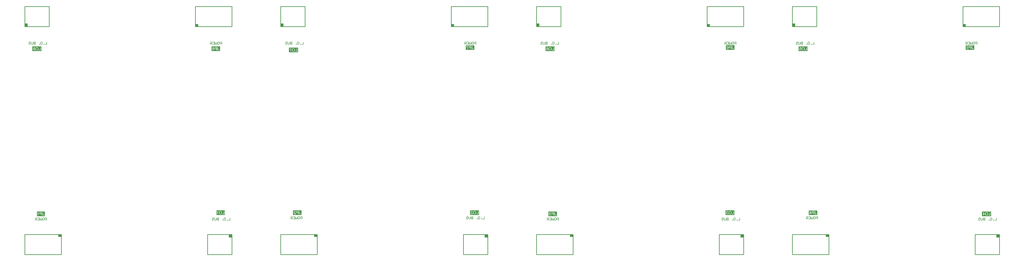
<source format=gbo>
G04*
G04 #@! TF.GenerationSoftware,Altium Limited,Altium Designer,24.2.2 (26)*
G04*
G04 Layer_Color=32896*
%FSLAX44Y44*%
%MOMM*%
G71*
G04*
G04 #@! TF.SameCoordinates,0371AF83-7A96-47FB-919C-A551BA60538E*
G04*
G04*
G04 #@! TF.FilePolarity,Positive*
G04*
G01*
G75*
%ADD12C,0.2540*%
%ADD20C,0.1524*%
%ADD135R,1.2700X1.0160*%
G36*
X109963Y149778D02*
X76910D01*
Y168869D01*
X109963D01*
Y149778D01*
D02*
G37*
G36*
X95000Y839778D02*
X57263D01*
Y859036D01*
X95000D01*
Y839778D01*
D02*
G37*
G36*
X839963D02*
X804410D01*
Y858869D01*
X839963D01*
Y839778D01*
D02*
G37*
G36*
X1165000Y834778D02*
X1127281D01*
Y854036D01*
X1165000D01*
Y834778D01*
D02*
G37*
G36*
X1179963Y154778D02*
X1144559D01*
Y173869D01*
X1179963D01*
Y154778D01*
D02*
G37*
G36*
X1920000D02*
X1882411D01*
Y174036D01*
X1920000D01*
Y154778D01*
D02*
G37*
G36*
X2244963Y149778D02*
X2209429D01*
Y168869D01*
X2244963D01*
Y149778D01*
D02*
G37*
G36*
X2985000Y154778D02*
X2947281D01*
Y174036D01*
X2985000D01*
Y154778D01*
D02*
G37*
G36*
X3329963D02*
X3294485D01*
Y173813D01*
X3329963D01*
Y154778D01*
D02*
G37*
G36*
X4055000Y149778D02*
X4017337D01*
Y169036D01*
X4055000D01*
Y149778D01*
D02*
G37*
G36*
X3984963Y844778D02*
X3949337D01*
Y863813D01*
X3984963D01*
Y844778D01*
D02*
G37*
G36*
X2984963D02*
X2949429D01*
Y863869D01*
X2984963D01*
Y844778D01*
D02*
G37*
G36*
X3290000Y839778D02*
X3252188D01*
Y859036D01*
X3290000D01*
Y839778D01*
D02*
G37*
G36*
X2235000D02*
X2197281D01*
Y859036D01*
X2235000D01*
Y839778D01*
D02*
G37*
G36*
X1899963Y844778D02*
X1864429D01*
Y863813D01*
X1899963D01*
Y844778D01*
D02*
G37*
G36*
X860000Y154778D02*
X824762D01*
Y174036D01*
X860000D01*
Y154778D01*
D02*
G37*
%LPC*%
G36*
X80929Y165869D02*
X79910D01*
Y153000D01*
X81484D01*
Y163018D01*
X81503Y162999D01*
X81595Y162925D01*
X81706Y162814D01*
X81891Y162684D01*
X82095Y162518D01*
X82354Y162332D01*
X82651Y162129D01*
X82984Y161925D01*
X83003D01*
X83021Y161907D01*
X83132Y161832D01*
X83317Y161740D01*
X83539Y161629D01*
X83799Y161499D01*
X84076Y161369D01*
X84354Y161240D01*
X84632Y161129D01*
Y162647D01*
X84613D01*
X84576Y162684D01*
X84502Y162703D01*
X84410Y162758D01*
X84299Y162814D01*
X84169Y162888D01*
X83854Y163073D01*
X83484Y163277D01*
X83114Y163536D01*
X82725Y163832D01*
X82336Y164147D01*
X82317Y164165D01*
X82299Y164184D01*
X82243Y164240D01*
X82169Y164295D01*
X82003Y164480D01*
X81780Y164702D01*
X81558Y164962D01*
X81318Y165258D01*
X81114Y165554D01*
X80929Y165869D01*
D02*
G37*
G36*
X97131Y165814D02*
X91872D01*
X91594Y165795D01*
X91279Y165777D01*
X90946Y165758D01*
X90631Y165721D01*
X90354Y165684D01*
X90316D01*
X90187Y165647D01*
X90020Y165610D01*
X89798Y165554D01*
X89557Y165462D01*
X89298Y165351D01*
X89020Y165221D01*
X88780Y165073D01*
X88743Y165054D01*
X88669Y164999D01*
X88558Y164888D01*
X88409Y164758D01*
X88243Y164591D01*
X88076Y164369D01*
X87891Y164128D01*
X87743Y163851D01*
X87724Y163814D01*
X87687Y163721D01*
X87613Y163554D01*
X87539Y163332D01*
X87484Y163073D01*
X87409Y162777D01*
X87372Y162444D01*
X87354Y162092D01*
Y161943D01*
X87372Y161814D01*
X87391Y161684D01*
X87409Y161518D01*
X87446Y161332D01*
X87484Y161129D01*
X87613Y160703D01*
X87687Y160481D01*
X87798Y160240D01*
X87928Y159999D01*
X88057Y159777D01*
X88224Y159555D01*
X88409Y159333D01*
X88428Y159314D01*
X88465Y159277D01*
X88520Y159222D01*
X88613Y159166D01*
X88724Y159073D01*
X88872Y158981D01*
X89057Y158870D01*
X89261Y158777D01*
X89502Y158666D01*
X89780Y158555D01*
X90076Y158462D01*
X90428Y158388D01*
X90798Y158314D01*
X91205Y158259D01*
X91668Y158222D01*
X92150Y158203D01*
X95427D01*
Y153000D01*
X97131D01*
Y165814D01*
D02*
G37*
G36*
X101612D02*
X99908D01*
Y156814D01*
X99927Y156666D01*
Y156518D01*
X99964Y156166D01*
X100001Y155759D01*
X100075Y155333D01*
X100186Y154944D01*
X100316Y154574D01*
Y154555D01*
X100334Y154537D01*
X100390Y154426D01*
X100482Y154278D01*
X100612Y154074D01*
X100797Y153870D01*
X101001Y153648D01*
X101260Y153426D01*
X101556Y153241D01*
X101593Y153222D01*
X101704Y153167D01*
X101871Y153093D01*
X102112Y153019D01*
X102408Y152926D01*
X102741Y152852D01*
X103111Y152796D01*
X103519Y152778D01*
X103686D01*
X103797Y152796D01*
X103945Y152815D01*
X104093Y152833D01*
X104482Y152907D01*
X104889Y153019D01*
X105315Y153185D01*
X105537Y153296D01*
X105741Y153426D01*
X105926Y153574D01*
X106111Y153741D01*
X106130Y153759D01*
X106148Y153778D01*
X106185Y153852D01*
X106241Y153926D01*
X106315Y154018D01*
X106389Y154148D01*
X106463Y154296D01*
X106556Y154463D01*
X106630Y154648D01*
X106704Y154870D01*
X106778Y155092D01*
X106852Y155352D01*
X106889Y155629D01*
X106944Y155944D01*
X106963Y156259D01*
Y156611D01*
X105426Y156833D01*
Y156814D01*
Y156777D01*
Y156703D01*
X105408Y156592D01*
X105389Y156481D01*
Y156351D01*
X105333Y156037D01*
X105278Y155703D01*
X105167Y155370D01*
X105056Y155074D01*
X104982Y154944D01*
X104889Y154833D01*
X104871Y154815D01*
X104796Y154759D01*
X104685Y154667D01*
X104537Y154574D01*
X104334Y154463D01*
X104111Y154389D01*
X103834Y154315D01*
X103537Y154296D01*
X103426D01*
X103315Y154315D01*
X103148Y154333D01*
X102982Y154370D01*
X102797Y154407D01*
X102612Y154481D01*
X102426Y154574D01*
X102408Y154592D01*
X102352Y154629D01*
X102278Y154704D01*
X102167Y154778D01*
X102075Y154907D01*
X101964Y155037D01*
X101871Y155185D01*
X101797Y155370D01*
Y155389D01*
X101760Y155463D01*
X101741Y155592D01*
X101704Y155759D01*
X101667Y155981D01*
X101649Y156259D01*
X101612Y156592D01*
Y156981D01*
Y165814D01*
D02*
G37*
%LPD*%
G36*
X95427Y159721D02*
X91983D01*
X91853Y159740D01*
X91724D01*
X91576Y159759D01*
X91224Y159796D01*
X90835Y159870D01*
X90446Y159981D01*
X90094Y160129D01*
X89928Y160222D01*
X89798Y160333D01*
X89761Y160370D01*
X89687Y160444D01*
X89576Y160592D01*
X89446Y160777D01*
X89317Y161018D01*
X89206Y161314D01*
X89131Y161647D01*
X89094Y162036D01*
Y162055D01*
Y162073D01*
Y162166D01*
X89113Y162332D01*
X89150Y162518D01*
X89187Y162721D01*
X89261Y162962D01*
X89372Y163184D01*
X89502Y163406D01*
X89520Y163425D01*
X89576Y163499D01*
X89669Y163591D01*
X89780Y163721D01*
X89946Y163851D01*
X90131Y163962D01*
X90335Y164073D01*
X90576Y164165D01*
X90594D01*
X90668Y164184D01*
X90779Y164202D01*
X90928Y164240D01*
X91150Y164258D01*
X91427Y164277D01*
X91761Y164295D01*
X95427D01*
Y159721D01*
D02*
G37*
%LPC*%
G36*
X92000Y855814D02*
X90296D01*
Y844518D01*
X83982D01*
Y843000D01*
X92000D01*
Y855814D01*
D02*
G37*
G36*
X76354Y856036D02*
X76187D01*
X76057Y856017D01*
X75891D01*
X75724Y855999D01*
X75502Y855962D01*
X75279Y855925D01*
X74798Y855832D01*
X74243Y855684D01*
X73706Y855462D01*
X73428Y855332D01*
X73150Y855184D01*
X73132Y855165D01*
X73095Y855147D01*
X73021Y855091D01*
X72909Y855036D01*
X72798Y854943D01*
X72650Y854832D01*
X72335Y854573D01*
X72002Y854240D01*
X71632Y853832D01*
X71280Y853351D01*
X70984Y852814D01*
Y852795D01*
X70947Y852740D01*
X70910Y852666D01*
X70873Y852555D01*
X70799Y852406D01*
X70743Y852240D01*
X70669Y852036D01*
X70595Y851814D01*
X70539Y851573D01*
X70465Y851314D01*
X70391Y851018D01*
X70336Y850721D01*
X70262Y850073D01*
X70224Y849370D01*
Y849184D01*
X70243Y849036D01*
Y848870D01*
X70262Y848666D01*
X70299Y848444D01*
X70317Y848203D01*
X70410Y847666D01*
X70558Y847074D01*
X70761Y846481D01*
X70873Y846185D01*
X71021Y845889D01*
Y845870D01*
X71058Y845815D01*
X71095Y845740D01*
X71169Y845629D01*
X71243Y845500D01*
X71336Y845370D01*
X71595Y845018D01*
X71909Y844648D01*
X72280Y844259D01*
X72724Y843889D01*
X73243Y843556D01*
X73261D01*
X73298Y843519D01*
X73391Y843481D01*
X73502Y843426D01*
X73632Y843370D01*
X73780Y843315D01*
X73965Y843241D01*
X74169Y843167D01*
X74391Y843093D01*
X74631Y843018D01*
X75168Y842907D01*
X75742Y842815D01*
X76354Y842778D01*
X76539D01*
X76650Y842796D01*
X76816D01*
X77002Y842833D01*
X77205Y842852D01*
X77446Y842889D01*
X77946Y843000D01*
X78483Y843148D01*
X79038Y843370D01*
X79316Y843500D01*
X79594Y843648D01*
X79612Y843667D01*
X79649Y843685D01*
X79724Y843741D01*
X79835Y843815D01*
X79946Y843889D01*
X80075Y844000D01*
X80390Y844278D01*
X80742Y844611D01*
X81112Y845018D01*
X81446Y845481D01*
X81760Y846018D01*
Y846037D01*
X81797Y846092D01*
X81834Y846166D01*
X81871Y846277D01*
X81927Y846426D01*
X81982Y846592D01*
X82057Y846777D01*
X82112Y846981D01*
X82186Y847222D01*
X82260Y847462D01*
X82371Y848018D01*
X82445Y848592D01*
X82483Y849222D01*
Y849370D01*
X82464Y849536D01*
Y849759D01*
X82427Y850018D01*
X82390Y850333D01*
X82334Y850684D01*
X82260Y851055D01*
X82186Y851444D01*
X82075Y851851D01*
X81927Y852258D01*
X81760Y852684D01*
X81575Y853092D01*
X81334Y853499D01*
X81075Y853869D01*
X80779Y854221D01*
X80760Y854240D01*
X80705Y854295D01*
X80594Y854388D01*
X80464Y854499D01*
X80297Y854647D01*
X80094Y854795D01*
X79853Y854962D01*
X79575Y855128D01*
X79279Y855295D01*
X78946Y855462D01*
X78576Y855610D01*
X78187Y855758D01*
X77761Y855869D01*
X77316Y855962D01*
X76853Y856017D01*
X76354Y856036D01*
D02*
G37*
G36*
X64521Y855869D02*
X64355D01*
X64244Y855851D01*
X64096Y855832D01*
X63929Y855814D01*
X63744Y855795D01*
X63559Y855739D01*
X63114Y855628D01*
X62670Y855462D01*
X62448Y855351D01*
X62225Y855221D01*
X62022Y855054D01*
X61818Y854888D01*
X61799Y854869D01*
X61781Y854851D01*
X61725Y854795D01*
X61651Y854721D01*
X61577Y854610D01*
X61485Y854499D01*
X61300Y854221D01*
X61114Y853869D01*
X60948Y853462D01*
X60818Y852999D01*
X60799Y852758D01*
X60781Y852499D01*
Y852480D01*
Y852462D01*
Y852351D01*
X60799Y852184D01*
X60837Y851981D01*
X60892Y851721D01*
X60985Y851462D01*
X61096Y851203D01*
X61262Y850944D01*
X61281Y850907D01*
X61355Y850833D01*
X61466Y850721D01*
X61614Y850573D01*
X61818Y850407D01*
X62059Y850240D01*
X62336Y850073D01*
X62670Y849925D01*
X62651D01*
X62614Y849907D01*
X62559Y849888D01*
X62484Y849851D01*
X62262Y849759D01*
X62003Y849629D01*
X61725Y849444D01*
X61429Y849240D01*
X61151Y848981D01*
X60892Y848685D01*
Y848666D01*
X60874Y848648D01*
X60799Y848537D01*
X60688Y848351D01*
X60577Y848111D01*
X60466Y847814D01*
X60355Y847462D01*
X60281Y847074D01*
X60262Y846648D01*
Y846481D01*
X60281Y846370D01*
X60300Y846240D01*
X60318Y846074D01*
X60355Y845889D01*
X60411Y845685D01*
X60540Y845259D01*
X60633Y845018D01*
X60763Y844796D01*
X60892Y844555D01*
X61040Y844333D01*
X61225Y844111D01*
X61429Y843889D01*
X61448Y843870D01*
X61485Y843833D01*
X61540Y843778D01*
X61633Y843722D01*
X61762Y843630D01*
X61892Y843537D01*
X62059Y843444D01*
X62244Y843333D01*
X62448Y843222D01*
X62688Y843130D01*
X62947Y843037D01*
X63207Y842944D01*
X63503Y842889D01*
X63818Y842833D01*
X64132Y842796D01*
X64484Y842778D01*
X64669D01*
X64799Y842796D01*
X64966Y842815D01*
X65151Y842833D01*
X65355Y842870D01*
X65577Y842926D01*
X66077Y843055D01*
X66336Y843148D01*
X66577Y843241D01*
X66836Y843370D01*
X67095Y843519D01*
X67336Y843685D01*
X67558Y843889D01*
X67577Y843907D01*
X67614Y843944D01*
X67669Y844000D01*
X67743Y844092D01*
X67817Y844204D01*
X67928Y844333D01*
X68021Y844481D01*
X68132Y844667D01*
X68243Y844852D01*
X68336Y845074D01*
X68521Y845537D01*
X68595Y845815D01*
X68651Y846092D01*
X68688Y846388D01*
X68706Y846685D01*
Y846814D01*
X68688Y846889D01*
Y847000D01*
X68669Y847129D01*
X68632Y847426D01*
X68558Y847759D01*
X68447Y848092D01*
X68280Y848444D01*
X68077Y848777D01*
Y848796D01*
X68039Y848814D01*
X67965Y848907D01*
X67817Y849055D01*
X67614Y849240D01*
X67354Y849425D01*
X67040Y849629D01*
X66688Y849796D01*
X66262Y849925D01*
X66280D01*
X66299Y849944D01*
X66354Y849962D01*
X66429Y849999D01*
X66595Y850073D01*
X66817Y850184D01*
X67058Y850333D01*
X67299Y850518D01*
X67521Y850721D01*
X67725Y850944D01*
X67743Y850981D01*
X67799Y851055D01*
X67873Y851203D01*
X67947Y851388D01*
X68039Y851629D01*
X68114Y851907D01*
X68169Y852221D01*
X68188Y852555D01*
Y852573D01*
Y852610D01*
Y852684D01*
X68169Y852795D01*
X68151Y852906D01*
X68132Y853055D01*
X68058Y853369D01*
X67947Y853740D01*
X67762Y854128D01*
X67651Y854332D01*
X67521Y854536D01*
X67354Y854721D01*
X67188Y854906D01*
X67169Y854925D01*
X67132Y854943D01*
X67077Y854999D01*
X67003Y855054D01*
X66910Y855128D01*
X66780Y855202D01*
X66632Y855295D01*
X66484Y855388D01*
X66299Y855480D01*
X66095Y855573D01*
X65873Y855647D01*
X65632Y855721D01*
X65114Y855832D01*
X64818Y855851D01*
X64521Y855869D01*
D02*
G37*
%LPD*%
G36*
X76650Y854554D02*
X76816Y854536D01*
X76983Y854499D01*
X77187Y854462D01*
X77409Y854425D01*
X77890Y854277D01*
X78150Y854165D01*
X78409Y854054D01*
X78687Y853906D01*
X78946Y853740D01*
X79205Y853555D01*
X79446Y853332D01*
X79464Y853314D01*
X79501Y853277D01*
X79557Y853203D01*
X79649Y853092D01*
X79742Y852962D01*
X79853Y852795D01*
X79964Y852592D01*
X80094Y852351D01*
X80205Y852092D01*
X80335Y851777D01*
X80446Y851444D01*
X80538Y851073D01*
X80631Y850666D01*
X80686Y850203D01*
X80723Y849722D01*
X80742Y849203D01*
Y849184D01*
Y849110D01*
Y848981D01*
X80723Y848814D01*
X80705Y848629D01*
X80668Y848407D01*
X80631Y848148D01*
X80594Y847888D01*
X80446Y847296D01*
X80335Y847000D01*
X80223Y846685D01*
X80075Y846388D01*
X79909Y846092D01*
X79724Y845815D01*
X79501Y845555D01*
X79483Y845537D01*
X79446Y845500D01*
X79372Y845426D01*
X79279Y845352D01*
X79149Y845240D01*
X79001Y845129D01*
X78835Y845018D01*
X78650Y844889D01*
X78427Y844759D01*
X78187Y844648D01*
X77927Y844537D01*
X77650Y844426D01*
X77353Y844352D01*
X77057Y844278D01*
X76724Y844241D01*
X76372Y844222D01*
X76279D01*
X76187Y844241D01*
X76057D01*
X75891Y844259D01*
X75705Y844296D01*
X75483Y844333D01*
X75261Y844389D01*
X75002Y844463D01*
X74761Y844555D01*
X74483Y844648D01*
X74224Y844778D01*
X73965Y844944D01*
X73706Y845111D01*
X73446Y845315D01*
X73206Y845555D01*
X73187Y845574D01*
X73150Y845611D01*
X73095Y845703D01*
X73002Y845815D01*
X72909Y845944D01*
X72817Y846111D01*
X72706Y846314D01*
X72576Y846537D01*
X72465Y846796D01*
X72354Y847092D01*
X72261Y847407D01*
X72150Y847740D01*
X72076Y848111D01*
X72021Y848518D01*
X71983Y848944D01*
X71965Y849388D01*
Y849407D01*
Y849462D01*
Y849536D01*
Y849647D01*
X71983Y849777D01*
Y849944D01*
X72002Y850110D01*
X72039Y850314D01*
X72095Y850740D01*
X72187Y851184D01*
X72317Y851666D01*
X72502Y852110D01*
Y852129D01*
X72520Y852166D01*
X72558Y852221D01*
X72595Y852295D01*
X72724Y852517D01*
X72891Y852777D01*
X73113Y853073D01*
X73391Y853369D01*
X73706Y853666D01*
X74057Y853925D01*
X74076D01*
X74094Y853962D01*
X74150Y853980D01*
X74243Y854036D01*
X74335Y854073D01*
X74446Y854128D01*
X74724Y854258D01*
X75057Y854369D01*
X75446Y854480D01*
X75891Y854554D01*
X76354Y854573D01*
X76520D01*
X76650Y854554D01*
D02*
G37*
G36*
X64799Y854536D02*
X65021Y854499D01*
X65262Y854425D01*
X65521Y854332D01*
X65762Y854184D01*
X66003Y853980D01*
X66021Y853962D01*
X66095Y853888D01*
X66188Y853758D01*
X66280Y853592D01*
X66392Y853388D01*
X66484Y853147D01*
X66558Y852888D01*
X66577Y852592D01*
Y852573D01*
Y852555D01*
X66558Y852443D01*
X66540Y852277D01*
X66503Y852073D01*
X66429Y851832D01*
X66336Y851592D01*
X66188Y851332D01*
X66003Y851110D01*
X65984Y851092D01*
X65892Y851018D01*
X65762Y850925D01*
X65595Y850833D01*
X65373Y850721D01*
X65114Y850629D01*
X64818Y850555D01*
X64484Y850536D01*
X64447D01*
X64336Y850555D01*
X64170Y850573D01*
X63947Y850610D01*
X63707Y850684D01*
X63466Y850777D01*
X63207Y850925D01*
X62984Y851110D01*
X62966Y851129D01*
X62892Y851221D01*
X62799Y851332D01*
X62688Y851499D01*
X62577Y851703D01*
X62484Y851944D01*
X62410Y852221D01*
X62392Y852517D01*
Y852536D01*
Y852555D01*
Y852666D01*
X62429Y852832D01*
X62466Y853036D01*
X62540Y853258D01*
X62651Y853499D01*
X62799Y853740D01*
X63003Y853980D01*
X63021Y853999D01*
X63114Y854073D01*
X63244Y854165D01*
X63410Y854277D01*
X63633Y854388D01*
X63873Y854480D01*
X64170Y854554D01*
X64484Y854573D01*
X64633D01*
X64799Y854536D01*
D02*
G37*
G36*
X64725Y849240D02*
X64929Y849222D01*
X65188Y849166D01*
X65484Y849073D01*
X65781Y848944D01*
X66095Y848759D01*
X66373Y848518D01*
X66410Y848481D01*
X66484Y848388D01*
X66595Y848222D01*
X66725Y848018D01*
X66873Y847740D01*
X66984Y847426D01*
X67058Y847074D01*
X67095Y846685D01*
Y846648D01*
Y846574D01*
X67077Y846444D01*
X67058Y846277D01*
X67021Y846074D01*
X66966Y845852D01*
X66891Y845629D01*
X66799Y845389D01*
X66780Y845370D01*
X66743Y845277D01*
X66669Y845166D01*
X66558Y845037D01*
X66429Y844870D01*
X66262Y844704D01*
X66077Y844555D01*
X65855Y844407D01*
X65817Y844389D01*
X65743Y844352D01*
X65614Y844296D01*
X65447Y844241D01*
X65244Y844185D01*
X65003Y844129D01*
X64744Y844092D01*
X64484Y844074D01*
X64373D01*
X64299Y844092D01*
X64077Y844111D01*
X63818Y844166D01*
X63521Y844259D01*
X63207Y844370D01*
X62910Y844555D01*
X62614Y844796D01*
X62577Y844833D01*
X62503Y844926D01*
X62373Y845092D01*
X62244Y845296D01*
X62114Y845555D01*
X61985Y845870D01*
X61911Y846240D01*
X61873Y846629D01*
Y846648D01*
Y846685D01*
Y846740D01*
X61892Y846814D01*
X61911Y847018D01*
X61966Y847296D01*
X62059Y847574D01*
X62188Y847888D01*
X62373Y848203D01*
X62633Y848499D01*
X62670Y848537D01*
X62762Y848611D01*
X62929Y848740D01*
X63151Y848888D01*
X63429Y849018D01*
X63762Y849147D01*
X64132Y849222D01*
X64540Y849259D01*
X64651D01*
X64725Y849240D01*
D02*
G37*
%LPC*%
G36*
X827131Y855814D02*
X821872D01*
X821594Y855795D01*
X821279Y855776D01*
X820946Y855758D01*
X820631Y855721D01*
X820354Y855684D01*
X820316D01*
X820187Y855647D01*
X820020Y855610D01*
X819798Y855554D01*
X819557Y855462D01*
X819298Y855351D01*
X819020Y855221D01*
X818780Y855073D01*
X818743Y855054D01*
X818669Y854999D01*
X818558Y854888D01*
X818409Y854758D01*
X818243Y854591D01*
X818076Y854369D01*
X817891Y854128D01*
X817743Y853851D01*
X817724Y853814D01*
X817687Y853721D01*
X817613Y853555D01*
X817539Y853332D01*
X817484Y853073D01*
X817409Y852777D01*
X817372Y852443D01*
X817354Y852092D01*
Y851944D01*
X817372Y851814D01*
X817391Y851684D01*
X817409Y851518D01*
X817447Y851332D01*
X817484Y851129D01*
X817613Y850703D01*
X817687Y850481D01*
X817798Y850240D01*
X817928Y849999D01*
X818057Y849777D01*
X818224Y849555D01*
X818409Y849333D01*
X818428Y849314D01*
X818465Y849277D01*
X818520Y849222D01*
X818613Y849166D01*
X818724Y849073D01*
X818872Y848981D01*
X819057Y848870D01*
X819261Y848777D01*
X819502Y848666D01*
X819780Y848555D01*
X820076Y848462D01*
X820428Y848388D01*
X820798Y848314D01*
X821205Y848259D01*
X821668Y848222D01*
X822150Y848203D01*
X825427D01*
Y843000D01*
X827131D01*
Y855814D01*
D02*
G37*
G36*
X831612D02*
X829908D01*
Y846814D01*
X829927Y846666D01*
Y846518D01*
X829964Y846166D01*
X830001Y845759D01*
X830075Y845333D01*
X830186Y844944D01*
X830315Y844574D01*
Y844555D01*
X830334Y844537D01*
X830390Y844426D01*
X830482Y844278D01*
X830612Y844074D01*
X830797Y843870D01*
X831001Y843648D01*
X831260Y843426D01*
X831556Y843241D01*
X831593Y843222D01*
X831704Y843167D01*
X831871Y843093D01*
X832112Y843018D01*
X832408Y842926D01*
X832741Y842852D01*
X833111Y842796D01*
X833519Y842778D01*
X833686D01*
X833797Y842796D01*
X833945Y842815D01*
X834093Y842833D01*
X834482Y842907D01*
X834889Y843018D01*
X835315Y843185D01*
X835537Y843296D01*
X835741Y843426D01*
X835926Y843574D01*
X836111Y843741D01*
X836130Y843759D01*
X836148Y843778D01*
X836185Y843852D01*
X836241Y843926D01*
X836315Y844018D01*
X836389Y844148D01*
X836463Y844296D01*
X836556Y844463D01*
X836630Y844648D01*
X836704Y844870D01*
X836778Y845092D01*
X836852Y845352D01*
X836889Y845629D01*
X836945Y845944D01*
X836963Y846259D01*
Y846611D01*
X835426Y846833D01*
Y846814D01*
Y846777D01*
Y846703D01*
X835408Y846592D01*
X835389Y846481D01*
Y846351D01*
X835333Y846037D01*
X835278Y845703D01*
X835167Y845370D01*
X835056Y845074D01*
X834982Y844944D01*
X834889Y844833D01*
X834871Y844815D01*
X834797Y844759D01*
X834685Y844667D01*
X834537Y844574D01*
X834334Y844463D01*
X834111Y844389D01*
X833834Y844315D01*
X833537Y844296D01*
X833426D01*
X833315Y844315D01*
X833148Y844333D01*
X832982Y844370D01*
X832797Y844407D01*
X832612Y844481D01*
X832426Y844574D01*
X832408Y844592D01*
X832352Y844630D01*
X832278Y844704D01*
X832167Y844778D01*
X832075Y844907D01*
X831964Y845037D01*
X831871Y845185D01*
X831797Y845370D01*
Y845389D01*
X831760Y845463D01*
X831741Y845592D01*
X831704Y845759D01*
X831667Y845981D01*
X831649Y846259D01*
X831612Y846592D01*
Y846981D01*
Y855814D01*
D02*
G37*
G36*
X811669Y855869D02*
X811503D01*
X811392Y855851D01*
X811243Y855832D01*
X811077Y855814D01*
X810892Y855795D01*
X810706Y855739D01*
X810262Y855628D01*
X809818Y855462D01*
X809595Y855351D01*
X809373Y855221D01*
X809170Y855054D01*
X808966Y854888D01*
X808947Y854869D01*
X808929Y854851D01*
X808873Y854795D01*
X808799Y854721D01*
X808725Y854610D01*
X808633Y854499D01*
X808447Y854221D01*
X808262Y853869D01*
X808096Y853462D01*
X807966Y852999D01*
X807947Y852758D01*
X807929Y852499D01*
Y852480D01*
Y852462D01*
Y852351D01*
X807947Y852184D01*
X807984Y851981D01*
X808040Y851721D01*
X808133Y851462D01*
X808244Y851203D01*
X808410Y850944D01*
X808429Y850907D01*
X808503Y850833D01*
X808614Y850721D01*
X808762Y850573D01*
X808966Y850407D01*
X809207Y850240D01*
X809484Y850073D01*
X809818Y849925D01*
X809799D01*
X809762Y849907D01*
X809706Y849888D01*
X809632Y849851D01*
X809410Y849759D01*
X809151Y849629D01*
X808873Y849444D01*
X808577Y849240D01*
X808299Y848981D01*
X808040Y848685D01*
Y848666D01*
X808021Y848648D01*
X807947Y848537D01*
X807836Y848351D01*
X807725Y848111D01*
X807614Y847814D01*
X807503Y847462D01*
X807429Y847074D01*
X807411Y846648D01*
Y846481D01*
X807429Y846370D01*
X807448Y846240D01*
X807466Y846074D01*
X807503Y845889D01*
X807559Y845685D01*
X807688Y845259D01*
X807781Y845018D01*
X807910Y844796D01*
X808040Y844555D01*
X808188Y844333D01*
X808373Y844111D01*
X808577Y843889D01*
X808596Y843870D01*
X808633Y843833D01*
X808688Y843778D01*
X808781Y843722D01*
X808910Y843630D01*
X809040Y843537D01*
X809207Y843444D01*
X809392Y843333D01*
X809595Y843222D01*
X809836Y843130D01*
X810095Y843037D01*
X810355Y842944D01*
X810651Y842889D01*
X810966Y842833D01*
X811280Y842796D01*
X811632Y842778D01*
X811817D01*
X811947Y842796D01*
X812114Y842815D01*
X812299Y842833D01*
X812503Y842870D01*
X812725Y842926D01*
X813225Y843055D01*
X813484Y843148D01*
X813725Y843241D01*
X813984Y843370D01*
X814243Y843519D01*
X814484Y843685D01*
X814706Y843889D01*
X814725Y843907D01*
X814762Y843944D01*
X814817Y844000D01*
X814891Y844092D01*
X814965Y844204D01*
X815076Y844333D01*
X815169Y844481D01*
X815280Y844667D01*
X815391Y844852D01*
X815484Y845074D01*
X815669Y845537D01*
X815743Y845815D01*
X815798Y846092D01*
X815835Y846388D01*
X815854Y846685D01*
Y846814D01*
X815835Y846889D01*
Y847000D01*
X815817Y847129D01*
X815780Y847426D01*
X815706Y847759D01*
X815595Y848092D01*
X815428Y848444D01*
X815225Y848777D01*
Y848796D01*
X815187Y848814D01*
X815113Y848907D01*
X814965Y849055D01*
X814762Y849240D01*
X814502Y849425D01*
X814188Y849629D01*
X813836Y849796D01*
X813410Y849925D01*
X813428D01*
X813447Y849944D01*
X813502Y849962D01*
X813577Y849999D01*
X813743Y850073D01*
X813965Y850184D01*
X814206Y850333D01*
X814447Y850518D01*
X814669Y850721D01*
X814873Y850944D01*
X814891Y850981D01*
X814947Y851055D01*
X815021Y851203D01*
X815095Y851388D01*
X815187Y851629D01*
X815262Y851907D01*
X815317Y852221D01*
X815336Y852555D01*
Y852573D01*
Y852610D01*
Y852684D01*
X815317Y852795D01*
X815298Y852906D01*
X815280Y853055D01*
X815206Y853369D01*
X815095Y853740D01*
X814910Y854128D01*
X814799Y854332D01*
X814669Y854536D01*
X814502Y854721D01*
X814336Y854906D01*
X814317Y854925D01*
X814280Y854943D01*
X814225Y854999D01*
X814150Y855054D01*
X814058Y855128D01*
X813928Y855202D01*
X813780Y855295D01*
X813632Y855388D01*
X813447Y855480D01*
X813243Y855573D01*
X813021Y855647D01*
X812780Y855721D01*
X812262Y855832D01*
X811966Y855851D01*
X811669Y855869D01*
D02*
G37*
%LPD*%
G36*
X825427Y849722D02*
X821983D01*
X821853Y849740D01*
X821724D01*
X821576Y849759D01*
X821224Y849796D01*
X820835Y849870D01*
X820446Y849981D01*
X820094Y850129D01*
X819928Y850221D01*
X819798Y850333D01*
X819761Y850370D01*
X819687Y850444D01*
X819576Y850592D01*
X819446Y850777D01*
X819317Y851018D01*
X819205Y851314D01*
X819131Y851647D01*
X819094Y852036D01*
Y852055D01*
Y852073D01*
Y852166D01*
X819113Y852332D01*
X819150Y852517D01*
X819187Y852721D01*
X819261Y852962D01*
X819372Y853184D01*
X819502Y853406D01*
X819520Y853425D01*
X819576Y853499D01*
X819669Y853592D01*
X819780Y853721D01*
X819946Y853851D01*
X820131Y853962D01*
X820335Y854073D01*
X820576Y854165D01*
X820594D01*
X820668Y854184D01*
X820779Y854202D01*
X820928Y854240D01*
X821150Y854258D01*
X821428Y854277D01*
X821761Y854295D01*
X825427D01*
Y849722D01*
D02*
G37*
G36*
X811947Y854536D02*
X812169Y854499D01*
X812410Y854425D01*
X812669Y854332D01*
X812910Y854184D01*
X813151Y853980D01*
X813169Y853962D01*
X813243Y853888D01*
X813336Y853758D01*
X813428Y853592D01*
X813540Y853388D01*
X813632Y853147D01*
X813706Y852888D01*
X813725Y852592D01*
Y852573D01*
Y852555D01*
X813706Y852443D01*
X813688Y852277D01*
X813651Y852073D01*
X813577Y851832D01*
X813484Y851592D01*
X813336Y851332D01*
X813151Y851110D01*
X813132Y851092D01*
X813039Y851018D01*
X812910Y850925D01*
X812743Y850833D01*
X812521Y850721D01*
X812262Y850629D01*
X811966Y850555D01*
X811632Y850536D01*
X811595D01*
X811484Y850555D01*
X811318Y850573D01*
X811095Y850610D01*
X810855Y850684D01*
X810614Y850777D01*
X810355Y850925D01*
X810132Y851110D01*
X810114Y851129D01*
X810040Y851221D01*
X809947Y851332D01*
X809836Y851499D01*
X809725Y851703D01*
X809632Y851944D01*
X809558Y852221D01*
X809540Y852517D01*
Y852536D01*
Y852555D01*
Y852666D01*
X809577Y852832D01*
X809614Y853036D01*
X809688Y853258D01*
X809799Y853499D01*
X809947Y853740D01*
X810151Y853980D01*
X810169Y853999D01*
X810262Y854073D01*
X810392Y854165D01*
X810558Y854277D01*
X810780Y854388D01*
X811021Y854480D01*
X811318Y854554D01*
X811632Y854573D01*
X811780D01*
X811947Y854536D01*
D02*
G37*
G36*
X811873Y849240D02*
X812077Y849222D01*
X812336Y849166D01*
X812632Y849073D01*
X812928Y848944D01*
X813243Y848759D01*
X813521Y848518D01*
X813558Y848481D01*
X813632Y848388D01*
X813743Y848222D01*
X813873Y848018D01*
X814021Y847740D01*
X814132Y847426D01*
X814206Y847074D01*
X814243Y846685D01*
Y846648D01*
Y846574D01*
X814225Y846444D01*
X814206Y846277D01*
X814169Y846074D01*
X814113Y845852D01*
X814039Y845629D01*
X813947Y845389D01*
X813928Y845370D01*
X813891Y845277D01*
X813817Y845166D01*
X813706Y845037D01*
X813577Y844870D01*
X813410Y844704D01*
X813225Y844555D01*
X813002Y844407D01*
X812965Y844389D01*
X812891Y844352D01*
X812762Y844296D01*
X812595Y844241D01*
X812391Y844185D01*
X812151Y844129D01*
X811891Y844092D01*
X811632Y844074D01*
X811521D01*
X811447Y844092D01*
X811225Y844111D01*
X810966Y844166D01*
X810669Y844259D01*
X810355Y844370D01*
X810058Y844555D01*
X809762Y844796D01*
X809725Y844833D01*
X809651Y844926D01*
X809521Y845092D01*
X809392Y845296D01*
X809262Y845555D01*
X809133Y845870D01*
X809059Y846240D01*
X809021Y846629D01*
Y846648D01*
Y846685D01*
Y846740D01*
X809040Y846814D01*
X809059Y847018D01*
X809114Y847296D01*
X809207Y847574D01*
X809336Y847888D01*
X809521Y848203D01*
X809781Y848499D01*
X809818Y848537D01*
X809910Y848611D01*
X810077Y848740D01*
X810299Y848888D01*
X810577Y849018D01*
X810910Y849147D01*
X811280Y849222D01*
X811688Y849259D01*
X811799D01*
X811873Y849240D01*
D02*
G37*
%LPC*%
G36*
X1162000Y850814D02*
X1160296D01*
Y839518D01*
X1153982D01*
Y838000D01*
X1162000D01*
Y850814D01*
D02*
G37*
G36*
X1138577Y850647D02*
X1130281D01*
Y849406D01*
X1130300Y849388D01*
X1130337Y849351D01*
X1130411Y849277D01*
X1130485Y849165D01*
X1130596Y849036D01*
X1130744Y848888D01*
X1130892Y848703D01*
X1131059Y848480D01*
X1131225Y848258D01*
X1131429Y847999D01*
X1131633Y847703D01*
X1131836Y847406D01*
X1132059Y847073D01*
X1132281Y846721D01*
X1132503Y846332D01*
X1132725Y845944D01*
X1132744Y845925D01*
X1132781Y845851D01*
X1132836Y845740D01*
X1132929Y845573D01*
X1133021Y845370D01*
X1133133Y845147D01*
X1133262Y844888D01*
X1133392Y844592D01*
X1133540Y844259D01*
X1133707Y843925D01*
X1133855Y843555D01*
X1134003Y843166D01*
X1134299Y842370D01*
X1134577Y841518D01*
Y841500D01*
X1134595Y841444D01*
X1134614Y841351D01*
X1134651Y841240D01*
X1134688Y841092D01*
X1134725Y840907D01*
X1134781Y840703D01*
X1134818Y840481D01*
X1134873Y840222D01*
X1134929Y839944D01*
X1135021Y839352D01*
X1135114Y838704D01*
X1135169Y838000D01*
X1136780D01*
Y838018D01*
Y838074D01*
Y838148D01*
X1136762Y838259D01*
Y838407D01*
X1136743Y838593D01*
X1136725Y838796D01*
X1136706Y839018D01*
X1136669Y839278D01*
X1136632Y839537D01*
X1136577Y839852D01*
X1136521Y840166D01*
X1136466Y840500D01*
X1136392Y840870D01*
X1136206Y841629D01*
Y841648D01*
X1136188Y841722D01*
X1136151Y841833D01*
X1136095Y842000D01*
X1136040Y842185D01*
X1135966Y842407D01*
X1135892Y842666D01*
X1135780Y842944D01*
X1135669Y843259D01*
X1135558Y843574D01*
X1135281Y844277D01*
X1134947Y845018D01*
X1134577Y845759D01*
X1134558Y845777D01*
X1134521Y845851D01*
X1134466Y845944D01*
X1134392Y846092D01*
X1134299Y846258D01*
X1134169Y846462D01*
X1134040Y846684D01*
X1133892Y846925D01*
X1133540Y847462D01*
X1133170Y848018D01*
X1132744Y848592D01*
X1132299Y849128D01*
X1138577D01*
Y850647D01*
D02*
G37*
G36*
X1146354Y851036D02*
X1146187D01*
X1146057Y851017D01*
X1145891D01*
X1145724Y850999D01*
X1145502Y850962D01*
X1145279Y850925D01*
X1144798Y850832D01*
X1144243Y850684D01*
X1143706Y850462D01*
X1143428Y850332D01*
X1143150Y850184D01*
X1143132Y850165D01*
X1143094Y850147D01*
X1143020Y850091D01*
X1142909Y850036D01*
X1142798Y849943D01*
X1142650Y849832D01*
X1142335Y849573D01*
X1142002Y849240D01*
X1141632Y848832D01*
X1141280Y848351D01*
X1140984Y847814D01*
Y847795D01*
X1140947Y847740D01*
X1140910Y847666D01*
X1140872Y847555D01*
X1140798Y847406D01*
X1140743Y847240D01*
X1140669Y847036D01*
X1140595Y846814D01*
X1140539Y846573D01*
X1140465Y846314D01*
X1140391Y846018D01*
X1140336Y845721D01*
X1140262Y845073D01*
X1140225Y844370D01*
Y844184D01*
X1140243Y844036D01*
Y843870D01*
X1140262Y843666D01*
X1140298Y843444D01*
X1140317Y843203D01*
X1140410Y842666D01*
X1140558Y842074D01*
X1140761Y841481D01*
X1140872Y841185D01*
X1141021Y840889D01*
Y840870D01*
X1141058Y840815D01*
X1141095Y840741D01*
X1141169Y840629D01*
X1141243Y840500D01*
X1141336Y840370D01*
X1141595Y840018D01*
X1141909Y839648D01*
X1142280Y839259D01*
X1142724Y838889D01*
X1143243Y838556D01*
X1143261D01*
X1143298Y838519D01*
X1143391Y838481D01*
X1143502Y838426D01*
X1143632Y838370D01*
X1143780Y838315D01*
X1143965Y838241D01*
X1144168Y838167D01*
X1144391Y838093D01*
X1144631Y838018D01*
X1145168Y837907D01*
X1145742Y837815D01*
X1146354Y837778D01*
X1146539D01*
X1146650Y837796D01*
X1146816D01*
X1147001Y837833D01*
X1147205Y837852D01*
X1147446Y837889D01*
X1147946Y838000D01*
X1148483Y838148D01*
X1149038Y838370D01*
X1149316Y838500D01*
X1149594Y838648D01*
X1149612Y838667D01*
X1149649Y838685D01*
X1149724Y838741D01*
X1149835Y838815D01*
X1149946Y838889D01*
X1150075Y839000D01*
X1150390Y839278D01*
X1150742Y839611D01*
X1151112Y840018D01*
X1151445Y840481D01*
X1151760Y841018D01*
Y841037D01*
X1151797Y841092D01*
X1151834Y841166D01*
X1151871Y841277D01*
X1151927Y841426D01*
X1151982Y841592D01*
X1152057Y841777D01*
X1152112Y841981D01*
X1152186Y842222D01*
X1152260Y842462D01*
X1152371Y843018D01*
X1152445Y843592D01*
X1152483Y844222D01*
Y844370D01*
X1152464Y844536D01*
Y844759D01*
X1152427Y845018D01*
X1152390Y845333D01*
X1152334Y845684D01*
X1152260Y846055D01*
X1152186Y846444D01*
X1152075Y846851D01*
X1151927Y847258D01*
X1151760Y847684D01*
X1151575Y848092D01*
X1151334Y848499D01*
X1151075Y848869D01*
X1150779Y849221D01*
X1150760Y849240D01*
X1150705Y849295D01*
X1150594Y849388D01*
X1150464Y849499D01*
X1150297Y849647D01*
X1150094Y849795D01*
X1149853Y849962D01*
X1149575Y850128D01*
X1149279Y850295D01*
X1148946Y850462D01*
X1148576Y850610D01*
X1148187Y850758D01*
X1147761Y850869D01*
X1147316Y850962D01*
X1146853Y851017D01*
X1146354Y851036D01*
D02*
G37*
%LPD*%
G36*
X1146650Y849554D02*
X1146816Y849536D01*
X1146983Y849499D01*
X1147187Y849462D01*
X1147409Y849425D01*
X1147890Y849277D01*
X1148150Y849165D01*
X1148409Y849054D01*
X1148687Y848906D01*
X1148946Y848740D01*
X1149205Y848555D01*
X1149446Y848332D01*
X1149464Y848314D01*
X1149501Y848277D01*
X1149557Y848203D01*
X1149649Y848092D01*
X1149742Y847962D01*
X1149853Y847795D01*
X1149964Y847592D01*
X1150094Y847351D01*
X1150205Y847092D01*
X1150334Y846777D01*
X1150446Y846444D01*
X1150538Y846073D01*
X1150631Y845666D01*
X1150686Y845203D01*
X1150723Y844722D01*
X1150742Y844203D01*
Y844184D01*
Y844110D01*
Y843981D01*
X1150723Y843814D01*
X1150705Y843629D01*
X1150668Y843407D01*
X1150631Y843148D01*
X1150594Y842888D01*
X1150446Y842296D01*
X1150334Y842000D01*
X1150223Y841685D01*
X1150075Y841388D01*
X1149909Y841092D01*
X1149724Y840815D01*
X1149501Y840555D01*
X1149483Y840537D01*
X1149446Y840500D01*
X1149372Y840426D01*
X1149279Y840352D01*
X1149149Y840240D01*
X1149001Y840129D01*
X1148835Y840018D01*
X1148650Y839889D01*
X1148427Y839759D01*
X1148187Y839648D01*
X1147927Y839537D01*
X1147650Y839426D01*
X1147353Y839352D01*
X1147057Y839278D01*
X1146724Y839241D01*
X1146372Y839222D01*
X1146279D01*
X1146187Y839241D01*
X1146057D01*
X1145891Y839259D01*
X1145705Y839296D01*
X1145483Y839333D01*
X1145261Y839389D01*
X1145002Y839463D01*
X1144761Y839555D01*
X1144483Y839648D01*
X1144224Y839778D01*
X1143965Y839944D01*
X1143706Y840111D01*
X1143446Y840315D01*
X1143206Y840555D01*
X1143187Y840574D01*
X1143150Y840611D01*
X1143094Y840703D01*
X1143002Y840815D01*
X1142909Y840944D01*
X1142817Y841111D01*
X1142706Y841314D01*
X1142576Y841537D01*
X1142465Y841796D01*
X1142354Y842092D01*
X1142261Y842407D01*
X1142150Y842740D01*
X1142076Y843111D01*
X1142021Y843518D01*
X1141983Y843944D01*
X1141965Y844388D01*
Y844407D01*
Y844462D01*
Y844536D01*
Y844648D01*
X1141983Y844777D01*
Y844944D01*
X1142002Y845110D01*
X1142039Y845314D01*
X1142095Y845740D01*
X1142187Y846184D01*
X1142317Y846666D01*
X1142502Y847110D01*
Y847129D01*
X1142521Y847166D01*
X1142558Y847221D01*
X1142595Y847295D01*
X1142724Y847517D01*
X1142891Y847777D01*
X1143113Y848073D01*
X1143391Y848369D01*
X1143706Y848666D01*
X1144057Y848925D01*
X1144076D01*
X1144094Y848962D01*
X1144150Y848980D01*
X1144243Y849036D01*
X1144335Y849073D01*
X1144446Y849128D01*
X1144724Y849258D01*
X1145057Y849369D01*
X1145446Y849480D01*
X1145891Y849554D01*
X1146354Y849573D01*
X1146520D01*
X1146650Y849554D01*
D02*
G37*
%LPC*%
G36*
X1151595Y170869D02*
X1151410D01*
X1151281Y170851D01*
X1151132Y170832D01*
X1150947Y170814D01*
X1150743Y170776D01*
X1150540Y170739D01*
X1150058Y170610D01*
X1149577Y170425D01*
X1149336Y170313D01*
X1149096Y170184D01*
X1148873Y170017D01*
X1148670Y169832D01*
X1148651Y169814D01*
X1148614Y169795D01*
X1148577Y169721D01*
X1148503Y169647D01*
X1148410Y169554D01*
X1148318Y169425D01*
X1148225Y169295D01*
X1148114Y169128D01*
X1147929Y168777D01*
X1147744Y168332D01*
X1147670Y168110D01*
X1147633Y167851D01*
X1147596Y167592D01*
X1147577Y167314D01*
Y167277D01*
Y167184D01*
X1147596Y167036D01*
X1147614Y166832D01*
X1147651Y166610D01*
X1147725Y166351D01*
X1147799Y166073D01*
X1147910Y165795D01*
X1147929Y165758D01*
X1147966Y165666D01*
X1148040Y165518D01*
X1148151Y165314D01*
X1148299Y165092D01*
X1148484Y164814D01*
X1148707Y164536D01*
X1148966Y164222D01*
X1149003Y164184D01*
X1149096Y164073D01*
X1149188Y163981D01*
X1149281Y163888D01*
X1149392Y163777D01*
X1149540Y163629D01*
X1149688Y163481D01*
X1149873Y163314D01*
X1150058Y163129D01*
X1150281Y162925D01*
X1150521Y162722D01*
X1150780Y162481D01*
X1151077Y162240D01*
X1151373Y161981D01*
X1151392Y161963D01*
X1151429Y161926D01*
X1151503Y161870D01*
X1151595Y161796D01*
X1151706Y161685D01*
X1151836Y161574D01*
X1152132Y161333D01*
X1152447Y161055D01*
X1152743Y160777D01*
X1153002Y160537D01*
X1153114Y160444D01*
X1153206Y160352D01*
X1153225Y160333D01*
X1153280Y160278D01*
X1153354Y160203D01*
X1153447Y160092D01*
X1153540Y159963D01*
X1153651Y159833D01*
X1153873Y159518D01*
X1147559D01*
Y158000D01*
X1156058D01*
Y158204D01*
X1156039Y158352D01*
X1156021Y158518D01*
X1155984Y158704D01*
X1155947Y158889D01*
X1155873Y159093D01*
Y159111D01*
X1155854Y159129D01*
X1155817Y159241D01*
X1155743Y159407D01*
X1155632Y159629D01*
X1155484Y159889D01*
X1155299Y160185D01*
X1155095Y160481D01*
X1154836Y160796D01*
Y160814D01*
X1154799Y160833D01*
X1154706Y160944D01*
X1154539Y161111D01*
X1154299Y161352D01*
X1154021Y161629D01*
X1153669Y161963D01*
X1153243Y162333D01*
X1152780Y162722D01*
X1152762Y162740D01*
X1152688Y162796D01*
X1152577Y162888D01*
X1152447Y162999D01*
X1152280Y163148D01*
X1152077Y163314D01*
X1151873Y163499D01*
X1151632Y163703D01*
X1151169Y164147D01*
X1150706Y164592D01*
X1150484Y164814D01*
X1150281Y165036D01*
X1150095Y165240D01*
X1149947Y165444D01*
Y165462D01*
X1149910Y165481D01*
X1149873Y165536D01*
X1149836Y165610D01*
X1149706Y165814D01*
X1149558Y166055D01*
X1149429Y166351D01*
X1149299Y166666D01*
X1149225Y167018D01*
X1149188Y167351D01*
Y167369D01*
Y167388D01*
X1149207Y167499D01*
X1149225Y167684D01*
X1149281Y167888D01*
X1149355Y168147D01*
X1149484Y168406D01*
X1149651Y168666D01*
X1149873Y168925D01*
X1149910Y168962D01*
X1150003Y169036D01*
X1150132Y169128D01*
X1150336Y169258D01*
X1150595Y169369D01*
X1150892Y169480D01*
X1151243Y169554D01*
X1151632Y169573D01*
X1151743D01*
X1151817Y169554D01*
X1152040Y169536D01*
X1152299Y169480D01*
X1152577Y169406D01*
X1152891Y169277D01*
X1153188Y169110D01*
X1153465Y168888D01*
X1153502Y168851D01*
X1153577Y168758D01*
X1153688Y168610D01*
X1153799Y168388D01*
X1153928Y168129D01*
X1154039Y167795D01*
X1154113Y167425D01*
X1154150Y166999D01*
X1155761Y167166D01*
Y167184D01*
X1155743Y167240D01*
Y167332D01*
X1155724Y167462D01*
X1155687Y167610D01*
X1155650Y167777D01*
X1155595Y167980D01*
X1155539Y168184D01*
X1155391Y168629D01*
X1155169Y169073D01*
X1155039Y169295D01*
X1154873Y169517D01*
X1154706Y169721D01*
X1154521Y169906D01*
X1154502Y169925D01*
X1154465Y169943D01*
X1154410Y169999D01*
X1154317Y170054D01*
X1154206Y170128D01*
X1154077Y170202D01*
X1153928Y170295D01*
X1153743Y170388D01*
X1153540Y170480D01*
X1153317Y170573D01*
X1153077Y170647D01*
X1152817Y170721D01*
X1152540Y170776D01*
X1152243Y170832D01*
X1151928Y170851D01*
X1151595Y170869D01*
D02*
G37*
G36*
X1167131Y170814D02*
X1161872D01*
X1161594Y170795D01*
X1161279Y170776D01*
X1160946Y170758D01*
X1160631Y170721D01*
X1160354Y170684D01*
X1160317D01*
X1160187Y170647D01*
X1160020Y170610D01*
X1159798Y170554D01*
X1159557Y170462D01*
X1159298Y170351D01*
X1159020Y170221D01*
X1158780Y170073D01*
X1158743Y170054D01*
X1158669Y169999D01*
X1158558Y169888D01*
X1158409Y169758D01*
X1158243Y169591D01*
X1158076Y169369D01*
X1157891Y169128D01*
X1157743Y168851D01*
X1157724Y168814D01*
X1157687Y168721D01*
X1157613Y168554D01*
X1157539Y168332D01*
X1157484Y168073D01*
X1157409Y167777D01*
X1157372Y167444D01*
X1157354Y167092D01*
Y166943D01*
X1157372Y166814D01*
X1157391Y166684D01*
X1157409Y166518D01*
X1157447Y166332D01*
X1157484Y166129D01*
X1157613Y165703D01*
X1157687Y165481D01*
X1157798Y165240D01*
X1157928Y164999D01*
X1158057Y164777D01*
X1158224Y164555D01*
X1158409Y164333D01*
X1158428Y164314D01*
X1158465Y164277D01*
X1158520Y164222D01*
X1158613Y164166D01*
X1158724Y164073D01*
X1158872Y163981D01*
X1159057Y163870D01*
X1159261Y163777D01*
X1159502Y163666D01*
X1159780Y163555D01*
X1160076Y163462D01*
X1160428Y163388D01*
X1160798Y163314D01*
X1161205Y163259D01*
X1161668Y163222D01*
X1162150Y163203D01*
X1165427D01*
Y158000D01*
X1167131D01*
Y170814D01*
D02*
G37*
G36*
X1171612D02*
X1169908D01*
Y161814D01*
X1169927Y161666D01*
Y161518D01*
X1169964Y161166D01*
X1170001Y160759D01*
X1170075Y160333D01*
X1170186Y159944D01*
X1170315Y159574D01*
Y159555D01*
X1170334Y159537D01*
X1170390Y159426D01*
X1170482Y159278D01*
X1170612Y159074D01*
X1170797Y158870D01*
X1171001Y158648D01*
X1171260Y158426D01*
X1171556Y158241D01*
X1171593Y158222D01*
X1171704Y158167D01*
X1171871Y158093D01*
X1172112Y158019D01*
X1172408Y157926D01*
X1172741Y157852D01*
X1173111Y157796D01*
X1173519Y157778D01*
X1173686D01*
X1173797Y157796D01*
X1173945Y157815D01*
X1174093Y157833D01*
X1174482Y157907D01*
X1174889Y158019D01*
X1175315Y158185D01*
X1175537Y158296D01*
X1175741Y158426D01*
X1175926Y158574D01*
X1176111Y158741D01*
X1176130Y158759D01*
X1176148Y158778D01*
X1176185Y158852D01*
X1176241Y158926D01*
X1176315Y159018D01*
X1176389Y159148D01*
X1176463Y159296D01*
X1176556Y159463D01*
X1176630Y159648D01*
X1176704Y159870D01*
X1176778Y160092D01*
X1176852Y160352D01*
X1176889Y160629D01*
X1176945Y160944D01*
X1176963Y161259D01*
Y161611D01*
X1175426Y161833D01*
Y161814D01*
Y161777D01*
Y161703D01*
X1175408Y161592D01*
X1175389Y161481D01*
Y161352D01*
X1175333Y161037D01*
X1175278Y160703D01*
X1175167Y160370D01*
X1175056Y160074D01*
X1174982Y159944D01*
X1174889Y159833D01*
X1174871Y159815D01*
X1174797Y159759D01*
X1174685Y159667D01*
X1174537Y159574D01*
X1174334Y159463D01*
X1174111Y159389D01*
X1173834Y159315D01*
X1173537Y159296D01*
X1173426D01*
X1173315Y159315D01*
X1173149Y159333D01*
X1172982Y159370D01*
X1172797Y159407D01*
X1172612Y159481D01*
X1172426Y159574D01*
X1172408Y159592D01*
X1172352Y159629D01*
X1172278Y159704D01*
X1172167Y159778D01*
X1172075Y159907D01*
X1171964Y160037D01*
X1171871Y160185D01*
X1171797Y160370D01*
Y160389D01*
X1171760Y160463D01*
X1171741Y160592D01*
X1171704Y160759D01*
X1171667Y160981D01*
X1171649Y161259D01*
X1171612Y161592D01*
Y161981D01*
Y170814D01*
D02*
G37*
%LPD*%
G36*
X1165427Y164722D02*
X1161983D01*
X1161853Y164740D01*
X1161724D01*
X1161576Y164758D01*
X1161224Y164796D01*
X1160835Y164870D01*
X1160446Y164981D01*
X1160094Y165129D01*
X1159928Y165222D01*
X1159798Y165333D01*
X1159761Y165370D01*
X1159687Y165444D01*
X1159576Y165592D01*
X1159446Y165777D01*
X1159317Y166018D01*
X1159206Y166314D01*
X1159131Y166647D01*
X1159094Y167036D01*
Y167055D01*
Y167073D01*
Y167166D01*
X1159113Y167332D01*
X1159150Y167518D01*
X1159187Y167721D01*
X1159261Y167962D01*
X1159372Y168184D01*
X1159502Y168406D01*
X1159520Y168425D01*
X1159576Y168499D01*
X1159669Y168591D01*
X1159780Y168721D01*
X1159946Y168851D01*
X1160131Y168962D01*
X1160335Y169073D01*
X1160576Y169165D01*
X1160594D01*
X1160668Y169184D01*
X1160779Y169202D01*
X1160928Y169240D01*
X1161150Y169258D01*
X1161428Y169277D01*
X1161761Y169295D01*
X1165427D01*
Y164722D01*
D02*
G37*
%LPC*%
G36*
X1889447Y170869D02*
X1889262D01*
X1889133Y170851D01*
X1888984Y170832D01*
X1888799Y170814D01*
X1888595Y170776D01*
X1888392Y170739D01*
X1887910Y170610D01*
X1887429Y170425D01*
X1887188Y170313D01*
X1886948Y170184D01*
X1886725Y170017D01*
X1886522Y169832D01*
X1886503Y169814D01*
X1886466Y169795D01*
X1886429Y169721D01*
X1886355Y169647D01*
X1886262Y169554D01*
X1886170Y169425D01*
X1886077Y169295D01*
X1885966Y169128D01*
X1885781Y168777D01*
X1885596Y168332D01*
X1885522Y168110D01*
X1885485Y167851D01*
X1885448Y167592D01*
X1885429Y167314D01*
Y167277D01*
Y167184D01*
X1885448Y167036D01*
X1885466Y166832D01*
X1885503Y166610D01*
X1885577Y166351D01*
X1885651Y166073D01*
X1885762Y165795D01*
X1885781Y165758D01*
X1885818Y165666D01*
X1885892Y165518D01*
X1886003Y165314D01*
X1886151Y165092D01*
X1886337Y164814D01*
X1886559Y164536D01*
X1886818Y164222D01*
X1886855Y164184D01*
X1886948Y164073D01*
X1887040Y163981D01*
X1887133Y163888D01*
X1887244Y163777D01*
X1887392Y163629D01*
X1887540Y163481D01*
X1887725Y163314D01*
X1887910Y163129D01*
X1888133Y162925D01*
X1888373Y162722D01*
X1888633Y162481D01*
X1888929Y162240D01*
X1889225Y161981D01*
X1889244Y161963D01*
X1889281Y161926D01*
X1889355Y161870D01*
X1889447Y161796D01*
X1889558Y161685D01*
X1889688Y161574D01*
X1889984Y161333D01*
X1890299Y161055D01*
X1890595Y160777D01*
X1890855Y160537D01*
X1890966Y160444D01*
X1891058Y160352D01*
X1891077Y160333D01*
X1891132Y160278D01*
X1891206Y160203D01*
X1891299Y160092D01*
X1891391Y159963D01*
X1891503Y159833D01*
X1891725Y159518D01*
X1885411D01*
Y158000D01*
X1893910D01*
Y158204D01*
X1893891Y158352D01*
X1893873Y158518D01*
X1893836Y158704D01*
X1893799Y158889D01*
X1893725Y159093D01*
Y159111D01*
X1893706Y159129D01*
X1893669Y159241D01*
X1893595Y159407D01*
X1893484Y159629D01*
X1893336Y159889D01*
X1893151Y160185D01*
X1892947Y160481D01*
X1892688Y160796D01*
Y160814D01*
X1892651Y160833D01*
X1892558Y160944D01*
X1892391Y161111D01*
X1892151Y161352D01*
X1891873Y161629D01*
X1891521Y161963D01*
X1891095Y162333D01*
X1890632Y162722D01*
X1890614Y162740D01*
X1890540Y162796D01*
X1890429Y162888D01*
X1890299Y162999D01*
X1890132Y163148D01*
X1889929Y163314D01*
X1889725Y163499D01*
X1889484Y163703D01*
X1889021Y164147D01*
X1888559Y164592D01*
X1888336Y164814D01*
X1888133Y165036D01*
X1887948Y165240D01*
X1887799Y165444D01*
Y165462D01*
X1887762Y165481D01*
X1887725Y165536D01*
X1887688Y165610D01*
X1887559Y165814D01*
X1887410Y166055D01*
X1887281Y166351D01*
X1887151Y166666D01*
X1887077Y167018D01*
X1887040Y167351D01*
Y167369D01*
Y167388D01*
X1887059Y167499D01*
X1887077Y167684D01*
X1887133Y167888D01*
X1887207Y168147D01*
X1887336Y168406D01*
X1887503Y168666D01*
X1887725Y168925D01*
X1887762Y168962D01*
X1887855Y169036D01*
X1887984Y169128D01*
X1888188Y169258D01*
X1888447Y169369D01*
X1888744Y169480D01*
X1889095Y169554D01*
X1889484Y169573D01*
X1889595D01*
X1889669Y169554D01*
X1889892Y169536D01*
X1890151Y169480D01*
X1890429Y169406D01*
X1890744Y169277D01*
X1891040Y169110D01*
X1891317Y168888D01*
X1891355Y168851D01*
X1891429Y168758D01*
X1891540Y168610D01*
X1891651Y168388D01*
X1891780Y168129D01*
X1891891Y167795D01*
X1891966Y167425D01*
X1892003Y166999D01*
X1893613Y167166D01*
Y167184D01*
X1893595Y167240D01*
Y167332D01*
X1893577Y167462D01*
X1893539Y167610D01*
X1893502Y167777D01*
X1893447Y167980D01*
X1893391Y168184D01*
X1893243Y168629D01*
X1893021Y169073D01*
X1892891Y169295D01*
X1892725Y169517D01*
X1892558Y169721D01*
X1892373Y169906D01*
X1892354Y169925D01*
X1892317Y169943D01*
X1892262Y169999D01*
X1892169Y170054D01*
X1892058Y170128D01*
X1891929Y170202D01*
X1891780Y170295D01*
X1891595Y170388D01*
X1891391Y170480D01*
X1891169Y170573D01*
X1890929Y170647D01*
X1890669Y170721D01*
X1890392Y170776D01*
X1890095Y170832D01*
X1889781Y170851D01*
X1889447Y170869D01*
D02*
G37*
G36*
X1917000Y170814D02*
X1915296D01*
Y159518D01*
X1908982D01*
Y158000D01*
X1917000D01*
Y170814D01*
D02*
G37*
G36*
X1901353Y171036D02*
X1901187D01*
X1901057Y171017D01*
X1900891D01*
X1900724Y170999D01*
X1900502Y170962D01*
X1900280Y170925D01*
X1899798Y170832D01*
X1899243Y170684D01*
X1898706Y170462D01*
X1898428Y170332D01*
X1898150Y170184D01*
X1898132Y170165D01*
X1898095Y170147D01*
X1898020Y170091D01*
X1897909Y170036D01*
X1897798Y169943D01*
X1897650Y169832D01*
X1897335Y169573D01*
X1897002Y169240D01*
X1896632Y168832D01*
X1896280Y168351D01*
X1895984Y167814D01*
Y167795D01*
X1895947Y167740D01*
X1895910Y167666D01*
X1895873Y167555D01*
X1895798Y167406D01*
X1895743Y167240D01*
X1895669Y167036D01*
X1895595Y166814D01*
X1895539Y166573D01*
X1895465Y166314D01*
X1895391Y166018D01*
X1895336Y165721D01*
X1895262Y165073D01*
X1895224Y164370D01*
Y164184D01*
X1895243Y164036D01*
Y163870D01*
X1895262Y163666D01*
X1895298Y163444D01*
X1895317Y163203D01*
X1895410Y162666D01*
X1895558Y162074D01*
X1895762Y161481D01*
X1895873Y161185D01*
X1896021Y160889D01*
Y160870D01*
X1896058Y160814D01*
X1896095Y160740D01*
X1896169Y160629D01*
X1896243Y160500D01*
X1896335Y160370D01*
X1896595Y160018D01*
X1896909Y159648D01*
X1897280Y159259D01*
X1897724Y158889D01*
X1898243Y158555D01*
X1898261D01*
X1898298Y158518D01*
X1898391Y158481D01*
X1898502Y158426D01*
X1898631Y158370D01*
X1898780Y158315D01*
X1898965Y158241D01*
X1899169Y158167D01*
X1899391Y158093D01*
X1899631Y158019D01*
X1900168Y157907D01*
X1900742Y157815D01*
X1901353Y157778D01*
X1901539D01*
X1901650Y157796D01*
X1901816D01*
X1902002Y157833D01*
X1902205Y157852D01*
X1902446Y157889D01*
X1902946Y158000D01*
X1903483Y158148D01*
X1904038Y158370D01*
X1904316Y158500D01*
X1904594Y158648D01*
X1904612Y158667D01*
X1904649Y158685D01*
X1904724Y158741D01*
X1904835Y158815D01*
X1904946Y158889D01*
X1905075Y159000D01*
X1905390Y159278D01*
X1905742Y159611D01*
X1906112Y160018D01*
X1906445Y160481D01*
X1906760Y161018D01*
Y161037D01*
X1906797Y161092D01*
X1906834Y161166D01*
X1906871Y161277D01*
X1906927Y161426D01*
X1906983Y161592D01*
X1907057Y161777D01*
X1907112Y161981D01*
X1907186Y162222D01*
X1907260Y162463D01*
X1907371Y163018D01*
X1907445Y163592D01*
X1907482Y164222D01*
Y164370D01*
X1907464Y164536D01*
Y164758D01*
X1907427Y165018D01*
X1907390Y165333D01*
X1907334Y165684D01*
X1907260Y166055D01*
X1907186Y166444D01*
X1907075Y166851D01*
X1906927Y167258D01*
X1906760Y167684D01*
X1906575Y168092D01*
X1906334Y168499D01*
X1906075Y168869D01*
X1905779Y169221D01*
X1905760Y169240D01*
X1905705Y169295D01*
X1905594Y169388D01*
X1905464Y169499D01*
X1905298Y169647D01*
X1905094Y169795D01*
X1904853Y169962D01*
X1904575Y170128D01*
X1904279Y170295D01*
X1903946Y170462D01*
X1903575Y170610D01*
X1903187Y170758D01*
X1902761Y170869D01*
X1902316Y170962D01*
X1901853Y171017D01*
X1901353Y171036D01*
D02*
G37*
%LPD*%
G36*
X1901650Y169554D02*
X1901816Y169536D01*
X1901983Y169499D01*
X1902187Y169462D01*
X1902409Y169425D01*
X1902890Y169277D01*
X1903150Y169165D01*
X1903409Y169054D01*
X1903687Y168906D01*
X1903946Y168740D01*
X1904205Y168554D01*
X1904446Y168332D01*
X1904464Y168314D01*
X1904501Y168277D01*
X1904557Y168203D01*
X1904649Y168092D01*
X1904742Y167962D01*
X1904853Y167795D01*
X1904964Y167592D01*
X1905094Y167351D01*
X1905205Y167092D01*
X1905334Y166777D01*
X1905446Y166444D01*
X1905538Y166073D01*
X1905631Y165666D01*
X1905686Y165203D01*
X1905723Y164722D01*
X1905742Y164203D01*
Y164184D01*
Y164111D01*
Y163981D01*
X1905723Y163814D01*
X1905705Y163629D01*
X1905668Y163407D01*
X1905631Y163148D01*
X1905594Y162888D01*
X1905446Y162296D01*
X1905334Y162000D01*
X1905223Y161685D01*
X1905075Y161388D01*
X1904909Y161092D01*
X1904724Y160814D01*
X1904501Y160555D01*
X1904483Y160537D01*
X1904446Y160500D01*
X1904372Y160426D01*
X1904279Y160352D01*
X1904149Y160240D01*
X1904001Y160129D01*
X1903835Y160018D01*
X1903649Y159889D01*
X1903427Y159759D01*
X1903187Y159648D01*
X1902927Y159537D01*
X1902650Y159426D01*
X1902353Y159352D01*
X1902057Y159278D01*
X1901724Y159241D01*
X1901372Y159222D01*
X1901279D01*
X1901187Y159241D01*
X1901057D01*
X1900891Y159259D01*
X1900705Y159296D01*
X1900483Y159333D01*
X1900261Y159389D01*
X1900002Y159463D01*
X1899761Y159555D01*
X1899483Y159648D01*
X1899224Y159778D01*
X1898965Y159944D01*
X1898706Y160111D01*
X1898446Y160315D01*
X1898206Y160555D01*
X1898187Y160574D01*
X1898150Y160611D01*
X1898095Y160703D01*
X1898002Y160814D01*
X1897909Y160944D01*
X1897817Y161111D01*
X1897706Y161315D01*
X1897576Y161537D01*
X1897465Y161796D01*
X1897354Y162092D01*
X1897261Y162407D01*
X1897150Y162740D01*
X1897076Y163111D01*
X1897021Y163518D01*
X1896984Y163944D01*
X1896965Y164388D01*
Y164407D01*
Y164462D01*
Y164536D01*
Y164647D01*
X1896984Y164777D01*
Y164944D01*
X1897002Y165110D01*
X1897039Y165314D01*
X1897095Y165740D01*
X1897187Y166184D01*
X1897317Y166666D01*
X1897502Y167110D01*
Y167129D01*
X1897520Y167166D01*
X1897558Y167221D01*
X1897595Y167295D01*
X1897724Y167518D01*
X1897891Y167777D01*
X1898113Y168073D01*
X1898391Y168369D01*
X1898706Y168666D01*
X1899057Y168925D01*
X1899076D01*
X1899094Y168962D01*
X1899150Y168980D01*
X1899243Y169036D01*
X1899335Y169073D01*
X1899446Y169128D01*
X1899724Y169258D01*
X1900057Y169369D01*
X1900446Y169480D01*
X1900891Y169554D01*
X1901353Y169573D01*
X1901520D01*
X1901650Y169554D01*
D02*
G37*
%LPC*%
G36*
X2217095Y165869D02*
X2216632D01*
X2216429Y165851D01*
X2216188Y165814D01*
X2215892Y165758D01*
X2215558Y165665D01*
X2215225Y165554D01*
X2214892Y165406D01*
X2214873D01*
X2214855Y165388D01*
X2214744Y165332D01*
X2214577Y165221D01*
X2214392Y165091D01*
X2214170Y164906D01*
X2213947Y164702D01*
X2213725Y164462D01*
X2213540Y164184D01*
X2213522Y164147D01*
X2213466Y164054D01*
X2213392Y163888D01*
X2213299Y163684D01*
X2213207Y163443D01*
X2213133Y163166D01*
X2213077Y162851D01*
X2213059Y162536D01*
Y162499D01*
Y162388D01*
X2213077Y162240D01*
X2213114Y162036D01*
X2213170Y161795D01*
X2213262Y161536D01*
X2213373Y161277D01*
X2213522Y161018D01*
X2213540Y160981D01*
X2213595Y160907D01*
X2213707Y160777D01*
X2213855Y160629D01*
X2214040Y160462D01*
X2214262Y160277D01*
X2214521Y160110D01*
X2214836Y159944D01*
X2214818D01*
X2214781Y159925D01*
X2214725Y159907D01*
X2214651Y159888D01*
X2214447Y159814D01*
X2214188Y159703D01*
X2213892Y159555D01*
X2213595Y159370D01*
X2213318Y159129D01*
X2213059Y158851D01*
X2213040Y158814D01*
X2212966Y158703D01*
X2212855Y158518D01*
X2212744Y158277D01*
X2212633Y157981D01*
X2212522Y157629D01*
X2212448Y157222D01*
X2212429Y156777D01*
Y156611D01*
X2212448Y156500D01*
X2212466Y156351D01*
X2212503Y156185D01*
X2212540Y156000D01*
X2212577Y155796D01*
X2212725Y155352D01*
X2212836Y155111D01*
X2212948Y154889D01*
X2213096Y154648D01*
X2213262Y154407D01*
X2213447Y154166D01*
X2213670Y153944D01*
X2213688Y153926D01*
X2213725Y153889D01*
X2213799Y153833D01*
X2213892Y153759D01*
X2214003Y153667D01*
X2214151Y153574D01*
X2214318Y153463D01*
X2214521Y153370D01*
X2214725Y153259D01*
X2214966Y153148D01*
X2215206Y153055D01*
X2215484Y152963D01*
X2215780Y152889D01*
X2216095Y152833D01*
X2216410Y152796D01*
X2216762Y152778D01*
X2216929D01*
X2217040Y152796D01*
X2217188Y152815D01*
X2217354Y152833D01*
X2217540Y152870D01*
X2217743Y152907D01*
X2218188Y153019D01*
X2218651Y153204D01*
X2218891Y153315D01*
X2219113Y153444D01*
X2219336Y153611D01*
X2219558Y153778D01*
X2219576Y153796D01*
X2219613Y153833D01*
X2219669Y153889D01*
X2219724Y153963D01*
X2219817Y154055D01*
X2219910Y154185D01*
X2220021Y154315D01*
X2220132Y154481D01*
X2220243Y154667D01*
X2220354Y154852D01*
X2220558Y155296D01*
X2220724Y155815D01*
X2220780Y156092D01*
X2220817Y156389D01*
X2219243Y156592D01*
Y156574D01*
X2219225Y156537D01*
X2219206Y156463D01*
X2219188Y156370D01*
X2219169Y156259D01*
X2219132Y156129D01*
X2219039Y155852D01*
X2218910Y155518D01*
X2218743Y155204D01*
X2218558Y154907D01*
X2218336Y154648D01*
X2218299Y154629D01*
X2218225Y154555D01*
X2218077Y154463D01*
X2217891Y154370D01*
X2217669Y154259D01*
X2217392Y154166D01*
X2217077Y154093D01*
X2216743Y154074D01*
X2216632D01*
X2216558Y154093D01*
X2216355Y154111D01*
X2216095Y154166D01*
X2215799Y154259D01*
X2215484Y154389D01*
X2215170Y154574D01*
X2214873Y154833D01*
X2214836Y154870D01*
X2214744Y154981D01*
X2214633Y155148D01*
X2214484Y155370D01*
X2214336Y155648D01*
X2214225Y155963D01*
X2214133Y156333D01*
X2214095Y156740D01*
Y156759D01*
Y156796D01*
Y156852D01*
X2214114Y156925D01*
X2214133Y157129D01*
X2214188Y157370D01*
X2214262Y157666D01*
X2214392Y157962D01*
X2214577Y158259D01*
X2214818Y158537D01*
X2214855Y158574D01*
X2214947Y158648D01*
X2215095Y158759D01*
X2215299Y158888D01*
X2215558Y159018D01*
X2215873Y159129D01*
X2216225Y159203D01*
X2216614Y159240D01*
X2216780D01*
X2216910Y159222D01*
X2217077Y159203D01*
X2217262Y159166D01*
X2217484Y159129D01*
X2217725Y159073D01*
X2217540Y160462D01*
X2217447D01*
X2217373Y160444D01*
X2217132D01*
X2216929Y160481D01*
X2216688Y160518D01*
X2216410Y160573D01*
X2216095Y160666D01*
X2215799Y160795D01*
X2215484Y160962D01*
X2215466D01*
X2215447Y160981D01*
X2215355Y161055D01*
X2215225Y161184D01*
X2215077Y161351D01*
X2214929Y161592D01*
X2214799Y161870D01*
X2214707Y162184D01*
X2214669Y162369D01*
Y162573D01*
Y162592D01*
Y162610D01*
Y162721D01*
X2214707Y162869D01*
X2214744Y163073D01*
X2214818Y163295D01*
X2214910Y163536D01*
X2215058Y163777D01*
X2215262Y163999D01*
X2215281Y164017D01*
X2215373Y164091D01*
X2215503Y164184D01*
X2215669Y164295D01*
X2215892Y164388D01*
X2216151Y164480D01*
X2216447Y164554D01*
X2216780Y164573D01*
X2216929D01*
X2217095Y164536D01*
X2217317Y164499D01*
X2217558Y164425D01*
X2217799Y164332D01*
X2218058Y164184D01*
X2218299Y163999D01*
X2218317Y163980D01*
X2218391Y163888D01*
X2218502Y163758D01*
X2218632Y163573D01*
X2218762Y163332D01*
X2218891Y163036D01*
X2219002Y162684D01*
X2219077Y162277D01*
X2220650Y162555D01*
Y162573D01*
X2220632Y162629D01*
X2220613Y162703D01*
X2220595Y162814D01*
X2220558Y162943D01*
X2220502Y163092D01*
X2220391Y163443D01*
X2220206Y163851D01*
X2219984Y164258D01*
X2219706Y164647D01*
X2219354Y164999D01*
X2219336Y165017D01*
X2219299Y165036D01*
X2219243Y165073D01*
X2219169Y165128D01*
X2219077Y165202D01*
X2218947Y165277D01*
X2218817Y165351D01*
X2218651Y165443D01*
X2218280Y165591D01*
X2217854Y165739D01*
X2217354Y165832D01*
X2217095Y165869D01*
D02*
G37*
G36*
X2232131Y165814D02*
X2226872D01*
X2226594Y165795D01*
X2226279Y165777D01*
X2225946Y165758D01*
X2225631Y165721D01*
X2225354Y165684D01*
X2225317D01*
X2225187Y165647D01*
X2225020Y165610D01*
X2224798Y165554D01*
X2224557Y165462D01*
X2224298Y165351D01*
X2224020Y165221D01*
X2223780Y165073D01*
X2223743Y165054D01*
X2223669Y164999D01*
X2223557Y164888D01*
X2223409Y164758D01*
X2223243Y164591D01*
X2223076Y164369D01*
X2222891Y164128D01*
X2222743Y163851D01*
X2222724Y163814D01*
X2222687Y163721D01*
X2222613Y163554D01*
X2222539Y163332D01*
X2222484Y163073D01*
X2222409Y162777D01*
X2222372Y162444D01*
X2222354Y162092D01*
Y161943D01*
X2222372Y161814D01*
X2222391Y161684D01*
X2222409Y161518D01*
X2222446Y161332D01*
X2222484Y161129D01*
X2222613Y160703D01*
X2222687Y160481D01*
X2222798Y160240D01*
X2222928Y159999D01*
X2223058Y159777D01*
X2223224Y159555D01*
X2223409Y159333D01*
X2223428Y159314D01*
X2223465Y159277D01*
X2223520Y159222D01*
X2223613Y159166D01*
X2223724Y159073D01*
X2223872Y158981D01*
X2224057Y158870D01*
X2224261Y158777D01*
X2224502Y158666D01*
X2224780Y158555D01*
X2225076Y158462D01*
X2225428Y158388D01*
X2225798Y158314D01*
X2226205Y158259D01*
X2226668Y158222D01*
X2227150Y158203D01*
X2230427D01*
Y153000D01*
X2232131D01*
Y165814D01*
D02*
G37*
G36*
X2236612D02*
X2234908D01*
Y156814D01*
X2234927Y156666D01*
Y156518D01*
X2234964Y156166D01*
X2235001Y155759D01*
X2235075Y155333D01*
X2235186Y154944D01*
X2235316Y154574D01*
Y154555D01*
X2235334Y154537D01*
X2235390Y154426D01*
X2235482Y154278D01*
X2235612Y154074D01*
X2235797Y153870D01*
X2236001Y153648D01*
X2236260Y153426D01*
X2236556Y153241D01*
X2236593Y153222D01*
X2236704Y153167D01*
X2236871Y153093D01*
X2237112Y153019D01*
X2237408Y152926D01*
X2237741Y152852D01*
X2238112Y152796D01*
X2238519Y152778D01*
X2238685D01*
X2238797Y152796D01*
X2238945Y152815D01*
X2239093Y152833D01*
X2239482Y152907D01*
X2239889Y153019D01*
X2240315Y153185D01*
X2240537Y153296D01*
X2240741Y153426D01*
X2240926Y153574D01*
X2241111Y153741D01*
X2241130Y153759D01*
X2241148Y153778D01*
X2241185Y153852D01*
X2241241Y153926D01*
X2241315Y154018D01*
X2241389Y154148D01*
X2241463Y154296D01*
X2241556Y154463D01*
X2241630Y154648D01*
X2241704Y154870D01*
X2241778Y155092D01*
X2241852Y155352D01*
X2241889Y155629D01*
X2241944Y155944D01*
X2241963Y156259D01*
Y156611D01*
X2240426Y156833D01*
Y156814D01*
Y156777D01*
Y156703D01*
X2240408Y156592D01*
X2240389Y156481D01*
Y156351D01*
X2240334Y156037D01*
X2240278Y155703D01*
X2240167Y155370D01*
X2240056Y155074D01*
X2239982Y154944D01*
X2239889Y154833D01*
X2239871Y154815D01*
X2239796Y154759D01*
X2239685Y154667D01*
X2239537Y154574D01*
X2239334Y154463D01*
X2239111Y154389D01*
X2238834Y154315D01*
X2238537Y154296D01*
X2238426D01*
X2238315Y154315D01*
X2238149Y154333D01*
X2237982Y154370D01*
X2237797Y154407D01*
X2237612Y154481D01*
X2237426Y154574D01*
X2237408Y154592D01*
X2237352Y154629D01*
X2237278Y154704D01*
X2237167Y154778D01*
X2237075Y154907D01*
X2236964Y155037D01*
X2236871Y155185D01*
X2236797Y155370D01*
Y155389D01*
X2236760Y155463D01*
X2236741Y155592D01*
X2236704Y155759D01*
X2236667Y155981D01*
X2236649Y156259D01*
X2236612Y156592D01*
Y156981D01*
Y165814D01*
D02*
G37*
%LPD*%
G36*
X2230427Y159721D02*
X2226983D01*
X2226853Y159740D01*
X2226724D01*
X2226576Y159759D01*
X2226224Y159796D01*
X2225835Y159870D01*
X2225446Y159981D01*
X2225094Y160129D01*
X2224928Y160222D01*
X2224798Y160333D01*
X2224761Y160370D01*
X2224687Y160444D01*
X2224576Y160592D01*
X2224446Y160777D01*
X2224317Y161018D01*
X2224206Y161314D01*
X2224131Y161647D01*
X2224095Y162036D01*
Y162055D01*
Y162073D01*
Y162166D01*
X2224113Y162332D01*
X2224150Y162518D01*
X2224187Y162721D01*
X2224261Y162962D01*
X2224372Y163184D01*
X2224502Y163406D01*
X2224520Y163425D01*
X2224576Y163499D01*
X2224668Y163591D01*
X2224780Y163721D01*
X2224946Y163851D01*
X2225131Y163962D01*
X2225335Y164073D01*
X2225576Y164165D01*
X2225594D01*
X2225668Y164184D01*
X2225780Y164202D01*
X2225928Y164240D01*
X2226150Y164258D01*
X2226428Y164277D01*
X2226761Y164295D01*
X2230427D01*
Y159721D01*
D02*
G37*
%LPC*%
G36*
X2954947Y170869D02*
X2954484D01*
X2954281Y170851D01*
X2954040Y170814D01*
X2953744Y170758D01*
X2953410Y170665D01*
X2953077Y170554D01*
X2952744Y170406D01*
X2952725D01*
X2952707Y170388D01*
X2952596Y170332D01*
X2952429Y170221D01*
X2952244Y170091D01*
X2952021Y169906D01*
X2951799Y169702D01*
X2951577Y169462D01*
X2951392Y169184D01*
X2951374Y169147D01*
X2951318Y169054D01*
X2951244Y168888D01*
X2951151Y168684D01*
X2951059Y168443D01*
X2950985Y168166D01*
X2950929Y167851D01*
X2950911Y167536D01*
Y167499D01*
Y167388D01*
X2950929Y167240D01*
X2950966Y167036D01*
X2951022Y166795D01*
X2951114Y166536D01*
X2951225Y166277D01*
X2951374Y166018D01*
X2951392Y165981D01*
X2951447Y165907D01*
X2951559Y165777D01*
X2951707Y165629D01*
X2951892Y165462D01*
X2952114Y165277D01*
X2952373Y165110D01*
X2952688Y164944D01*
X2952670D01*
X2952633Y164925D01*
X2952577Y164907D01*
X2952503Y164888D01*
X2952299Y164814D01*
X2952040Y164703D01*
X2951744Y164555D01*
X2951447Y164370D01*
X2951170Y164129D01*
X2950911Y163851D01*
X2950892Y163814D01*
X2950818Y163703D01*
X2950707Y163518D01*
X2950596Y163277D01*
X2950485Y162981D01*
X2950374Y162629D01*
X2950300Y162222D01*
X2950281Y161777D01*
Y161611D01*
X2950300Y161500D01*
X2950318Y161352D01*
X2950355Y161185D01*
X2950392Y161000D01*
X2950429Y160796D01*
X2950577Y160352D01*
X2950688Y160111D01*
X2950800Y159889D01*
X2950948Y159648D01*
X2951114Y159407D01*
X2951299Y159166D01*
X2951522Y158944D01*
X2951540Y158926D01*
X2951577Y158889D01*
X2951651Y158833D01*
X2951744Y158759D01*
X2951855Y158667D01*
X2952003Y158574D01*
X2952170Y158463D01*
X2952373Y158370D01*
X2952577Y158259D01*
X2952818Y158148D01*
X2953058Y158055D01*
X2953336Y157963D01*
X2953633Y157889D01*
X2953947Y157833D01*
X2954262Y157796D01*
X2954614Y157778D01*
X2954781D01*
X2954892Y157796D01*
X2955040Y157815D01*
X2955207Y157833D01*
X2955392Y157870D01*
X2955595Y157907D01*
X2956040Y158019D01*
X2956503Y158204D01*
X2956743Y158315D01*
X2956966Y158444D01*
X2957188Y158611D01*
X2957410Y158778D01*
X2957429Y158796D01*
X2957466Y158833D01*
X2957521Y158889D01*
X2957577Y158963D01*
X2957669Y159055D01*
X2957762Y159185D01*
X2957873Y159315D01*
X2957984Y159481D01*
X2958095Y159667D01*
X2958206Y159852D01*
X2958410Y160296D01*
X2958576Y160814D01*
X2958632Y161092D01*
X2958669Y161388D01*
X2957095Y161592D01*
Y161574D01*
X2957077Y161537D01*
X2957058Y161463D01*
X2957039Y161370D01*
X2957021Y161259D01*
X2956984Y161129D01*
X2956891Y160851D01*
X2956762Y160518D01*
X2956595Y160203D01*
X2956410Y159907D01*
X2956188Y159648D01*
X2956151Y159629D01*
X2956077Y159555D01*
X2955929Y159463D01*
X2955743Y159370D01*
X2955521Y159259D01*
X2955244Y159166D01*
X2954929Y159093D01*
X2954595Y159074D01*
X2954484D01*
X2954410Y159093D01*
X2954207Y159111D01*
X2953947Y159166D01*
X2953651Y159259D01*
X2953336Y159389D01*
X2953022Y159574D01*
X2952725Y159833D01*
X2952688Y159870D01*
X2952596Y159981D01*
X2952484Y160148D01*
X2952336Y160370D01*
X2952188Y160648D01*
X2952077Y160963D01*
X2951985Y161333D01*
X2951948Y161740D01*
Y161759D01*
Y161796D01*
Y161851D01*
X2951966Y161926D01*
X2951985Y162129D01*
X2952040Y162370D01*
X2952114Y162666D01*
X2952244Y162962D01*
X2952429Y163259D01*
X2952670Y163536D01*
X2952707Y163573D01*
X2952799Y163648D01*
X2952947Y163759D01*
X2953151Y163888D01*
X2953410Y164018D01*
X2953725Y164129D01*
X2954077Y164203D01*
X2954466Y164240D01*
X2954633D01*
X2954762Y164222D01*
X2954929Y164203D01*
X2955114Y164166D01*
X2955336Y164129D01*
X2955577Y164073D01*
X2955392Y165462D01*
X2955299D01*
X2955225Y165444D01*
X2954984D01*
X2954781Y165481D01*
X2954540Y165518D01*
X2954262Y165573D01*
X2953947Y165666D01*
X2953651Y165795D01*
X2953336Y165962D01*
X2953318D01*
X2953299Y165981D01*
X2953207Y166055D01*
X2953077Y166184D01*
X2952929Y166351D01*
X2952781Y166592D01*
X2952651Y166869D01*
X2952559Y167184D01*
X2952522Y167369D01*
Y167573D01*
Y167592D01*
Y167610D01*
Y167721D01*
X2952559Y167869D01*
X2952596Y168073D01*
X2952670Y168295D01*
X2952762Y168536D01*
X2952910Y168777D01*
X2953114Y168999D01*
X2953133Y169017D01*
X2953225Y169091D01*
X2953355Y169184D01*
X2953521Y169295D01*
X2953744Y169388D01*
X2954003Y169480D01*
X2954299Y169554D01*
X2954633Y169573D01*
X2954781D01*
X2954947Y169536D01*
X2955169Y169499D01*
X2955410Y169425D01*
X2955651Y169332D01*
X2955910Y169184D01*
X2956151Y168999D01*
X2956169Y168980D01*
X2956243Y168888D01*
X2956354Y168758D01*
X2956484Y168573D01*
X2956614Y168332D01*
X2956743Y168036D01*
X2956855Y167684D01*
X2956928Y167277D01*
X2958503Y167555D01*
Y167573D01*
X2958484Y167629D01*
X2958465Y167703D01*
X2958447Y167814D01*
X2958410Y167943D01*
X2958354Y168092D01*
X2958243Y168443D01*
X2958058Y168851D01*
X2957836Y169258D01*
X2957558Y169647D01*
X2957206Y169999D01*
X2957188Y170017D01*
X2957151Y170036D01*
X2957095Y170073D01*
X2957021Y170128D01*
X2956928Y170202D01*
X2956799Y170277D01*
X2956669Y170351D01*
X2956503Y170443D01*
X2956132Y170591D01*
X2955706Y170739D01*
X2955207Y170832D01*
X2954947Y170869D01*
D02*
G37*
G36*
X2982000Y170814D02*
X2980297D01*
Y159518D01*
X2973982D01*
Y158000D01*
X2982000D01*
Y170814D01*
D02*
G37*
G36*
X2966353Y171036D02*
X2966187D01*
X2966057Y171017D01*
X2965891D01*
X2965724Y170999D01*
X2965502Y170962D01*
X2965280Y170925D01*
X2964798Y170832D01*
X2964243Y170684D01*
X2963706Y170462D01*
X2963428Y170332D01*
X2963150Y170184D01*
X2963132Y170165D01*
X2963094Y170147D01*
X2963021Y170091D01*
X2962910Y170036D01*
X2962798Y169943D01*
X2962650Y169832D01*
X2962336Y169573D01*
X2962002Y169240D01*
X2961632Y168832D01*
X2961280Y168351D01*
X2960984Y167814D01*
Y167795D01*
X2960947Y167740D01*
X2960910Y167666D01*
X2960872Y167555D01*
X2960799Y167406D01*
X2960743Y167240D01*
X2960669Y167036D01*
X2960595Y166814D01*
X2960539Y166573D01*
X2960465Y166314D01*
X2960391Y166018D01*
X2960336Y165721D01*
X2960262Y165073D01*
X2960225Y164370D01*
Y164184D01*
X2960243Y164036D01*
Y163870D01*
X2960262Y163666D01*
X2960298Y163444D01*
X2960317Y163203D01*
X2960410Y162666D01*
X2960558Y162074D01*
X2960761Y161481D01*
X2960872Y161185D01*
X2961021Y160889D01*
Y160870D01*
X2961058Y160814D01*
X2961095Y160740D01*
X2961169Y160629D01*
X2961243Y160500D01*
X2961335Y160370D01*
X2961595Y160018D01*
X2961909Y159648D01*
X2962280Y159259D01*
X2962724Y158889D01*
X2963243Y158555D01*
X2963261D01*
X2963298Y158518D01*
X2963391Y158481D01*
X2963502Y158426D01*
X2963632Y158370D01*
X2963780Y158315D01*
X2963965Y158241D01*
X2964168Y158167D01*
X2964391Y158093D01*
X2964631Y158019D01*
X2965168Y157907D01*
X2965742Y157815D01*
X2966353Y157778D01*
X2966539D01*
X2966650Y157796D01*
X2966816D01*
X2967002Y157833D01*
X2967205Y157852D01*
X2967446Y157889D01*
X2967946Y158000D01*
X2968483Y158148D01*
X2969038Y158370D01*
X2969316Y158500D01*
X2969594Y158648D01*
X2969612Y158667D01*
X2969649Y158685D01*
X2969724Y158741D01*
X2969835Y158815D01*
X2969946Y158889D01*
X2970075Y159000D01*
X2970390Y159278D01*
X2970742Y159611D01*
X2971112Y160018D01*
X2971446Y160481D01*
X2971760Y161018D01*
Y161037D01*
X2971797Y161092D01*
X2971834Y161166D01*
X2971871Y161277D01*
X2971927Y161426D01*
X2971982Y161592D01*
X2972057Y161777D01*
X2972112Y161981D01*
X2972186Y162222D01*
X2972260Y162463D01*
X2972372Y163018D01*
X2972445Y163592D01*
X2972483Y164222D01*
Y164370D01*
X2972464Y164536D01*
Y164758D01*
X2972427Y165018D01*
X2972390Y165333D01*
X2972334Y165684D01*
X2972260Y166055D01*
X2972186Y166444D01*
X2972075Y166851D01*
X2971927Y167258D01*
X2971760Y167684D01*
X2971575Y168092D01*
X2971335Y168499D01*
X2971075Y168869D01*
X2970779Y169221D01*
X2970760Y169240D01*
X2970705Y169295D01*
X2970594Y169388D01*
X2970464Y169499D01*
X2970298Y169647D01*
X2970094Y169795D01*
X2969853Y169962D01*
X2969576Y170128D01*
X2969279Y170295D01*
X2968946Y170462D01*
X2968575Y170610D01*
X2968187Y170758D01*
X2967761Y170869D01*
X2967316Y170962D01*
X2966853Y171017D01*
X2966353Y171036D01*
D02*
G37*
%LPD*%
G36*
X2966650Y169554D02*
X2966816Y169536D01*
X2966983Y169499D01*
X2967187Y169462D01*
X2967409Y169425D01*
X2967890Y169277D01*
X2968150Y169165D01*
X2968409Y169054D01*
X2968687Y168906D01*
X2968946Y168740D01*
X2969205Y168554D01*
X2969446Y168332D01*
X2969464Y168314D01*
X2969501Y168277D01*
X2969557Y168203D01*
X2969649Y168092D01*
X2969742Y167962D01*
X2969853Y167795D01*
X2969964Y167592D01*
X2970094Y167351D01*
X2970205Y167092D01*
X2970334Y166777D01*
X2970446Y166444D01*
X2970538Y166073D01*
X2970631Y165666D01*
X2970686Y165203D01*
X2970723Y164722D01*
X2970742Y164203D01*
Y164184D01*
Y164111D01*
Y163981D01*
X2970723Y163814D01*
X2970705Y163629D01*
X2970668Y163407D01*
X2970631Y163148D01*
X2970594Y162888D01*
X2970446Y162296D01*
X2970334Y162000D01*
X2970223Y161685D01*
X2970075Y161388D01*
X2969909Y161092D01*
X2969724Y160814D01*
X2969501Y160555D01*
X2969483Y160537D01*
X2969446Y160500D01*
X2969372Y160426D01*
X2969279Y160352D01*
X2969149Y160240D01*
X2969001Y160129D01*
X2968835Y160018D01*
X2968650Y159889D01*
X2968427Y159759D01*
X2968187Y159648D01*
X2967928Y159537D01*
X2967650Y159426D01*
X2967354Y159352D01*
X2967057Y159278D01*
X2966724Y159241D01*
X2966372Y159222D01*
X2966279D01*
X2966187Y159241D01*
X2966057D01*
X2965891Y159259D01*
X2965705Y159296D01*
X2965483Y159333D01*
X2965261Y159389D01*
X2965002Y159463D01*
X2964761Y159555D01*
X2964483Y159648D01*
X2964224Y159778D01*
X2963965Y159944D01*
X2963706Y160111D01*
X2963446Y160315D01*
X2963206Y160555D01*
X2963187Y160574D01*
X2963150Y160611D01*
X2963094Y160703D01*
X2963002Y160814D01*
X2962910Y160944D01*
X2962817Y161111D01*
X2962706Y161315D01*
X2962576Y161537D01*
X2962465Y161796D01*
X2962354Y162092D01*
X2962261Y162407D01*
X2962150Y162740D01*
X2962076Y163111D01*
X2962021Y163518D01*
X2961984Y163944D01*
X2961965Y164388D01*
Y164407D01*
Y164462D01*
Y164536D01*
Y164647D01*
X2961984Y164777D01*
Y164944D01*
X2962002Y165110D01*
X2962039Y165314D01*
X2962095Y165740D01*
X2962187Y166184D01*
X2962317Y166666D01*
X2962502Y167110D01*
Y167129D01*
X2962520Y167166D01*
X2962558Y167221D01*
X2962595Y167295D01*
X2962724Y167518D01*
X2962891Y167777D01*
X2963113Y168073D01*
X2963391Y168369D01*
X2963706Y168666D01*
X2964057Y168925D01*
X2964076D01*
X2964095Y168962D01*
X2964150Y168980D01*
X2964243Y169036D01*
X2964335Y169073D01*
X2964446Y169128D01*
X2964724Y169258D01*
X2965057Y169369D01*
X2965446Y169480D01*
X2965891Y169554D01*
X2966353Y169573D01*
X2966520D01*
X2966650Y169554D01*
D02*
G37*
%LPC*%
G36*
X3317131Y170814D02*
X3311872D01*
X3311594Y170795D01*
X3311279Y170776D01*
X3310946Y170758D01*
X3310631Y170721D01*
X3310354Y170684D01*
X3310316D01*
X3310187Y170647D01*
X3310020Y170610D01*
X3309798Y170554D01*
X3309557Y170462D01*
X3309298Y170351D01*
X3309020Y170221D01*
X3308780Y170073D01*
X3308743Y170054D01*
X3308669Y169999D01*
X3308557Y169888D01*
X3308409Y169758D01*
X3308243Y169591D01*
X3308076Y169369D01*
X3307891Y169128D01*
X3307743Y168851D01*
X3307724Y168814D01*
X3307687Y168721D01*
X3307613Y168554D01*
X3307539Y168332D01*
X3307484Y168073D01*
X3307409Y167777D01*
X3307372Y167444D01*
X3307354Y167092D01*
Y166943D01*
X3307372Y166814D01*
X3307391Y166684D01*
X3307409Y166518D01*
X3307447Y166332D01*
X3307484Y166129D01*
X3307613Y165703D01*
X3307687Y165481D01*
X3307798Y165240D01*
X3307928Y164999D01*
X3308058Y164777D01*
X3308224Y164555D01*
X3308409Y164333D01*
X3308428Y164314D01*
X3308465Y164277D01*
X3308521Y164222D01*
X3308613Y164166D01*
X3308724Y164073D01*
X3308872Y163981D01*
X3309057Y163870D01*
X3309261Y163777D01*
X3309502Y163666D01*
X3309780Y163555D01*
X3310076Y163462D01*
X3310428Y163388D01*
X3310798Y163314D01*
X3311205Y163259D01*
X3311668Y163222D01*
X3312150Y163203D01*
X3315427D01*
Y158000D01*
X3317131D01*
Y170814D01*
D02*
G37*
G36*
X3300503D02*
X3299225D01*
Y162518D01*
X3297484D01*
Y161074D01*
X3299225D01*
Y158000D01*
X3300799D01*
Y161074D01*
X3306372D01*
Y162518D01*
X3300503Y170814D01*
D02*
G37*
G36*
X3321612D02*
X3319908D01*
Y161814D01*
X3319927Y161666D01*
Y161518D01*
X3319964Y161166D01*
X3320001Y160759D01*
X3320075Y160333D01*
X3320186Y159944D01*
X3320316Y159574D01*
Y159555D01*
X3320334Y159537D01*
X3320390Y159426D01*
X3320482Y159278D01*
X3320612Y159074D01*
X3320797Y158870D01*
X3321001Y158648D01*
X3321260Y158426D01*
X3321556Y158241D01*
X3321593Y158222D01*
X3321704Y158167D01*
X3321871Y158093D01*
X3322112Y158019D01*
X3322408Y157926D01*
X3322741Y157852D01*
X3323112Y157796D01*
X3323519Y157778D01*
X3323686D01*
X3323797Y157796D01*
X3323945Y157815D01*
X3324093Y157833D01*
X3324482Y157907D01*
X3324889Y158019D01*
X3325315Y158185D01*
X3325537Y158296D01*
X3325741Y158426D01*
X3325926Y158574D01*
X3326111Y158741D01*
X3326130Y158759D01*
X3326148Y158778D01*
X3326185Y158852D01*
X3326241Y158926D01*
X3326315Y159018D01*
X3326389Y159148D01*
X3326463Y159296D01*
X3326555Y159463D01*
X3326630Y159648D01*
X3326704Y159870D01*
X3326778Y160092D01*
X3326852Y160352D01*
X3326889Y160629D01*
X3326945Y160944D01*
X3326963Y161259D01*
Y161611D01*
X3325426Y161833D01*
Y161814D01*
Y161777D01*
Y161703D01*
X3325408Y161592D01*
X3325389Y161481D01*
Y161352D01*
X3325334Y161037D01*
X3325278Y160703D01*
X3325167Y160370D01*
X3325056Y160074D01*
X3324982Y159944D01*
X3324889Y159833D01*
X3324871Y159815D01*
X3324796Y159759D01*
X3324685Y159667D01*
X3324537Y159574D01*
X3324333Y159463D01*
X3324111Y159389D01*
X3323834Y159315D01*
X3323537Y159296D01*
X3323426D01*
X3323315Y159315D01*
X3323148Y159333D01*
X3322982Y159370D01*
X3322797Y159407D01*
X3322612Y159481D01*
X3322426Y159574D01*
X3322408Y159592D01*
X3322352Y159629D01*
X3322278Y159704D01*
X3322167Y159778D01*
X3322075Y159907D01*
X3321964Y160037D01*
X3321871Y160185D01*
X3321797Y160370D01*
Y160389D01*
X3321760Y160463D01*
X3321741Y160592D01*
X3321704Y160759D01*
X3321667Y160981D01*
X3321649Y161259D01*
X3321612Y161592D01*
Y161981D01*
Y170814D01*
D02*
G37*
%LPD*%
G36*
X3315427Y164722D02*
X3311983D01*
X3311853Y164740D01*
X3311724D01*
X3311576Y164758D01*
X3311224Y164796D01*
X3310835Y164870D01*
X3310446Y164981D01*
X3310094Y165129D01*
X3309928Y165222D01*
X3309798Y165333D01*
X3309761Y165370D01*
X3309687Y165444D01*
X3309576Y165592D01*
X3309446Y165777D01*
X3309317Y166018D01*
X3309206Y166314D01*
X3309131Y166647D01*
X3309095Y167036D01*
Y167055D01*
Y167073D01*
Y167166D01*
X3309113Y167332D01*
X3309150Y167518D01*
X3309187Y167721D01*
X3309261Y167962D01*
X3309372Y168184D01*
X3309502Y168406D01*
X3309520Y168425D01*
X3309576Y168499D01*
X3309669Y168591D01*
X3309780Y168721D01*
X3309946Y168851D01*
X3310132Y168962D01*
X3310335Y169073D01*
X3310576Y169165D01*
X3310594D01*
X3310668Y169184D01*
X3310779Y169202D01*
X3310928Y169240D01*
X3311150Y169258D01*
X3311428Y169277D01*
X3311761Y169295D01*
X3315427D01*
Y164722D01*
D02*
G37*
G36*
X3304836Y162518D02*
X3300799D01*
Y168258D01*
X3304836Y162518D01*
D02*
G37*
%LPC*%
G36*
X4052000Y165814D02*
X4050297D01*
Y154518D01*
X4043982D01*
Y153000D01*
X4052000D01*
Y165814D01*
D02*
G37*
G36*
X4023355D02*
X4022077D01*
Y157518D01*
X4020337D01*
Y156074D01*
X4022077D01*
Y153000D01*
X4023651D01*
Y156074D01*
X4029225D01*
Y157518D01*
X4023355Y165814D01*
D02*
G37*
G36*
X4036353Y166036D02*
X4036187D01*
X4036057Y166017D01*
X4035891D01*
X4035724Y165999D01*
X4035502Y165962D01*
X4035280Y165925D01*
X4034798Y165832D01*
X4034243Y165684D01*
X4033706Y165462D01*
X4033428Y165332D01*
X4033150Y165184D01*
X4033132Y165165D01*
X4033094Y165147D01*
X4033021Y165091D01*
X4032910Y165036D01*
X4032798Y164943D01*
X4032650Y164832D01*
X4032336Y164573D01*
X4032002Y164240D01*
X4031632Y163832D01*
X4031280Y163351D01*
X4030984Y162814D01*
Y162795D01*
X4030947Y162740D01*
X4030910Y162666D01*
X4030872Y162555D01*
X4030799Y162406D01*
X4030743Y162240D01*
X4030669Y162036D01*
X4030595Y161814D01*
X4030539Y161573D01*
X4030465Y161314D01*
X4030391Y161018D01*
X4030336Y160721D01*
X4030262Y160073D01*
X4030225Y159370D01*
Y159185D01*
X4030243Y159036D01*
Y158870D01*
X4030262Y158666D01*
X4030298Y158444D01*
X4030317Y158203D01*
X4030410Y157666D01*
X4030558Y157074D01*
X4030761Y156481D01*
X4030872Y156185D01*
X4031021Y155889D01*
Y155870D01*
X4031058Y155815D01*
X4031095Y155740D01*
X4031169Y155629D01*
X4031243Y155500D01*
X4031335Y155370D01*
X4031595Y155018D01*
X4031909Y154648D01*
X4032280Y154259D01*
X4032724Y153889D01*
X4033243Y153555D01*
X4033261D01*
X4033298Y153518D01*
X4033391Y153481D01*
X4033502Y153426D01*
X4033632Y153370D01*
X4033780Y153315D01*
X4033965Y153241D01*
X4034168Y153167D01*
X4034391Y153093D01*
X4034631Y153019D01*
X4035168Y152907D01*
X4035742Y152815D01*
X4036353Y152778D01*
X4036539D01*
X4036650Y152796D01*
X4036816D01*
X4037002Y152833D01*
X4037205Y152852D01*
X4037446Y152889D01*
X4037946Y153000D01*
X4038483Y153148D01*
X4039038Y153370D01*
X4039316Y153500D01*
X4039594Y153648D01*
X4039612Y153667D01*
X4039649Y153685D01*
X4039724Y153741D01*
X4039835Y153815D01*
X4039946Y153889D01*
X4040075Y154000D01*
X4040390Y154278D01*
X4040742Y154611D01*
X4041112Y155018D01*
X4041446Y155481D01*
X4041760Y156018D01*
Y156037D01*
X4041797Y156092D01*
X4041834Y156166D01*
X4041871Y156277D01*
X4041927Y156426D01*
X4041982Y156592D01*
X4042057Y156777D01*
X4042112Y156981D01*
X4042186Y157222D01*
X4042260Y157463D01*
X4042372Y158018D01*
X4042445Y158592D01*
X4042483Y159222D01*
Y159370D01*
X4042464Y159536D01*
Y159759D01*
X4042427Y160018D01*
X4042390Y160333D01*
X4042334Y160684D01*
X4042260Y161055D01*
X4042186Y161444D01*
X4042075Y161851D01*
X4041927Y162258D01*
X4041760Y162684D01*
X4041575Y163092D01*
X4041335Y163499D01*
X4041075Y163869D01*
X4040779Y164221D01*
X4040760Y164240D01*
X4040705Y164295D01*
X4040594Y164388D01*
X4040464Y164499D01*
X4040298Y164647D01*
X4040094Y164795D01*
X4039853Y164962D01*
X4039576Y165128D01*
X4039279Y165295D01*
X4038946Y165462D01*
X4038575Y165610D01*
X4038187Y165758D01*
X4037761Y165869D01*
X4037316Y165962D01*
X4036853Y166017D01*
X4036353Y166036D01*
D02*
G37*
%LPD*%
G36*
X4027688Y157518D02*
X4023651D01*
Y163258D01*
X4027688Y157518D01*
D02*
G37*
G36*
X4036650Y164554D02*
X4036816Y164536D01*
X4036983Y164499D01*
X4037187Y164462D01*
X4037409Y164425D01*
X4037890Y164277D01*
X4038150Y164165D01*
X4038409Y164054D01*
X4038687Y163906D01*
X4038946Y163740D01*
X4039205Y163554D01*
X4039446Y163332D01*
X4039464Y163314D01*
X4039501Y163277D01*
X4039557Y163203D01*
X4039649Y163092D01*
X4039742Y162962D01*
X4039853Y162795D01*
X4039964Y162592D01*
X4040094Y162351D01*
X4040205Y162092D01*
X4040334Y161777D01*
X4040446Y161444D01*
X4040538Y161073D01*
X4040631Y160666D01*
X4040686Y160203D01*
X4040723Y159721D01*
X4040742Y159203D01*
Y159185D01*
Y159110D01*
Y158981D01*
X4040723Y158814D01*
X4040705Y158629D01*
X4040668Y158407D01*
X4040631Y158148D01*
X4040594Y157888D01*
X4040446Y157296D01*
X4040334Y157000D01*
X4040223Y156685D01*
X4040075Y156389D01*
X4039909Y156092D01*
X4039724Y155815D01*
X4039501Y155555D01*
X4039483Y155537D01*
X4039446Y155500D01*
X4039372Y155426D01*
X4039279Y155352D01*
X4039149Y155240D01*
X4039001Y155129D01*
X4038835Y155018D01*
X4038650Y154889D01*
X4038427Y154759D01*
X4038187Y154648D01*
X4037928Y154537D01*
X4037650Y154426D01*
X4037354Y154352D01*
X4037057Y154278D01*
X4036724Y154241D01*
X4036372Y154222D01*
X4036279D01*
X4036187Y154241D01*
X4036057D01*
X4035891Y154259D01*
X4035705Y154296D01*
X4035483Y154333D01*
X4035261Y154389D01*
X4035002Y154463D01*
X4034761Y154555D01*
X4034483Y154648D01*
X4034224Y154778D01*
X4033965Y154944D01*
X4033706Y155111D01*
X4033446Y155315D01*
X4033206Y155555D01*
X4033187Y155574D01*
X4033150Y155611D01*
X4033094Y155703D01*
X4033002Y155815D01*
X4032910Y155944D01*
X4032817Y156111D01*
X4032706Y156314D01*
X4032576Y156537D01*
X4032465Y156796D01*
X4032354Y157092D01*
X4032261Y157407D01*
X4032150Y157740D01*
X4032076Y158111D01*
X4032021Y158518D01*
X4031984Y158944D01*
X4031965Y159388D01*
Y159407D01*
Y159462D01*
Y159536D01*
Y159648D01*
X4031984Y159777D01*
Y159944D01*
X4032002Y160110D01*
X4032039Y160314D01*
X4032095Y160740D01*
X4032187Y161184D01*
X4032317Y161666D01*
X4032502Y162110D01*
Y162129D01*
X4032520Y162166D01*
X4032558Y162221D01*
X4032595Y162295D01*
X4032724Y162518D01*
X4032891Y162777D01*
X4033113Y163073D01*
X4033391Y163369D01*
X4033706Y163666D01*
X4034057Y163925D01*
X4034076D01*
X4034095Y163962D01*
X4034150Y163980D01*
X4034243Y164036D01*
X4034335Y164073D01*
X4034446Y164128D01*
X4034724Y164258D01*
X4035057Y164369D01*
X4035446Y164480D01*
X4035891Y164554D01*
X4036353Y164573D01*
X4036520D01*
X4036650Y164554D01*
D02*
G37*
%LPC*%
G36*
X3959317Y860647D02*
X3952947D01*
Y859147D01*
X3958076D01*
X3958762Y855684D01*
X3958743Y855703D01*
X3958706Y855721D01*
X3958651Y855759D01*
X3958558Y855814D01*
X3958447Y855870D01*
X3958317Y855944D01*
X3958021Y856092D01*
X3957651Y856240D01*
X3957243Y856369D01*
X3956799Y856462D01*
X3956577Y856499D01*
X3956169D01*
X3956058Y856481D01*
X3955910Y856462D01*
X3955743Y856444D01*
X3955558Y856406D01*
X3955355Y856351D01*
X3954910Y856221D01*
X3954669Y856129D01*
X3954429Y855999D01*
X3954188Y855870D01*
X3953947Y855721D01*
X3953725Y855536D01*
X3953503Y855333D01*
X3953484Y855314D01*
X3953447Y855277D01*
X3953392Y855221D01*
X3953318Y855129D01*
X3953225Y854999D01*
X3953133Y854870D01*
X3953022Y854703D01*
X3952910Y854518D01*
X3952818Y854314D01*
X3952707Y854092D01*
X3952614Y853833D01*
X3952522Y853574D01*
X3952448Y853296D01*
X3952392Y852981D01*
X3952355Y852666D01*
X3952336Y852333D01*
Y852166D01*
X3952355Y852037D01*
X3952373Y851889D01*
X3952392Y851722D01*
X3952429Y851518D01*
X3952466Y851314D01*
X3952577Y850833D01*
X3952762Y850333D01*
X3952874Y850074D01*
X3953022Y849833D01*
X3953170Y849574D01*
X3953355Y849333D01*
X3953373Y849315D01*
X3953410Y849259D01*
X3953484Y849185D01*
X3953577Y849092D01*
X3953707Y848981D01*
X3953855Y848833D01*
X3954040Y848704D01*
X3954243Y848556D01*
X3954466Y848407D01*
X3954725Y848278D01*
X3955003Y848148D01*
X3955299Y848018D01*
X3955614Y847926D01*
X3955966Y847852D01*
X3956336Y847796D01*
X3956725Y847778D01*
X3956891D01*
X3957021Y847796D01*
X3957169Y847815D01*
X3957336Y847833D01*
X3957540Y847852D01*
X3957743Y847907D01*
X3958206Y848018D01*
X3958669Y848185D01*
X3958910Y848296D01*
X3959150Y848426D01*
X3959373Y848574D01*
X3959595Y848741D01*
X3959613Y848759D01*
X3959651Y848778D01*
X3959688Y848852D01*
X3959762Y848926D01*
X3959854Y849018D01*
X3959947Y849129D01*
X3960058Y849278D01*
X3960150Y849444D01*
X3960262Y849611D01*
X3960373Y849815D01*
X3960576Y850259D01*
X3960743Y850778D01*
X3960799Y851055D01*
X3960836Y851351D01*
X3959188Y851481D01*
Y851463D01*
Y851426D01*
X3959169Y851370D01*
X3959150Y851277D01*
X3959095Y851074D01*
X3959021Y850796D01*
X3958910Y850518D01*
X3958762Y850203D01*
X3958576Y849926D01*
X3958354Y849667D01*
X3958317Y849648D01*
X3958243Y849574D01*
X3958095Y849481D01*
X3957892Y849370D01*
X3957669Y849259D01*
X3957391Y849167D01*
X3957077Y849092D01*
X3956725Y849074D01*
X3956614D01*
X3956540Y849092D01*
X3956317Y849111D01*
X3956058Y849185D01*
X3955743Y849278D01*
X3955429Y849426D01*
X3955096Y849648D01*
X3954947Y849778D01*
X3954799Y849926D01*
X3954781Y849944D01*
X3954762Y849963D01*
X3954725Y850018D01*
X3954669Y850074D01*
X3954540Y850277D01*
X3954392Y850537D01*
X3954262Y850852D01*
X3954132Y851240D01*
X3954040Y851703D01*
X3954003Y851944D01*
Y852203D01*
Y852222D01*
Y852259D01*
Y852333D01*
X3954021Y852426D01*
Y852537D01*
X3954040Y852666D01*
X3954095Y852962D01*
X3954188Y853314D01*
X3954318Y853666D01*
X3954503Y853999D01*
X3954762Y854314D01*
Y854333D01*
X3954799Y854351D01*
X3954892Y854444D01*
X3955058Y854573D01*
X3955280Y854722D01*
X3955577Y854851D01*
X3955910Y854981D01*
X3956299Y855073D01*
X3956521Y855110D01*
X3956873D01*
X3957021Y855092D01*
X3957206Y855073D01*
X3957429Y855018D01*
X3957651Y854962D01*
X3957892Y854870D01*
X3958132Y854759D01*
X3958151Y854740D01*
X3958225Y854703D01*
X3958336Y854610D01*
X3958484Y854518D01*
X3958632Y854388D01*
X3958780Y854222D01*
X3958947Y854055D01*
X3959077Y853851D01*
X3960558Y854055D01*
X3959317Y860647D01*
D02*
G37*
G36*
X3972131Y860814D02*
X3966872D01*
X3966594Y860795D01*
X3966279Y860777D01*
X3965946Y860758D01*
X3965631Y860721D01*
X3965354Y860684D01*
X3965316D01*
X3965187Y860647D01*
X3965020Y860610D01*
X3964798Y860554D01*
X3964557Y860462D01*
X3964298Y860351D01*
X3964020Y860221D01*
X3963780Y860073D01*
X3963743Y860054D01*
X3963669Y859999D01*
X3963557Y859888D01*
X3963409Y859758D01*
X3963243Y859591D01*
X3963076Y859369D01*
X3962891Y859128D01*
X3962743Y858851D01*
X3962724Y858814D01*
X3962687Y858721D01*
X3962613Y858555D01*
X3962539Y858332D01*
X3962484Y858073D01*
X3962409Y857777D01*
X3962372Y857443D01*
X3962354Y857092D01*
Y856944D01*
X3962372Y856814D01*
X3962391Y856684D01*
X3962409Y856518D01*
X3962447Y856332D01*
X3962484Y856129D01*
X3962613Y855703D01*
X3962687Y855481D01*
X3962798Y855240D01*
X3962928Y854999D01*
X3963058Y854777D01*
X3963224Y854555D01*
X3963409Y854333D01*
X3963428Y854314D01*
X3963465Y854277D01*
X3963521Y854222D01*
X3963613Y854166D01*
X3963724Y854073D01*
X3963872Y853981D01*
X3964057Y853870D01*
X3964261Y853777D01*
X3964502Y853666D01*
X3964780Y853555D01*
X3965076Y853462D01*
X3965428Y853388D01*
X3965798Y853314D01*
X3966205Y853259D01*
X3966668Y853222D01*
X3967150Y853203D01*
X3970427D01*
Y848000D01*
X3972131D01*
Y860814D01*
D02*
G37*
G36*
X3976612D02*
X3974908D01*
Y851814D01*
X3974927Y851666D01*
Y851518D01*
X3974964Y851166D01*
X3975001Y850759D01*
X3975075Y850333D01*
X3975186Y849944D01*
X3975316Y849574D01*
Y849555D01*
X3975334Y849537D01*
X3975390Y849426D01*
X3975482Y849278D01*
X3975612Y849074D01*
X3975797Y848870D01*
X3976001Y848648D01*
X3976260Y848426D01*
X3976556Y848241D01*
X3976593Y848222D01*
X3976704Y848167D01*
X3976871Y848093D01*
X3977112Y848018D01*
X3977408Y847926D01*
X3977741Y847852D01*
X3978112Y847796D01*
X3978519Y847778D01*
X3978686D01*
X3978797Y847796D01*
X3978945Y847815D01*
X3979093Y847833D01*
X3979482Y847907D01*
X3979889Y848018D01*
X3980315Y848185D01*
X3980537Y848296D01*
X3980741Y848426D01*
X3980926Y848574D01*
X3981111Y848741D01*
X3981130Y848759D01*
X3981148Y848778D01*
X3981185Y848852D01*
X3981241Y848926D01*
X3981315Y849018D01*
X3981389Y849148D01*
X3981463Y849296D01*
X3981555Y849463D01*
X3981630Y849648D01*
X3981704Y849870D01*
X3981778Y850092D01*
X3981852Y850352D01*
X3981889Y850629D01*
X3981945Y850944D01*
X3981963Y851259D01*
Y851611D01*
X3980426Y851833D01*
Y851814D01*
Y851777D01*
Y851703D01*
X3980408Y851592D01*
X3980389Y851481D01*
Y851351D01*
X3980334Y851037D01*
X3980278Y850703D01*
X3980167Y850370D01*
X3980056Y850074D01*
X3979982Y849944D01*
X3979889Y849833D01*
X3979871Y849815D01*
X3979796Y849759D01*
X3979685Y849667D01*
X3979537Y849574D01*
X3979333Y849463D01*
X3979111Y849389D01*
X3978834Y849315D01*
X3978537Y849296D01*
X3978426D01*
X3978315Y849315D01*
X3978148Y849333D01*
X3977982Y849370D01*
X3977797Y849407D01*
X3977612Y849481D01*
X3977426Y849574D01*
X3977408Y849592D01*
X3977352Y849630D01*
X3977278Y849704D01*
X3977167Y849778D01*
X3977075Y849907D01*
X3976964Y850037D01*
X3976871Y850185D01*
X3976797Y850370D01*
Y850389D01*
X3976760Y850463D01*
X3976741Y850592D01*
X3976704Y850759D01*
X3976667Y850981D01*
X3976649Y851259D01*
X3976612Y851592D01*
Y851981D01*
Y860814D01*
D02*
G37*
%LPD*%
G36*
X3970427Y854722D02*
X3966983D01*
X3966853Y854740D01*
X3966724D01*
X3966576Y854759D01*
X3966224Y854796D01*
X3965835Y854870D01*
X3965446Y854981D01*
X3965094Y855129D01*
X3964928Y855221D01*
X3964798Y855333D01*
X3964761Y855370D01*
X3964687Y855444D01*
X3964576Y855592D01*
X3964446Y855777D01*
X3964317Y856018D01*
X3964206Y856314D01*
X3964131Y856647D01*
X3964095Y857036D01*
Y857055D01*
Y857073D01*
Y857166D01*
X3964113Y857332D01*
X3964150Y857517D01*
X3964187Y857721D01*
X3964261Y857962D01*
X3964372Y858184D01*
X3964502Y858406D01*
X3964520Y858425D01*
X3964576Y858499D01*
X3964669Y858592D01*
X3964780Y858721D01*
X3964946Y858851D01*
X3965132Y858962D01*
X3965335Y859073D01*
X3965576Y859165D01*
X3965594D01*
X3965668Y859184D01*
X3965779Y859202D01*
X3965928Y859240D01*
X3966150Y859258D01*
X3966428Y859277D01*
X3966761Y859295D01*
X3970427D01*
Y854722D01*
D02*
G37*
%LPC*%
G36*
X2956299Y860869D02*
X2956151D01*
X2956040Y860851D01*
X2955910D01*
X2955762Y860832D01*
X2955410Y860758D01*
X2955021Y860665D01*
X2954614Y860517D01*
X2954207Y860295D01*
X2954003Y860165D01*
X2953818Y860017D01*
X2953799Y859999D01*
X2953781Y859980D01*
X2953725Y859925D01*
X2953670Y859869D01*
X2953577Y859777D01*
X2953503Y859666D01*
X2953299Y859406D01*
X2953096Y859073D01*
X2952910Y858666D01*
X2952744Y858203D01*
X2952633Y857684D01*
X2954207Y857555D01*
Y857573D01*
X2954225Y857592D01*
X2954243Y857703D01*
X2954299Y857869D01*
X2954373Y858073D01*
X2954447Y858295D01*
X2954558Y858517D01*
X2954688Y858721D01*
X2954818Y858888D01*
X2954855Y858925D01*
X2954929Y858999D01*
X2955058Y859110D01*
X2955244Y859240D01*
X2955484Y859351D01*
X2955743Y859462D01*
X2956058Y859536D01*
X2956392Y859573D01*
X2956521D01*
X2956669Y859554D01*
X2956836Y859517D01*
X2957058Y859462D01*
X2957280Y859388D01*
X2957502Y859295D01*
X2957725Y859147D01*
X2957762Y859128D01*
X2957854Y859054D01*
X2957984Y858925D01*
X2958151Y858740D01*
X2958336Y858517D01*
X2958539Y858258D01*
X2958725Y857925D01*
X2958910Y857555D01*
Y857536D01*
X2958928Y857499D01*
X2958947Y857443D01*
X2958984Y857369D01*
X2959002Y857258D01*
X2959039Y857129D01*
X2959077Y856981D01*
X2959113Y856795D01*
X2959169Y856592D01*
X2959206Y856369D01*
X2959243Y856129D01*
X2959261Y855870D01*
X2959299Y855573D01*
X2959317Y855277D01*
X2959336Y854944D01*
Y854610D01*
X2959317Y854629D01*
X2959243Y854740D01*
X2959113Y854888D01*
X2958947Y855073D01*
X2958762Y855295D01*
X2958521Y855499D01*
X2958262Y855703D01*
X2957965Y855888D01*
X2957947D01*
X2957928Y855907D01*
X2957817Y855962D01*
X2957651Y856018D01*
X2957429Y856110D01*
X2957169Y856184D01*
X2956873Y856240D01*
X2956558Y856295D01*
X2956225Y856314D01*
X2956077D01*
X2955966Y856295D01*
X2955818Y856277D01*
X2955669Y856258D01*
X2955484Y856221D01*
X2955299Y856166D01*
X2954873Y856036D01*
X2954651Y855944D01*
X2954429Y855814D01*
X2954207Y855684D01*
X2953966Y855536D01*
X2953744Y855351D01*
X2953540Y855147D01*
X2953521Y855129D01*
X2953484Y855092D01*
X2953429Y855036D01*
X2953373Y854944D01*
X2953281Y854814D01*
X2953188Y854685D01*
X2953096Y854518D01*
X2952985Y854333D01*
X2952874Y854129D01*
X2952781Y853907D01*
X2952688Y853648D01*
X2952596Y853388D01*
X2952540Y853111D01*
X2952484Y852796D01*
X2952448Y852481D01*
X2952429Y852148D01*
Y851944D01*
X2952448Y851833D01*
Y851722D01*
X2952503Y851426D01*
X2952559Y851074D01*
X2952651Y850703D01*
X2952781Y850296D01*
X2952966Y849907D01*
Y849889D01*
X2952985Y849870D01*
X2953022Y849815D01*
X2953058Y849741D01*
X2953170Y849555D01*
X2953336Y849315D01*
X2953540Y849055D01*
X2953781Y848796D01*
X2954077Y848537D01*
X2954392Y848315D01*
X2954410D01*
X2954429Y848296D01*
X2954484Y848259D01*
X2954558Y848241D01*
X2954744Y848148D01*
X2954984Y848056D01*
X2955299Y847944D01*
X2955651Y847870D01*
X2956040Y847796D01*
X2956465Y847778D01*
X2956558D01*
X2956651Y847796D01*
X2956799D01*
X2956966Y847815D01*
X2957151Y847852D01*
X2957373Y847907D01*
X2957595Y847963D01*
X2957854Y848037D01*
X2958114Y848130D01*
X2958373Y848241D01*
X2958651Y848389D01*
X2958910Y848556D01*
X2959169Y848741D01*
X2959428Y848963D01*
X2959669Y849222D01*
X2959688Y849241D01*
X2959724Y849296D01*
X2959780Y849370D01*
X2959854Y849500D01*
X2959965Y849667D01*
X2960058Y849852D01*
X2960169Y850092D01*
X2960280Y850352D01*
X2960410Y850666D01*
X2960521Y851018D01*
X2960613Y851407D01*
X2960706Y851833D01*
X2960799Y852314D01*
X2960854Y852833D01*
X2960891Y853388D01*
X2960910Y853981D01*
Y854147D01*
X2960891Y854333D01*
Y854592D01*
X2960872Y854888D01*
X2960836Y855240D01*
X2960799Y855629D01*
X2960743Y856055D01*
X2960669Y856481D01*
X2960576Y856944D01*
X2960465Y857388D01*
X2960336Y857832D01*
X2960169Y858258D01*
X2959984Y858666D01*
X2959780Y859054D01*
X2959539Y859388D01*
X2959521Y859406D01*
X2959484Y859443D01*
X2959410Y859517D01*
X2959317Y859628D01*
X2959206Y859740D01*
X2959058Y859851D01*
X2958873Y859999D01*
X2958688Y860128D01*
X2958465Y860258D01*
X2958225Y860406D01*
X2957947Y860517D01*
X2957669Y860647D01*
X2957354Y860739D01*
X2957021Y860814D01*
X2956669Y860851D01*
X2956299Y860869D01*
D02*
G37*
G36*
X2972131Y860814D02*
X2966872D01*
X2966594Y860795D01*
X2966279Y860777D01*
X2965946Y860758D01*
X2965631Y860721D01*
X2965354Y860684D01*
X2965316D01*
X2965187Y860647D01*
X2965020Y860610D01*
X2964798Y860554D01*
X2964557Y860462D01*
X2964298Y860351D01*
X2964020Y860221D01*
X2963780Y860073D01*
X2963743Y860054D01*
X2963669Y859999D01*
X2963557Y859888D01*
X2963409Y859758D01*
X2963243Y859591D01*
X2963076Y859369D01*
X2962891Y859128D01*
X2962743Y858851D01*
X2962724Y858814D01*
X2962687Y858721D01*
X2962613Y858555D01*
X2962539Y858332D01*
X2962484Y858073D01*
X2962409Y857777D01*
X2962372Y857443D01*
X2962354Y857092D01*
Y856944D01*
X2962372Y856814D01*
X2962391Y856684D01*
X2962409Y856518D01*
X2962447Y856332D01*
X2962484Y856129D01*
X2962613Y855703D01*
X2962687Y855481D01*
X2962798Y855240D01*
X2962928Y854999D01*
X2963058Y854777D01*
X2963224Y854555D01*
X2963409Y854333D01*
X2963428Y854314D01*
X2963465Y854277D01*
X2963521Y854222D01*
X2963613Y854166D01*
X2963724Y854073D01*
X2963872Y853981D01*
X2964057Y853870D01*
X2964261Y853777D01*
X2964502Y853666D01*
X2964780Y853555D01*
X2965076Y853462D01*
X2965428Y853388D01*
X2965798Y853314D01*
X2966205Y853259D01*
X2966668Y853222D01*
X2967150Y853203D01*
X2970427D01*
Y848000D01*
X2972131D01*
Y860814D01*
D02*
G37*
G36*
X2976612D02*
X2974908D01*
Y851814D01*
X2974927Y851666D01*
Y851518D01*
X2974964Y851166D01*
X2975001Y850759D01*
X2975075Y850333D01*
X2975186Y849944D01*
X2975316Y849574D01*
Y849555D01*
X2975334Y849537D01*
X2975390Y849426D01*
X2975482Y849278D01*
X2975612Y849074D01*
X2975797Y848870D01*
X2976001Y848648D01*
X2976260Y848426D01*
X2976556Y848241D01*
X2976593Y848222D01*
X2976704Y848167D01*
X2976871Y848093D01*
X2977112Y848018D01*
X2977408Y847926D01*
X2977741Y847852D01*
X2978112Y847796D01*
X2978519Y847778D01*
X2978686D01*
X2978797Y847796D01*
X2978945Y847815D01*
X2979093Y847833D01*
X2979482Y847907D01*
X2979889Y848018D01*
X2980315Y848185D01*
X2980537Y848296D01*
X2980741Y848426D01*
X2980926Y848574D01*
X2981111Y848741D01*
X2981130Y848759D01*
X2981148Y848778D01*
X2981185Y848852D01*
X2981241Y848926D01*
X2981315Y849018D01*
X2981389Y849148D01*
X2981463Y849296D01*
X2981555Y849463D01*
X2981630Y849648D01*
X2981704Y849870D01*
X2981778Y850092D01*
X2981852Y850352D01*
X2981889Y850629D01*
X2981945Y850944D01*
X2981963Y851259D01*
Y851611D01*
X2980426Y851833D01*
Y851814D01*
Y851777D01*
Y851703D01*
X2980408Y851592D01*
X2980389Y851481D01*
Y851351D01*
X2980334Y851037D01*
X2980278Y850703D01*
X2980167Y850370D01*
X2980056Y850074D01*
X2979982Y849944D01*
X2979889Y849833D01*
X2979871Y849815D01*
X2979796Y849759D01*
X2979685Y849667D01*
X2979537Y849574D01*
X2979333Y849463D01*
X2979111Y849389D01*
X2978834Y849315D01*
X2978537Y849296D01*
X2978426D01*
X2978315Y849315D01*
X2978148Y849333D01*
X2977982Y849370D01*
X2977797Y849407D01*
X2977612Y849481D01*
X2977426Y849574D01*
X2977408Y849592D01*
X2977352Y849630D01*
X2977278Y849704D01*
X2977167Y849778D01*
X2977075Y849907D01*
X2976964Y850037D01*
X2976871Y850185D01*
X2976797Y850370D01*
Y850389D01*
X2976760Y850463D01*
X2976741Y850592D01*
X2976704Y850759D01*
X2976667Y850981D01*
X2976649Y851259D01*
X2976612Y851592D01*
Y851981D01*
Y860814D01*
D02*
G37*
%LPD*%
G36*
X2956725Y854907D02*
X2956910Y854888D01*
X2957169Y854833D01*
X2957447Y854740D01*
X2957762Y854592D01*
X2958058Y854407D01*
X2958354Y854147D01*
X2958391Y854110D01*
X2958465Y854018D01*
X2958595Y853851D01*
X2958725Y853611D01*
X2958854Y853333D01*
X2958984Y852981D01*
X2959058Y852592D01*
X2959095Y852148D01*
Y852111D01*
Y852018D01*
X2959077Y851852D01*
X2959058Y851648D01*
X2959021Y851407D01*
X2958947Y851148D01*
X2958873Y850870D01*
X2958762Y850592D01*
X2958743Y850555D01*
X2958688Y850463D01*
X2958614Y850333D01*
X2958503Y850166D01*
X2958373Y850000D01*
X2958206Y849796D01*
X2958021Y849630D01*
X2957799Y849463D01*
X2957762Y849444D01*
X2957688Y849407D01*
X2957558Y849333D01*
X2957391Y849278D01*
X2957206Y849204D01*
X2956984Y849129D01*
X2956743Y849092D01*
X2956484Y849074D01*
X2956392D01*
X2956317Y849092D01*
X2956132Y849111D01*
X2955892Y849167D01*
X2955632Y849278D01*
X2955336Y849407D01*
X2955040Y849611D01*
X2954892Y849722D01*
X2954762Y849870D01*
Y849889D01*
X2954725Y849907D01*
X2954651Y850018D01*
X2954540Y850203D01*
X2954392Y850444D01*
X2954262Y850759D01*
X2954151Y851129D01*
X2954077Y851555D01*
X2954040Y852055D01*
Y852074D01*
Y852111D01*
Y852185D01*
X2954059Y852277D01*
Y852388D01*
X2954077Y852518D01*
X2954132Y852814D01*
X2954207Y853148D01*
X2954336Y853499D01*
X2954521Y853833D01*
X2954762Y854147D01*
X2954799Y854185D01*
X2954892Y854277D01*
X2955040Y854388D01*
X2955244Y854536D01*
X2955503Y854685D01*
X2955799Y854796D01*
X2956151Y854888D01*
X2956540Y854925D01*
X2956651D01*
X2956725Y854907D01*
D02*
G37*
G36*
X2970427Y854722D02*
X2966983D01*
X2966853Y854740D01*
X2966724D01*
X2966576Y854759D01*
X2966224Y854796D01*
X2965835Y854870D01*
X2965446Y854981D01*
X2965094Y855129D01*
X2964928Y855221D01*
X2964798Y855333D01*
X2964761Y855370D01*
X2964687Y855444D01*
X2964576Y855592D01*
X2964446Y855777D01*
X2964317Y856018D01*
X2964206Y856314D01*
X2964131Y856647D01*
X2964095Y857036D01*
Y857055D01*
Y857073D01*
Y857166D01*
X2964113Y857332D01*
X2964150Y857517D01*
X2964187Y857721D01*
X2964261Y857962D01*
X2964372Y858184D01*
X2964502Y858406D01*
X2964520Y858425D01*
X2964576Y858499D01*
X2964669Y858592D01*
X2964780Y858721D01*
X2964946Y858851D01*
X2965132Y858962D01*
X2965335Y859073D01*
X2965576Y859165D01*
X2965594D01*
X2965668Y859184D01*
X2965779Y859202D01*
X2965928Y859240D01*
X2966150Y859258D01*
X2966428Y859277D01*
X2966761Y859295D01*
X2970427D01*
Y854722D01*
D02*
G37*
%LPC*%
G36*
X3262169Y855647D02*
X3255800D01*
Y854147D01*
X3260929D01*
X3261614Y850684D01*
X3261595Y850703D01*
X3261558Y850721D01*
X3261503Y850758D01*
X3261410Y850814D01*
X3261299Y850870D01*
X3261169Y850944D01*
X3260873Y851092D01*
X3260503Y851240D01*
X3260096Y851369D01*
X3259651Y851462D01*
X3259429Y851499D01*
X3259021D01*
X3258910Y851481D01*
X3258762Y851462D01*
X3258596Y851444D01*
X3258410Y851406D01*
X3258207Y851351D01*
X3257762Y851221D01*
X3257522Y851129D01*
X3257281Y850999D01*
X3257040Y850870D01*
X3256799Y850721D01*
X3256577Y850536D01*
X3256355Y850333D01*
X3256336Y850314D01*
X3256299Y850277D01*
X3256244Y850221D01*
X3256170Y850129D01*
X3256077Y849999D01*
X3255985Y849870D01*
X3255874Y849703D01*
X3255763Y849518D01*
X3255670Y849314D01*
X3255559Y849092D01*
X3255466Y848833D01*
X3255374Y848574D01*
X3255300Y848296D01*
X3255244Y847981D01*
X3255207Y847666D01*
X3255189Y847333D01*
Y847166D01*
X3255207Y847037D01*
X3255226Y846889D01*
X3255244Y846722D01*
X3255281Y846518D01*
X3255318Y846314D01*
X3255429Y845833D01*
X3255614Y845333D01*
X3255725Y845074D01*
X3255874Y844833D01*
X3256022Y844574D01*
X3256207Y844333D01*
X3256225Y844315D01*
X3256263Y844259D01*
X3256336Y844185D01*
X3256429Y844092D01*
X3256559Y843981D01*
X3256707Y843833D01*
X3256892Y843704D01*
X3257096Y843556D01*
X3257318Y843407D01*
X3257577Y843278D01*
X3257855Y843148D01*
X3258151Y843018D01*
X3258466Y842926D01*
X3258818Y842852D01*
X3259188Y842796D01*
X3259577Y842778D01*
X3259744D01*
X3259873Y842796D01*
X3260021Y842815D01*
X3260188Y842833D01*
X3260392Y842852D01*
X3260595Y842907D01*
X3261058Y843018D01*
X3261521Y843185D01*
X3261762Y843296D01*
X3262003Y843426D01*
X3262225Y843574D01*
X3262447Y843741D01*
X3262466Y843759D01*
X3262502Y843778D01*
X3262540Y843852D01*
X3262614Y843926D01*
X3262706Y844018D01*
X3262799Y844129D01*
X3262910Y844278D01*
X3263003Y844444D01*
X3263114Y844611D01*
X3263225Y844815D01*
X3263428Y845259D01*
X3263595Y845778D01*
X3263651Y846055D01*
X3263688Y846351D01*
X3262039Y846481D01*
Y846463D01*
Y846426D01*
X3262021Y846370D01*
X3262003Y846277D01*
X3261947Y846074D01*
X3261873Y845796D01*
X3261762Y845518D01*
X3261614Y845203D01*
X3261429Y844926D01*
X3261206Y844667D01*
X3261169Y844648D01*
X3261095Y844574D01*
X3260947Y844481D01*
X3260743Y844370D01*
X3260521Y844259D01*
X3260244Y844166D01*
X3259929Y844092D01*
X3259577Y844074D01*
X3259466D01*
X3259392Y844092D01*
X3259170Y844111D01*
X3258910Y844185D01*
X3258596Y844278D01*
X3258281Y844426D01*
X3257947Y844648D01*
X3257799Y844778D01*
X3257651Y844926D01*
X3257633Y844944D01*
X3257614Y844963D01*
X3257577Y845018D01*
X3257522Y845074D01*
X3257392Y845277D01*
X3257244Y845537D01*
X3257114Y845852D01*
X3256985Y846240D01*
X3256892Y846703D01*
X3256855Y846944D01*
Y847203D01*
Y847222D01*
Y847259D01*
Y847333D01*
X3256873Y847426D01*
Y847537D01*
X3256892Y847666D01*
X3256948Y847962D01*
X3257040Y848314D01*
X3257170Y848666D01*
X3257355Y848999D01*
X3257614Y849314D01*
Y849333D01*
X3257651Y849351D01*
X3257744Y849444D01*
X3257910Y849573D01*
X3258133Y849722D01*
X3258429Y849851D01*
X3258762Y849981D01*
X3259151Y850073D01*
X3259373Y850110D01*
X3259725D01*
X3259873Y850092D01*
X3260058Y850073D01*
X3260280Y850018D01*
X3260503Y849962D01*
X3260743Y849870D01*
X3260984Y849759D01*
X3261003Y849740D01*
X3261077Y849703D01*
X3261188Y849610D01*
X3261336Y849518D01*
X3261484Y849388D01*
X3261632Y849222D01*
X3261799Y849055D01*
X3261928Y848851D01*
X3263410Y849055D01*
X3262169Y855647D01*
D02*
G37*
G36*
X3287000Y855814D02*
X3285297D01*
Y844518D01*
X3278982D01*
Y843000D01*
X3287000D01*
Y855814D01*
D02*
G37*
G36*
X3271353Y856036D02*
X3271187D01*
X3271057Y856017D01*
X3270891D01*
X3270724Y855999D01*
X3270502Y855962D01*
X3270280Y855925D01*
X3269798Y855832D01*
X3269243Y855684D01*
X3268706Y855462D01*
X3268428Y855332D01*
X3268150Y855184D01*
X3268132Y855165D01*
X3268094Y855147D01*
X3268021Y855091D01*
X3267910Y855036D01*
X3267798Y854943D01*
X3267650Y854832D01*
X3267336Y854573D01*
X3267002Y854240D01*
X3266632Y853832D01*
X3266280Y853351D01*
X3265984Y852814D01*
Y852795D01*
X3265947Y852740D01*
X3265910Y852666D01*
X3265872Y852555D01*
X3265799Y852406D01*
X3265743Y852240D01*
X3265669Y852036D01*
X3265595Y851814D01*
X3265539Y851573D01*
X3265465Y851314D01*
X3265391Y851018D01*
X3265336Y850721D01*
X3265262Y850073D01*
X3265225Y849370D01*
Y849184D01*
X3265243Y849036D01*
Y848870D01*
X3265262Y848666D01*
X3265298Y848444D01*
X3265317Y848203D01*
X3265410Y847666D01*
X3265558Y847074D01*
X3265761Y846481D01*
X3265872Y846185D01*
X3266021Y845889D01*
Y845870D01*
X3266058Y845815D01*
X3266095Y845740D01*
X3266169Y845629D01*
X3266243Y845500D01*
X3266335Y845370D01*
X3266595Y845018D01*
X3266909Y844648D01*
X3267280Y844259D01*
X3267724Y843889D01*
X3268243Y843556D01*
X3268261D01*
X3268298Y843519D01*
X3268391Y843481D01*
X3268502Y843426D01*
X3268632Y843370D01*
X3268780Y843315D01*
X3268965Y843241D01*
X3269168Y843167D01*
X3269391Y843093D01*
X3269631Y843018D01*
X3270168Y842907D01*
X3270742Y842815D01*
X3271353Y842778D01*
X3271539D01*
X3271650Y842796D01*
X3271816D01*
X3272002Y842833D01*
X3272205Y842852D01*
X3272446Y842889D01*
X3272946Y843000D01*
X3273483Y843148D01*
X3274038Y843370D01*
X3274316Y843500D01*
X3274594Y843648D01*
X3274612Y843667D01*
X3274649Y843685D01*
X3274724Y843741D01*
X3274835Y843815D01*
X3274946Y843889D01*
X3275075Y844000D01*
X3275390Y844278D01*
X3275742Y844611D01*
X3276112Y845018D01*
X3276446Y845481D01*
X3276760Y846018D01*
Y846037D01*
X3276797Y846092D01*
X3276834Y846166D01*
X3276871Y846277D01*
X3276927Y846426D01*
X3276982Y846592D01*
X3277057Y846777D01*
X3277112Y846981D01*
X3277186Y847222D01*
X3277260Y847462D01*
X3277372Y848018D01*
X3277445Y848592D01*
X3277483Y849222D01*
Y849370D01*
X3277464Y849536D01*
Y849759D01*
X3277427Y850018D01*
X3277390Y850333D01*
X3277334Y850684D01*
X3277260Y851055D01*
X3277186Y851444D01*
X3277075Y851851D01*
X3276927Y852258D01*
X3276760Y852684D01*
X3276575Y853092D01*
X3276335Y853499D01*
X3276075Y853869D01*
X3275779Y854221D01*
X3275760Y854240D01*
X3275705Y854295D01*
X3275594Y854388D01*
X3275464Y854499D01*
X3275298Y854647D01*
X3275094Y854795D01*
X3274853Y854962D01*
X3274576Y855128D01*
X3274279Y855295D01*
X3273946Y855462D01*
X3273575Y855610D01*
X3273187Y855758D01*
X3272761Y855869D01*
X3272316Y855962D01*
X3271853Y856017D01*
X3271353Y856036D01*
D02*
G37*
%LPD*%
G36*
X3271650Y854554D02*
X3271816Y854536D01*
X3271983Y854499D01*
X3272187Y854462D01*
X3272409Y854425D01*
X3272890Y854277D01*
X3273150Y854165D01*
X3273409Y854054D01*
X3273687Y853906D01*
X3273946Y853740D01*
X3274205Y853555D01*
X3274446Y853332D01*
X3274464Y853314D01*
X3274501Y853277D01*
X3274557Y853203D01*
X3274649Y853092D01*
X3274742Y852962D01*
X3274853Y852795D01*
X3274964Y852592D01*
X3275094Y852351D01*
X3275205Y852092D01*
X3275334Y851777D01*
X3275446Y851444D01*
X3275538Y851073D01*
X3275631Y850666D01*
X3275686Y850203D01*
X3275723Y849722D01*
X3275742Y849203D01*
Y849184D01*
Y849110D01*
Y848981D01*
X3275723Y848814D01*
X3275705Y848629D01*
X3275668Y848407D01*
X3275631Y848148D01*
X3275594Y847888D01*
X3275446Y847296D01*
X3275334Y847000D01*
X3275223Y846685D01*
X3275075Y846388D01*
X3274909Y846092D01*
X3274724Y845815D01*
X3274501Y845555D01*
X3274483Y845537D01*
X3274446Y845500D01*
X3274372Y845426D01*
X3274279Y845352D01*
X3274149Y845240D01*
X3274001Y845129D01*
X3273835Y845018D01*
X3273650Y844889D01*
X3273427Y844759D01*
X3273187Y844648D01*
X3272928Y844537D01*
X3272650Y844426D01*
X3272354Y844352D01*
X3272057Y844278D01*
X3271724Y844241D01*
X3271372Y844222D01*
X3271279D01*
X3271187Y844241D01*
X3271057D01*
X3270891Y844259D01*
X3270705Y844296D01*
X3270483Y844333D01*
X3270261Y844389D01*
X3270002Y844463D01*
X3269761Y844555D01*
X3269483Y844648D01*
X3269224Y844778D01*
X3268965Y844944D01*
X3268706Y845111D01*
X3268446Y845315D01*
X3268206Y845555D01*
X3268187Y845574D01*
X3268150Y845611D01*
X3268094Y845703D01*
X3268002Y845815D01*
X3267910Y845944D01*
X3267817Y846111D01*
X3267706Y846314D01*
X3267576Y846537D01*
X3267465Y846796D01*
X3267354Y847092D01*
X3267261Y847407D01*
X3267150Y847740D01*
X3267076Y848111D01*
X3267021Y848518D01*
X3266984Y848944D01*
X3266965Y849388D01*
Y849407D01*
Y849462D01*
Y849536D01*
Y849647D01*
X3266984Y849777D01*
Y849944D01*
X3267002Y850110D01*
X3267039Y850314D01*
X3267095Y850740D01*
X3267187Y851184D01*
X3267317Y851666D01*
X3267502Y852110D01*
Y852129D01*
X3267520Y852166D01*
X3267558Y852221D01*
X3267595Y852295D01*
X3267724Y852517D01*
X3267891Y852777D01*
X3268113Y853073D01*
X3268391Y853369D01*
X3268706Y853666D01*
X3269057Y853925D01*
X3269076D01*
X3269095Y853962D01*
X3269150Y853980D01*
X3269243Y854036D01*
X3269335Y854073D01*
X3269446Y854128D01*
X3269724Y854258D01*
X3270057Y854369D01*
X3270446Y854480D01*
X3270891Y854554D01*
X3271353Y854573D01*
X3271520D01*
X3271650Y854554D01*
D02*
G37*
%LPC*%
G36*
X2204151Y855869D02*
X2204003D01*
X2203892Y855851D01*
X2203762D01*
X2203614Y855832D01*
X2203262Y855758D01*
X2202873Y855665D01*
X2202466Y855517D01*
X2202059Y855295D01*
X2201855Y855165D01*
X2201670Y855017D01*
X2201651Y854999D01*
X2201633Y854980D01*
X2201577Y854925D01*
X2201522Y854869D01*
X2201429Y854777D01*
X2201355Y854665D01*
X2201151Y854406D01*
X2200948Y854073D01*
X2200762Y853666D01*
X2200596Y853203D01*
X2200485Y852684D01*
X2202059Y852555D01*
Y852573D01*
X2202077Y852592D01*
X2202096Y852703D01*
X2202151Y852869D01*
X2202225Y853073D01*
X2202299Y853295D01*
X2202410Y853517D01*
X2202540Y853721D01*
X2202670Y853888D01*
X2202707Y853925D01*
X2202781Y853999D01*
X2202910Y854110D01*
X2203096Y854240D01*
X2203336Y854351D01*
X2203595Y854462D01*
X2203910Y854536D01*
X2204244Y854573D01*
X2204373D01*
X2204521Y854554D01*
X2204688Y854517D01*
X2204910Y854462D01*
X2205132Y854388D01*
X2205355Y854295D01*
X2205577Y854147D01*
X2205614Y854128D01*
X2205706Y854054D01*
X2205836Y853925D01*
X2206003Y853740D01*
X2206188Y853517D01*
X2206391Y853258D01*
X2206577Y852925D01*
X2206762Y852555D01*
Y852536D01*
X2206780Y852499D01*
X2206799Y852443D01*
X2206836Y852369D01*
X2206855Y852258D01*
X2206891Y852129D01*
X2206929Y851981D01*
X2206966Y851795D01*
X2207021Y851592D01*
X2207058Y851369D01*
X2207095Y851129D01*
X2207114Y850870D01*
X2207151Y850573D01*
X2207169Y850277D01*
X2207188Y849944D01*
Y849610D01*
X2207169Y849629D01*
X2207095Y849740D01*
X2206966Y849888D01*
X2206799Y850073D01*
X2206614Y850295D01*
X2206373Y850499D01*
X2206114Y850703D01*
X2205818Y850888D01*
X2205799D01*
X2205780Y850907D01*
X2205669Y850962D01*
X2205503Y851018D01*
X2205281Y851110D01*
X2205021Y851184D01*
X2204725Y851240D01*
X2204410Y851295D01*
X2204077Y851314D01*
X2203929D01*
X2203818Y851295D01*
X2203670Y851277D01*
X2203522Y851258D01*
X2203336Y851221D01*
X2203151Y851166D01*
X2202725Y851036D01*
X2202503Y850944D01*
X2202281Y850814D01*
X2202059Y850684D01*
X2201818Y850536D01*
X2201596Y850351D01*
X2201392Y850147D01*
X2201373Y850129D01*
X2201337Y850092D01*
X2201281Y850036D01*
X2201225Y849944D01*
X2201133Y849814D01*
X2201040Y849685D01*
X2200948Y849518D01*
X2200837Y849333D01*
X2200726Y849129D01*
X2200633Y848907D01*
X2200540Y848648D01*
X2200448Y848388D01*
X2200392Y848111D01*
X2200337Y847796D01*
X2200300Y847481D01*
X2200281Y847148D01*
Y846944D01*
X2200300Y846833D01*
Y846722D01*
X2200355Y846426D01*
X2200411Y846074D01*
X2200503Y845703D01*
X2200633Y845296D01*
X2200818Y844907D01*
Y844889D01*
X2200837Y844870D01*
X2200874Y844815D01*
X2200911Y844741D01*
X2201022Y844555D01*
X2201188Y844315D01*
X2201392Y844055D01*
X2201633Y843796D01*
X2201929Y843537D01*
X2202244Y843315D01*
X2202262D01*
X2202281Y843296D01*
X2202336Y843259D01*
X2202410Y843241D01*
X2202596Y843148D01*
X2202836Y843055D01*
X2203151Y842944D01*
X2203503Y842870D01*
X2203892Y842796D01*
X2204318Y842778D01*
X2204410D01*
X2204503Y842796D01*
X2204651D01*
X2204818Y842815D01*
X2205003Y842852D01*
X2205225Y842907D01*
X2205447Y842963D01*
X2205706Y843037D01*
X2205966Y843130D01*
X2206225Y843241D01*
X2206503Y843389D01*
X2206762Y843556D01*
X2207021Y843741D01*
X2207280Y843963D01*
X2207521Y844222D01*
X2207540Y844241D01*
X2207577Y844296D01*
X2207632Y844370D01*
X2207706Y844500D01*
X2207817Y844667D01*
X2207910Y844852D01*
X2208021Y845092D01*
X2208132Y845352D01*
X2208262Y845666D01*
X2208373Y846018D01*
X2208465Y846407D01*
X2208558Y846833D01*
X2208651Y847314D01*
X2208706Y847833D01*
X2208743Y848388D01*
X2208762Y848981D01*
Y849147D01*
X2208743Y849333D01*
Y849592D01*
X2208725Y849888D01*
X2208688Y850240D01*
X2208651Y850629D01*
X2208595Y851055D01*
X2208521Y851481D01*
X2208428Y851944D01*
X2208317Y852388D01*
X2208188Y852832D01*
X2208021Y853258D01*
X2207836Y853666D01*
X2207632Y854054D01*
X2207391Y854388D01*
X2207373Y854406D01*
X2207336Y854443D01*
X2207262Y854517D01*
X2207169Y854628D01*
X2207058Y854740D01*
X2206910Y854851D01*
X2206725Y854999D01*
X2206540Y855128D01*
X2206317Y855258D01*
X2206077Y855406D01*
X2205799Y855517D01*
X2205521Y855647D01*
X2205206Y855739D01*
X2204873Y855814D01*
X2204521Y855851D01*
X2204151Y855869D01*
D02*
G37*
G36*
X2232000Y855814D02*
X2230296D01*
Y844518D01*
X2223982D01*
Y843000D01*
X2232000D01*
Y855814D01*
D02*
G37*
G36*
X2216353Y856036D02*
X2216187D01*
X2216057Y856017D01*
X2215891D01*
X2215724Y855999D01*
X2215502Y855962D01*
X2215280Y855925D01*
X2214798Y855832D01*
X2214243Y855684D01*
X2213706Y855462D01*
X2213428Y855332D01*
X2213150Y855184D01*
X2213132Y855165D01*
X2213095Y855147D01*
X2213020Y855091D01*
X2212909Y855036D01*
X2212798Y854943D01*
X2212650Y854832D01*
X2212335Y854573D01*
X2212002Y854240D01*
X2211632Y853832D01*
X2211280Y853351D01*
X2210984Y852814D01*
Y852795D01*
X2210947Y852740D01*
X2210910Y852666D01*
X2210873Y852555D01*
X2210798Y852406D01*
X2210743Y852240D01*
X2210669Y852036D01*
X2210595Y851814D01*
X2210539Y851573D01*
X2210465Y851314D01*
X2210391Y851018D01*
X2210336Y850721D01*
X2210262Y850073D01*
X2210224Y849370D01*
Y849184D01*
X2210243Y849036D01*
Y848870D01*
X2210262Y848666D01*
X2210299Y848444D01*
X2210317Y848203D01*
X2210410Y847666D01*
X2210558Y847074D01*
X2210762Y846481D01*
X2210873Y846185D01*
X2211021Y845889D01*
Y845870D01*
X2211058Y845815D01*
X2211095Y845740D01*
X2211169Y845629D01*
X2211243Y845500D01*
X2211335Y845370D01*
X2211595Y845018D01*
X2211909Y844648D01*
X2212280Y844259D01*
X2212724Y843889D01*
X2213243Y843556D01*
X2213261D01*
X2213298Y843519D01*
X2213391Y843481D01*
X2213502Y843426D01*
X2213631Y843370D01*
X2213780Y843315D01*
X2213965Y843241D01*
X2214169Y843167D01*
X2214391Y843093D01*
X2214631Y843018D01*
X2215168Y842907D01*
X2215742Y842815D01*
X2216353Y842778D01*
X2216539D01*
X2216650Y842796D01*
X2216816D01*
X2217002Y842833D01*
X2217205Y842852D01*
X2217446Y842889D01*
X2217946Y843000D01*
X2218483Y843148D01*
X2219038Y843370D01*
X2219316Y843500D01*
X2219594Y843648D01*
X2219612Y843667D01*
X2219649Y843685D01*
X2219724Y843741D01*
X2219835Y843815D01*
X2219946Y843889D01*
X2220075Y844000D01*
X2220390Y844278D01*
X2220742Y844611D01*
X2221112Y845018D01*
X2221445Y845481D01*
X2221760Y846018D01*
Y846037D01*
X2221797Y846092D01*
X2221834Y846166D01*
X2221871Y846277D01*
X2221927Y846426D01*
X2221983Y846592D01*
X2222057Y846777D01*
X2222112Y846981D01*
X2222186Y847222D01*
X2222260Y847462D01*
X2222371Y848018D01*
X2222445Y848592D01*
X2222482Y849222D01*
Y849370D01*
X2222464Y849536D01*
Y849759D01*
X2222427Y850018D01*
X2222390Y850333D01*
X2222334Y850684D01*
X2222260Y851055D01*
X2222186Y851444D01*
X2222075Y851851D01*
X2221927Y852258D01*
X2221760Y852684D01*
X2221575Y853092D01*
X2221334Y853499D01*
X2221075Y853869D01*
X2220779Y854221D01*
X2220760Y854240D01*
X2220705Y854295D01*
X2220594Y854388D01*
X2220464Y854499D01*
X2220298Y854647D01*
X2220094Y854795D01*
X2219853Y854962D01*
X2219575Y855128D01*
X2219279Y855295D01*
X2218946Y855462D01*
X2218575Y855610D01*
X2218187Y855758D01*
X2217761Y855869D01*
X2217316Y855962D01*
X2216853Y856017D01*
X2216353Y856036D01*
D02*
G37*
%LPD*%
G36*
X2204577Y849907D02*
X2204762Y849888D01*
X2205021Y849833D01*
X2205299Y849740D01*
X2205614Y849592D01*
X2205910Y849407D01*
X2206206Y849147D01*
X2206243Y849110D01*
X2206317Y849018D01*
X2206447Y848851D01*
X2206577Y848611D01*
X2206706Y848333D01*
X2206836Y847981D01*
X2206910Y847592D01*
X2206947Y847148D01*
Y847111D01*
Y847018D01*
X2206929Y846851D01*
X2206910Y846648D01*
X2206873Y846407D01*
X2206799Y846148D01*
X2206725Y845870D01*
X2206614Y845592D01*
X2206595Y845555D01*
X2206540Y845463D01*
X2206466Y845333D01*
X2206355Y845166D01*
X2206225Y845000D01*
X2206058Y844796D01*
X2205873Y844630D01*
X2205651Y844463D01*
X2205614Y844444D01*
X2205540Y844407D01*
X2205410Y844333D01*
X2205244Y844278D01*
X2205058Y844204D01*
X2204836Y844129D01*
X2204595Y844092D01*
X2204336Y844074D01*
X2204244D01*
X2204170Y844092D01*
X2203984Y844111D01*
X2203744Y844166D01*
X2203484Y844278D01*
X2203188Y844407D01*
X2202892Y844611D01*
X2202744Y844722D01*
X2202614Y844870D01*
Y844889D01*
X2202577Y844907D01*
X2202503Y845018D01*
X2202392Y845203D01*
X2202244Y845444D01*
X2202114Y845759D01*
X2202003Y846129D01*
X2201929Y846555D01*
X2201892Y847055D01*
Y847074D01*
Y847111D01*
Y847185D01*
X2201911Y847277D01*
Y847388D01*
X2201929Y847518D01*
X2201985Y847814D01*
X2202059Y848148D01*
X2202188Y848499D01*
X2202373Y848833D01*
X2202614Y849147D01*
X2202651Y849184D01*
X2202744Y849277D01*
X2202892Y849388D01*
X2203096Y849536D01*
X2203355Y849685D01*
X2203651Y849796D01*
X2204003Y849888D01*
X2204392Y849925D01*
X2204503D01*
X2204577Y849907D01*
D02*
G37*
G36*
X2216650Y854554D02*
X2216816Y854536D01*
X2216983Y854499D01*
X2217187Y854462D01*
X2217409Y854425D01*
X2217890Y854277D01*
X2218150Y854165D01*
X2218409Y854054D01*
X2218687Y853906D01*
X2218946Y853740D01*
X2219205Y853555D01*
X2219446Y853332D01*
X2219464Y853314D01*
X2219501Y853277D01*
X2219557Y853203D01*
X2219649Y853092D01*
X2219742Y852962D01*
X2219853Y852795D01*
X2219964Y852592D01*
X2220094Y852351D01*
X2220205Y852092D01*
X2220334Y851777D01*
X2220446Y851444D01*
X2220538Y851073D01*
X2220631Y850666D01*
X2220686Y850203D01*
X2220723Y849722D01*
X2220742Y849203D01*
Y849184D01*
Y849110D01*
Y848981D01*
X2220723Y848814D01*
X2220705Y848629D01*
X2220668Y848407D01*
X2220631Y848148D01*
X2220594Y847888D01*
X2220446Y847296D01*
X2220334Y847000D01*
X2220223Y846685D01*
X2220075Y846388D01*
X2219909Y846092D01*
X2219724Y845815D01*
X2219501Y845555D01*
X2219483Y845537D01*
X2219446Y845500D01*
X2219372Y845426D01*
X2219279Y845352D01*
X2219149Y845240D01*
X2219001Y845129D01*
X2218835Y845018D01*
X2218649Y844889D01*
X2218427Y844759D01*
X2218187Y844648D01*
X2217927Y844537D01*
X2217650Y844426D01*
X2217353Y844352D01*
X2217057Y844278D01*
X2216724Y844241D01*
X2216372Y844222D01*
X2216279D01*
X2216187Y844241D01*
X2216057D01*
X2215891Y844259D01*
X2215705Y844296D01*
X2215483Y844333D01*
X2215261Y844389D01*
X2215002Y844463D01*
X2214761Y844555D01*
X2214483Y844648D01*
X2214224Y844778D01*
X2213965Y844944D01*
X2213706Y845111D01*
X2213446Y845315D01*
X2213206Y845555D01*
X2213187Y845574D01*
X2213150Y845611D01*
X2213095Y845703D01*
X2213002Y845815D01*
X2212909Y845944D01*
X2212817Y846111D01*
X2212706Y846314D01*
X2212576Y846537D01*
X2212465Y846796D01*
X2212354Y847092D01*
X2212261Y847407D01*
X2212150Y847740D01*
X2212076Y848111D01*
X2212021Y848518D01*
X2211984Y848944D01*
X2211965Y849388D01*
Y849407D01*
Y849462D01*
Y849536D01*
Y849647D01*
X2211984Y849777D01*
Y849944D01*
X2212002Y850110D01*
X2212039Y850314D01*
X2212095Y850740D01*
X2212187Y851184D01*
X2212317Y851666D01*
X2212502Y852110D01*
Y852129D01*
X2212520Y852166D01*
X2212558Y852221D01*
X2212595Y852295D01*
X2212724Y852517D01*
X2212891Y852777D01*
X2213113Y853073D01*
X2213391Y853369D01*
X2213706Y853666D01*
X2214057Y853925D01*
X2214076D01*
X2214095Y853962D01*
X2214150Y853980D01*
X2214243Y854036D01*
X2214335Y854073D01*
X2214446Y854128D01*
X2214724Y854258D01*
X2215057Y854369D01*
X2215446Y854480D01*
X2215891Y854554D01*
X2216353Y854573D01*
X2216520D01*
X2216650Y854554D01*
D02*
G37*
%LPC*%
G36*
X1887131Y860814D02*
X1881872D01*
X1881594Y860795D01*
X1881279Y860777D01*
X1880946Y860758D01*
X1880631Y860721D01*
X1880354Y860684D01*
X1880316D01*
X1880187Y860647D01*
X1880020Y860610D01*
X1879798Y860554D01*
X1879557Y860462D01*
X1879298Y860351D01*
X1879020Y860221D01*
X1878780Y860073D01*
X1878743Y860054D01*
X1878669Y859999D01*
X1878557Y859888D01*
X1878409Y859758D01*
X1878243Y859591D01*
X1878076Y859369D01*
X1877891Y859128D01*
X1877743Y858851D01*
X1877724Y858814D01*
X1877687Y858721D01*
X1877613Y858555D01*
X1877539Y858332D01*
X1877484Y858073D01*
X1877409Y857777D01*
X1877372Y857443D01*
X1877354Y857092D01*
Y856944D01*
X1877372Y856814D01*
X1877391Y856684D01*
X1877409Y856518D01*
X1877446Y856332D01*
X1877484Y856129D01*
X1877613Y855703D01*
X1877687Y855481D01*
X1877798Y855240D01*
X1877928Y854999D01*
X1878058Y854777D01*
X1878224Y854555D01*
X1878409Y854333D01*
X1878428Y854314D01*
X1878465Y854277D01*
X1878520Y854222D01*
X1878613Y854166D01*
X1878724Y854073D01*
X1878872Y853981D01*
X1879057Y853870D01*
X1879261Y853777D01*
X1879502Y853666D01*
X1879780Y853555D01*
X1880076Y853462D01*
X1880428Y853388D01*
X1880798Y853314D01*
X1881205Y853259D01*
X1881668Y853222D01*
X1882150Y853203D01*
X1885427D01*
Y848000D01*
X1887131D01*
Y860814D01*
D02*
G37*
G36*
X1875724Y860647D02*
X1867429D01*
Y859406D01*
X1867448Y859388D01*
X1867484Y859351D01*
X1867559Y859277D01*
X1867633Y859165D01*
X1867744Y859036D01*
X1867892Y858888D01*
X1868040Y858703D01*
X1868207Y858480D01*
X1868373Y858258D01*
X1868577Y857999D01*
X1868781Y857703D01*
X1868984Y857406D01*
X1869207Y857073D01*
X1869429Y856721D01*
X1869651Y856332D01*
X1869873Y855944D01*
X1869892Y855925D01*
X1869929Y855851D01*
X1869984Y855740D01*
X1870077Y855573D01*
X1870169Y855370D01*
X1870280Y855147D01*
X1870410Y854888D01*
X1870540Y854592D01*
X1870688Y854259D01*
X1870855Y853925D01*
X1871003Y853555D01*
X1871151Y853166D01*
X1871447Y852370D01*
X1871725Y851518D01*
Y851500D01*
X1871743Y851444D01*
X1871762Y851351D01*
X1871799Y851240D01*
X1871836Y851092D01*
X1871873Y850907D01*
X1871929Y850703D01*
X1871965Y850481D01*
X1872021Y850222D01*
X1872077Y849944D01*
X1872169Y849352D01*
X1872262Y848704D01*
X1872317Y848000D01*
X1873928D01*
Y848018D01*
Y848074D01*
Y848148D01*
X1873910Y848259D01*
Y848407D01*
X1873891Y848593D01*
X1873873Y848796D01*
X1873854Y849018D01*
X1873817Y849278D01*
X1873780Y849537D01*
X1873725Y849852D01*
X1873669Y850166D01*
X1873613Y850500D01*
X1873539Y850870D01*
X1873354Y851629D01*
Y851648D01*
X1873336Y851722D01*
X1873299Y851833D01*
X1873243Y852000D01*
X1873188Y852185D01*
X1873114Y852407D01*
X1873040Y852666D01*
X1872928Y852944D01*
X1872817Y853259D01*
X1872706Y853574D01*
X1872428Y854277D01*
X1872095Y855018D01*
X1871725Y855759D01*
X1871706Y855777D01*
X1871669Y855851D01*
X1871614Y855944D01*
X1871540Y856092D01*
X1871447Y856258D01*
X1871317Y856462D01*
X1871188Y856684D01*
X1871040Y856925D01*
X1870688Y857462D01*
X1870318Y858018D01*
X1869892Y858592D01*
X1869447Y859128D01*
X1875724D01*
Y860647D01*
D02*
G37*
G36*
X1891612Y860814D02*
X1889908D01*
Y851814D01*
X1889927Y851666D01*
Y851518D01*
X1889964Y851166D01*
X1890001Y850759D01*
X1890075Y850333D01*
X1890186Y849944D01*
X1890316Y849574D01*
Y849555D01*
X1890334Y849537D01*
X1890390Y849426D01*
X1890482Y849278D01*
X1890612Y849074D01*
X1890797Y848870D01*
X1891001Y848648D01*
X1891260Y848426D01*
X1891556Y848241D01*
X1891593Y848222D01*
X1891704Y848167D01*
X1891871Y848093D01*
X1892112Y848018D01*
X1892408Y847926D01*
X1892741Y847852D01*
X1893112Y847796D01*
X1893519Y847778D01*
X1893685D01*
X1893797Y847796D01*
X1893945Y847815D01*
X1894093Y847833D01*
X1894482Y847907D01*
X1894889Y848018D01*
X1895315Y848185D01*
X1895537Y848296D01*
X1895741Y848426D01*
X1895926Y848574D01*
X1896111Y848741D01*
X1896130Y848759D01*
X1896148Y848778D01*
X1896185Y848852D01*
X1896241Y848926D01*
X1896315Y849018D01*
X1896389Y849148D01*
X1896463Y849296D01*
X1896556Y849463D01*
X1896630Y849648D01*
X1896704Y849870D01*
X1896778Y850092D01*
X1896852Y850352D01*
X1896889Y850629D01*
X1896944Y850944D01*
X1896963Y851259D01*
Y851611D01*
X1895426Y851833D01*
Y851814D01*
Y851777D01*
Y851703D01*
X1895408Y851592D01*
X1895389Y851481D01*
Y851351D01*
X1895334Y851037D01*
X1895278Y850703D01*
X1895167Y850370D01*
X1895056Y850074D01*
X1894982Y849944D01*
X1894889Y849833D01*
X1894871Y849815D01*
X1894796Y849759D01*
X1894685Y849667D01*
X1894537Y849574D01*
X1894334Y849463D01*
X1894111Y849389D01*
X1893834Y849315D01*
X1893537Y849296D01*
X1893426D01*
X1893315Y849315D01*
X1893148Y849333D01*
X1892982Y849370D01*
X1892797Y849407D01*
X1892612Y849481D01*
X1892426Y849574D01*
X1892408Y849592D01*
X1892352Y849630D01*
X1892278Y849704D01*
X1892167Y849778D01*
X1892075Y849907D01*
X1891964Y850037D01*
X1891871Y850185D01*
X1891797Y850370D01*
Y850389D01*
X1891760Y850463D01*
X1891741Y850592D01*
X1891704Y850759D01*
X1891667Y850981D01*
X1891649Y851259D01*
X1891612Y851592D01*
Y851981D01*
Y860814D01*
D02*
G37*
%LPD*%
G36*
X1885427Y854722D02*
X1881983D01*
X1881853Y854740D01*
X1881724D01*
X1881576Y854759D01*
X1881224Y854796D01*
X1880835Y854870D01*
X1880446Y854981D01*
X1880094Y855129D01*
X1879928Y855221D01*
X1879798Y855333D01*
X1879761Y855370D01*
X1879687Y855444D01*
X1879576Y855592D01*
X1879446Y855777D01*
X1879317Y856018D01*
X1879205Y856314D01*
X1879131Y856647D01*
X1879094Y857036D01*
Y857055D01*
Y857073D01*
Y857166D01*
X1879113Y857332D01*
X1879150Y857517D01*
X1879187Y857721D01*
X1879261Y857962D01*
X1879372Y858184D01*
X1879502Y858406D01*
X1879520Y858425D01*
X1879576Y858499D01*
X1879668Y858592D01*
X1879780Y858721D01*
X1879946Y858851D01*
X1880131Y858962D01*
X1880335Y859073D01*
X1880576Y859165D01*
X1880594D01*
X1880668Y859184D01*
X1880779Y859202D01*
X1880928Y859240D01*
X1881150Y859258D01*
X1881427Y859277D01*
X1881761Y859295D01*
X1885427D01*
Y854722D01*
D02*
G37*
%LPC*%
G36*
X828781Y170869D02*
X827762D01*
Y158000D01*
X829336D01*
Y168018D01*
X829355Y167999D01*
X829447Y167925D01*
X829558Y167814D01*
X829744Y167684D01*
X829947Y167518D01*
X830207Y167332D01*
X830503Y167129D01*
X830836Y166925D01*
X830854D01*
X830873Y166907D01*
X830984Y166832D01*
X831169Y166740D01*
X831392Y166629D01*
X831651Y166499D01*
X831928Y166369D01*
X832206Y166240D01*
X832484Y166129D01*
Y167647D01*
X832466D01*
X832429Y167684D01*
X832354Y167703D01*
X832262Y167758D01*
X832151Y167814D01*
X832021Y167888D01*
X831706Y168073D01*
X831336Y168277D01*
X830966Y168536D01*
X830577Y168832D01*
X830188Y169147D01*
X830169Y169165D01*
X830151Y169184D01*
X830095Y169240D01*
X830021Y169295D01*
X829855Y169480D01*
X829632Y169702D01*
X829410Y169962D01*
X829169Y170258D01*
X828966Y170554D01*
X828781Y170869D01*
D02*
G37*
G36*
X857000Y170814D02*
X855296D01*
Y159518D01*
X848982D01*
Y158000D01*
X857000D01*
Y170814D01*
D02*
G37*
G36*
X841354Y171036D02*
X841187D01*
X841057Y171017D01*
X840891D01*
X840724Y170999D01*
X840502Y170962D01*
X840279Y170925D01*
X839798Y170832D01*
X839243Y170684D01*
X838706Y170462D01*
X838428Y170332D01*
X838150Y170184D01*
X838132Y170165D01*
X838094Y170147D01*
X838020Y170091D01*
X837909Y170036D01*
X837798Y169943D01*
X837650Y169832D01*
X837335Y169573D01*
X837002Y169240D01*
X836632Y168832D01*
X836280Y168351D01*
X835984Y167814D01*
Y167795D01*
X835947Y167740D01*
X835910Y167666D01*
X835872Y167555D01*
X835798Y167406D01*
X835743Y167240D01*
X835669Y167036D01*
X835595Y166814D01*
X835539Y166573D01*
X835465Y166314D01*
X835391Y166018D01*
X835336Y165721D01*
X835262Y165073D01*
X835225Y164370D01*
Y164184D01*
X835243Y164036D01*
Y163870D01*
X835262Y163666D01*
X835298Y163444D01*
X835317Y163203D01*
X835410Y162666D01*
X835558Y162074D01*
X835761Y161481D01*
X835872Y161185D01*
X836021Y160889D01*
Y160870D01*
X836058Y160814D01*
X836095Y160740D01*
X836169Y160629D01*
X836243Y160500D01*
X836336Y160370D01*
X836595Y160018D01*
X836909Y159648D01*
X837280Y159259D01*
X837724Y158889D01*
X838243Y158555D01*
X838261D01*
X838298Y158518D01*
X838391Y158481D01*
X838502Y158426D01*
X838632Y158370D01*
X838780Y158315D01*
X838965Y158241D01*
X839168Y158167D01*
X839391Y158093D01*
X839631Y158019D01*
X840168Y157907D01*
X840742Y157815D01*
X841354Y157778D01*
X841539D01*
X841650Y157796D01*
X841816D01*
X842001Y157833D01*
X842205Y157852D01*
X842446Y157889D01*
X842946Y158000D01*
X843483Y158148D01*
X844038Y158370D01*
X844316Y158500D01*
X844594Y158648D01*
X844612Y158667D01*
X844649Y158685D01*
X844724Y158741D01*
X844835Y158815D01*
X844946Y158889D01*
X845075Y159000D01*
X845390Y159278D01*
X845742Y159611D01*
X846112Y160018D01*
X846445Y160481D01*
X846760Y161018D01*
Y161037D01*
X846797Y161092D01*
X846834Y161166D01*
X846871Y161277D01*
X846927Y161426D01*
X846982Y161592D01*
X847057Y161777D01*
X847112Y161981D01*
X847186Y162222D01*
X847260Y162463D01*
X847371Y163018D01*
X847445Y163592D01*
X847483Y164222D01*
Y164370D01*
X847464Y164536D01*
Y164758D01*
X847427Y165018D01*
X847390Y165333D01*
X847334Y165684D01*
X847260Y166055D01*
X847186Y166444D01*
X847075Y166851D01*
X846927Y167258D01*
X846760Y167684D01*
X846575Y168092D01*
X846334Y168499D01*
X846075Y168869D01*
X845779Y169221D01*
X845760Y169240D01*
X845705Y169295D01*
X845594Y169388D01*
X845464Y169499D01*
X845297Y169647D01*
X845094Y169795D01*
X844853Y169962D01*
X844575Y170128D01*
X844279Y170295D01*
X843946Y170462D01*
X843576Y170610D01*
X843187Y170758D01*
X842761Y170869D01*
X842316Y170962D01*
X841853Y171017D01*
X841354Y171036D01*
D02*
G37*
%LPD*%
G36*
X841650Y169554D02*
X841816Y169536D01*
X841983Y169499D01*
X842187Y169462D01*
X842409Y169425D01*
X842890Y169277D01*
X843150Y169165D01*
X843409Y169054D01*
X843687Y168906D01*
X843946Y168740D01*
X844205Y168554D01*
X844446Y168332D01*
X844464Y168314D01*
X844501Y168277D01*
X844557Y168203D01*
X844649Y168092D01*
X844742Y167962D01*
X844853Y167795D01*
X844964Y167592D01*
X845094Y167351D01*
X845205Y167092D01*
X845334Y166777D01*
X845446Y166444D01*
X845538Y166073D01*
X845631Y165666D01*
X845686Y165203D01*
X845723Y164722D01*
X845742Y164203D01*
Y164184D01*
Y164111D01*
Y163981D01*
X845723Y163814D01*
X845705Y163629D01*
X845668Y163407D01*
X845631Y163148D01*
X845594Y162888D01*
X845446Y162296D01*
X845334Y162000D01*
X845223Y161685D01*
X845075Y161388D01*
X844909Y161092D01*
X844724Y160814D01*
X844501Y160555D01*
X844483Y160537D01*
X844446Y160500D01*
X844372Y160426D01*
X844279Y160352D01*
X844149Y160240D01*
X844001Y160129D01*
X843835Y160018D01*
X843650Y159889D01*
X843427Y159759D01*
X843187Y159648D01*
X842927Y159537D01*
X842650Y159426D01*
X842353Y159352D01*
X842057Y159278D01*
X841724Y159241D01*
X841372Y159222D01*
X841279D01*
X841187Y159241D01*
X841057D01*
X840891Y159259D01*
X840705Y159296D01*
X840483Y159333D01*
X840261Y159389D01*
X840002Y159463D01*
X839761Y159555D01*
X839483Y159648D01*
X839224Y159778D01*
X838965Y159944D01*
X838706Y160111D01*
X838446Y160315D01*
X838206Y160555D01*
X838187Y160574D01*
X838150Y160611D01*
X838094Y160703D01*
X838002Y160814D01*
X837909Y160944D01*
X837817Y161111D01*
X837706Y161315D01*
X837576Y161537D01*
X837465Y161796D01*
X837354Y162092D01*
X837261Y162407D01*
X837150Y162740D01*
X837076Y163111D01*
X837021Y163518D01*
X836983Y163944D01*
X836965Y164388D01*
Y164407D01*
Y164462D01*
Y164536D01*
Y164647D01*
X836983Y164777D01*
Y164944D01*
X837002Y165110D01*
X837039Y165314D01*
X837095Y165740D01*
X837187Y166184D01*
X837317Y166666D01*
X837502Y167110D01*
Y167129D01*
X837521Y167166D01*
X837558Y167221D01*
X837595Y167295D01*
X837724Y167518D01*
X837891Y167777D01*
X838113Y168073D01*
X838391Y168369D01*
X838706Y168666D01*
X839057Y168925D01*
X839076D01*
X839094Y168962D01*
X839150Y168980D01*
X839243Y169036D01*
X839335Y169073D01*
X839446Y169128D01*
X839724Y169258D01*
X840057Y169369D01*
X840446Y169480D01*
X840891Y169554D01*
X841354Y169573D01*
X841520D01*
X841650Y169554D01*
D02*
G37*
D12*
X25400Y942340D02*
X127000D01*
X25400Y1026160D02*
X127000D01*
X25400Y942340D02*
Y1026160D01*
X127000Y942340D02*
Y1026160D01*
X25400Y73660D02*
X177800D01*
X25400Y-10160D02*
X177800D01*
Y73660D01*
X25400Y-10160D02*
Y73660D01*
X1193800Y942340D02*
Y1026160D01*
X1092200Y942340D02*
Y1026160D01*
X1193800D01*
X1092200Y942340D02*
X1193800D01*
X787400Y-10160D02*
Y73660D01*
X889000Y-10160D02*
Y73660D01*
X787400Y-10160D02*
X889000D01*
X787400Y73660D02*
X889000D01*
X1955800Y942340D02*
Y1026160D01*
X1803400Y942340D02*
Y1026160D01*
X1955800D01*
X1803400Y942340D02*
X1955800D01*
X2159000D02*
X2260600D01*
X2159000Y1026160D02*
X2260600D01*
X2159000Y942340D02*
Y1026160D01*
X2260600Y942340D02*
Y1026160D01*
X3327400Y942340D02*
Y1026160D01*
X3225800Y942340D02*
Y1026160D01*
X3327400D01*
X3225800Y942340D02*
X3327400D01*
X3022600D02*
Y1026160D01*
X2870200Y942340D02*
Y1026160D01*
X3022600D01*
X2870200Y942340D02*
X3022600D01*
X4089400D02*
Y1026160D01*
X3937000Y942340D02*
Y1026160D01*
X4089400D01*
X3937000Y942340D02*
X4089400D01*
X3987800Y73660D02*
X4089400D01*
X3987800Y-10160D02*
X4089400D01*
Y73660D01*
X3987800Y-10160D02*
Y73660D01*
X3225800Y-10160D02*
Y73660D01*
X3378200Y-10160D02*
Y73660D01*
X3225800Y-10160D02*
X3378200D01*
X3225800Y73660D02*
X3378200D01*
X2921000Y-10160D02*
Y73660D01*
X3022600Y-10160D02*
Y73660D01*
X2921000Y-10160D02*
X3022600D01*
X2921000Y73660D02*
X3022600D01*
X2159000Y-10160D02*
Y73660D01*
X2311400Y-10160D02*
Y73660D01*
X2159000Y-10160D02*
X2311400D01*
X2159000Y73660D02*
X2311400D01*
X1854200D02*
X1955800D01*
X1854200Y-10160D02*
X1955800D01*
Y73660D01*
X1854200Y-10160D02*
Y73660D01*
X1092200Y-10160D02*
Y73660D01*
X1244600Y-10160D02*
Y73660D01*
X1092200Y-10160D02*
X1244600D01*
X1092200Y73660D02*
X1244600D01*
X889000Y942340D02*
Y1026160D01*
X736600Y942340D02*
Y1026160D01*
X889000D01*
X736600Y942340D02*
X889000D01*
D20*
X117000Y133000D02*
Y143157D01*
X111922D01*
X110229Y141464D01*
Y138078D01*
X111922Y136386D01*
X117000D01*
X101765Y143157D02*
X105150D01*
X106843Y141464D01*
Y134693D01*
X105150Y133000D01*
X101765D01*
X100072Y134693D01*
Y141464D01*
X101765Y143157D01*
X96686D02*
Y133000D01*
X93301Y136386D01*
X89915Y133000D01*
Y143157D01*
X79759D02*
X86530D01*
Y133000D01*
X79759D01*
X86530Y138078D02*
X83144D01*
X76373Y133000D02*
Y143157D01*
X71295D01*
X69602Y141464D01*
Y138078D01*
X71295Y136386D01*
X76373D01*
X72987D02*
X69602Y133000D01*
X117000Y878157D02*
Y868000D01*
X110229D01*
X106843D02*
Y869693D01*
X105150D01*
Y868000D01*
X106843D01*
X93301Y878157D02*
X96686D01*
X98379Y876464D01*
Y869693D01*
X96686Y868000D01*
X93301D01*
X91608Y869693D01*
Y876464D01*
X93301Y878157D01*
X88223Y868000D02*
Y869693D01*
X86530D01*
Y868000D01*
X88223D01*
X69602Y878157D02*
Y868000D01*
X64524D01*
X62831Y869693D01*
Y871386D01*
X64524Y873078D01*
X69602D01*
X64524D01*
X62831Y874771D01*
Y876464D01*
X64524Y878157D01*
X69602D01*
X59445D02*
Y869693D01*
X57752Y868000D01*
X54367D01*
X52674Y869693D01*
Y878157D01*
X42517Y876464D02*
X44210Y878157D01*
X47596D01*
X49289Y876464D01*
Y874771D01*
X47596Y873078D01*
X44210D01*
X42517Y871386D01*
Y869693D01*
X44210Y868000D01*
X47596D01*
X49289Y869693D01*
X847000Y868000D02*
Y878157D01*
X841922D01*
X840229Y876464D01*
Y873078D01*
X841922Y871386D01*
X847000D01*
X831765Y878157D02*
X835151D01*
X836843Y876464D01*
Y869693D01*
X835151Y868000D01*
X831765D01*
X830072Y869693D01*
Y876464D01*
X831765Y878157D01*
X826687D02*
Y868000D01*
X823301Y871386D01*
X819915Y868000D01*
Y878157D01*
X809759D02*
X816530D01*
Y868000D01*
X809759D01*
X816530Y873078D02*
X813144D01*
X806373Y868000D02*
Y878157D01*
X801295D01*
X799602Y876464D01*
Y873078D01*
X801295Y871386D01*
X806373D01*
X802988D02*
X799602Y868000D01*
X1187000Y878157D02*
Y868000D01*
X1180229D01*
X1176843D02*
Y869693D01*
X1175151D01*
Y868000D01*
X1176843D01*
X1163301Y878157D02*
X1166686D01*
X1168379Y876464D01*
Y869693D01*
X1166686Y868000D01*
X1163301D01*
X1161608Y869693D01*
Y876464D01*
X1163301Y878157D01*
X1158223Y868000D02*
Y869693D01*
X1156530D01*
Y868000D01*
X1158223D01*
X1139602Y878157D02*
Y868000D01*
X1134524D01*
X1132831Y869693D01*
Y871386D01*
X1134524Y873078D01*
X1139602D01*
X1134524D01*
X1132831Y874771D01*
Y876464D01*
X1134524Y878157D01*
X1139602D01*
X1129445D02*
Y869693D01*
X1127752Y868000D01*
X1124367D01*
X1122674Y869693D01*
Y878157D01*
X1112517Y876464D02*
X1114210Y878157D01*
X1117596D01*
X1119288Y876464D01*
Y874771D01*
X1117596Y873078D01*
X1114210D01*
X1112517Y871386D01*
Y869693D01*
X1114210Y868000D01*
X1117596D01*
X1119288Y869693D01*
X1182000Y138000D02*
Y148157D01*
X1176922D01*
X1175229Y146464D01*
Y143078D01*
X1176922Y141386D01*
X1182000D01*
X1166765Y148157D02*
X1170151D01*
X1171843Y146464D01*
Y139693D01*
X1170151Y138000D01*
X1166765D01*
X1165072Y139693D01*
Y146464D01*
X1166765Y148157D01*
X1161687D02*
Y138000D01*
X1158301Y141386D01*
X1154915Y138000D01*
Y148157D01*
X1144759D02*
X1151530D01*
Y138000D01*
X1144759D01*
X1151530Y143078D02*
X1148144D01*
X1141373Y138000D02*
Y148157D01*
X1136295D01*
X1134602Y146464D01*
Y143078D01*
X1136295Y141386D01*
X1141373D01*
X1137988D02*
X1134602Y138000D01*
X1942000Y148157D02*
Y138000D01*
X1935229D01*
X1931843D02*
Y139693D01*
X1930150D01*
Y138000D01*
X1931843D01*
X1918301Y148157D02*
X1921687D01*
X1923379Y146464D01*
Y139693D01*
X1921687Y138000D01*
X1918301D01*
X1916608Y139693D01*
Y146464D01*
X1918301Y148157D01*
X1913223Y138000D02*
Y139693D01*
X1911530D01*
Y138000D01*
X1913223D01*
X1894602Y148157D02*
Y138000D01*
X1889524D01*
X1887831Y139693D01*
Y141386D01*
X1889524Y143078D01*
X1894602D01*
X1889524D01*
X1887831Y144771D01*
Y146464D01*
X1889524Y148157D01*
X1894602D01*
X1884445D02*
Y139693D01*
X1882752Y138000D01*
X1879367D01*
X1877674Y139693D01*
Y148157D01*
X1867517Y146464D02*
X1869210Y148157D01*
X1872596D01*
X1874288Y146464D01*
Y144771D01*
X1872596Y143078D01*
X1869210D01*
X1867517Y141386D01*
Y139693D01*
X1869210Y138000D01*
X1872596D01*
X1874288Y139693D01*
X2252000Y133000D02*
Y143157D01*
X2246922D01*
X2245229Y141464D01*
Y138078D01*
X2246922Y136386D01*
X2252000D01*
X2236765Y143157D02*
X2240150D01*
X2241843Y141464D01*
Y134693D01*
X2240150Y133000D01*
X2236765D01*
X2235072Y134693D01*
Y141464D01*
X2236765Y143157D01*
X2231687D02*
Y133000D01*
X2228301Y136386D01*
X2224915Y133000D01*
Y143157D01*
X2214759D02*
X2221530D01*
Y133000D01*
X2214759D01*
X2221530Y138078D02*
X2218144D01*
X2211373Y133000D02*
Y143157D01*
X2206295D01*
X2204602Y141464D01*
Y138078D01*
X2206295Y136386D01*
X2211373D01*
X2207988D02*
X2204602Y133000D01*
X3007000Y143157D02*
Y133000D01*
X3000229D01*
X2996843D02*
Y134693D01*
X2995150D01*
Y133000D01*
X2996843D01*
X2983301Y143157D02*
X2986687D01*
X2988379Y141464D01*
Y134693D01*
X2986687Y133000D01*
X2983301D01*
X2981608Y134693D01*
Y141464D01*
X2983301Y143157D01*
X2978223Y133000D02*
Y134693D01*
X2976530D01*
Y133000D01*
X2978223D01*
X2959602Y143157D02*
Y133000D01*
X2954524D01*
X2952831Y134693D01*
Y136386D01*
X2954524Y138078D01*
X2959602D01*
X2954524D01*
X2952831Y139771D01*
Y141464D01*
X2954524Y143157D01*
X2959602D01*
X2949445D02*
Y134693D01*
X2947752Y133000D01*
X2944367D01*
X2942674Y134693D01*
Y143157D01*
X2932517Y141464D02*
X2934210Y143157D01*
X2937596D01*
X2939289Y141464D01*
Y139771D01*
X2937596Y138078D01*
X2934210D01*
X2932517Y136386D01*
Y134693D01*
X2934210Y133000D01*
X2937596D01*
X2939289Y134693D01*
X3332000Y138000D02*
Y148157D01*
X3326922D01*
X3325229Y146464D01*
Y143078D01*
X3326922Y141386D01*
X3332000D01*
X3316765Y148157D02*
X3320150D01*
X3321843Y146464D01*
Y139693D01*
X3320150Y138000D01*
X3316765D01*
X3315072Y139693D01*
Y146464D01*
X3316765Y148157D01*
X3311686D02*
Y138000D01*
X3308301Y141386D01*
X3304915Y138000D01*
Y148157D01*
X3294759D02*
X3301530D01*
Y138000D01*
X3294759D01*
X3301530Y143078D02*
X3298144D01*
X3291373Y138000D02*
Y148157D01*
X3286295D01*
X3284602Y146464D01*
Y143078D01*
X3286295Y141386D01*
X3291373D01*
X3287987D02*
X3284602Y138000D01*
X4077000Y143157D02*
Y133000D01*
X4070229D01*
X4066843D02*
Y134693D01*
X4065150D01*
Y133000D01*
X4066843D01*
X4053301Y143157D02*
X4056687D01*
X4058379Y141464D01*
Y134693D01*
X4056687Y133000D01*
X4053301D01*
X4051608Y134693D01*
Y141464D01*
X4053301Y143157D01*
X4048223Y133000D02*
Y134693D01*
X4046530D01*
Y133000D01*
X4048223D01*
X4029602Y143157D02*
Y133000D01*
X4024524D01*
X4022831Y134693D01*
Y136386D01*
X4024524Y138078D01*
X4029602D01*
X4024524D01*
X4022831Y139771D01*
Y141464D01*
X4024524Y143157D01*
X4029602D01*
X4019445D02*
Y134693D01*
X4017752Y133000D01*
X4014367D01*
X4012674Y134693D01*
Y143157D01*
X4002517Y141464D02*
X4004210Y143157D01*
X4007596D01*
X4009289Y141464D01*
Y139771D01*
X4007596Y138078D01*
X4004210D01*
X4002517Y136386D01*
Y134693D01*
X4004210Y133000D01*
X4007596D01*
X4009289Y134693D01*
X3997000Y868000D02*
Y878157D01*
X3991922D01*
X3990229Y876464D01*
Y873078D01*
X3991922Y871386D01*
X3997000D01*
X3981765Y878157D02*
X3985150D01*
X3986843Y876464D01*
Y869693D01*
X3985150Y868000D01*
X3981765D01*
X3980072Y869693D01*
Y876464D01*
X3981765Y878157D01*
X3976687D02*
Y868000D01*
X3973301Y871386D01*
X3969915Y868000D01*
Y878157D01*
X3959759D02*
X3966530D01*
Y868000D01*
X3959759D01*
X3966530Y873078D02*
X3963144D01*
X3956373Y868000D02*
Y878157D01*
X3951295D01*
X3949602Y876464D01*
Y873078D01*
X3951295Y871386D01*
X3956373D01*
X3952987D02*
X3949602Y868000D01*
X2992000D02*
Y878157D01*
X2986922D01*
X2985229Y876464D01*
Y873078D01*
X2986922Y871386D01*
X2992000D01*
X2976765Y878157D02*
X2980150D01*
X2981843Y876464D01*
Y869693D01*
X2980150Y868000D01*
X2976765D01*
X2975072Y869693D01*
Y876464D01*
X2976765Y878157D01*
X2971687D02*
Y868000D01*
X2968301Y871386D01*
X2964915Y868000D01*
Y878157D01*
X2954759D02*
X2961530D01*
Y868000D01*
X2954759D01*
X2961530Y873078D02*
X2958144D01*
X2951373Y868000D02*
Y878157D01*
X2946295D01*
X2944602Y876464D01*
Y873078D01*
X2946295Y871386D01*
X2951373D01*
X2947988D02*
X2944602Y868000D01*
X3317000Y878157D02*
Y868000D01*
X3310229D01*
X3306843D02*
Y869693D01*
X3305150D01*
Y868000D01*
X3306843D01*
X3293301Y878157D02*
X3296686D01*
X3298379Y876464D01*
Y869693D01*
X3296686Y868000D01*
X3293301D01*
X3291608Y869693D01*
Y876464D01*
X3293301Y878157D01*
X3288223Y868000D02*
Y869693D01*
X3286530D01*
Y868000D01*
X3288223D01*
X3269602Y878157D02*
Y868000D01*
X3264524D01*
X3262831Y869693D01*
Y871386D01*
X3264524Y873078D01*
X3269602D01*
X3264524D01*
X3262831Y874771D01*
Y876464D01*
X3264524Y878157D01*
X3269602D01*
X3259445D02*
Y869693D01*
X3257752Y868000D01*
X3254367D01*
X3252674Y869693D01*
Y878157D01*
X3242517Y876464D02*
X3244210Y878157D01*
X3247596D01*
X3249289Y876464D01*
Y874771D01*
X3247596Y873078D01*
X3244210D01*
X3242517Y871386D01*
Y869693D01*
X3244210Y868000D01*
X3247596D01*
X3249289Y869693D01*
X2252000Y878157D02*
Y868000D01*
X2245229D01*
X2241843D02*
Y869693D01*
X2240150D01*
Y868000D01*
X2241843D01*
X2228301Y878157D02*
X2231687D01*
X2233379Y876464D01*
Y869693D01*
X2231687Y868000D01*
X2228301D01*
X2226608Y869693D01*
Y876464D01*
X2228301Y878157D01*
X2223223Y868000D02*
Y869693D01*
X2221530D01*
Y868000D01*
X2223223D01*
X2204602Y878157D02*
Y868000D01*
X2199524D01*
X2197831Y869693D01*
Y871386D01*
X2199524Y873078D01*
X2204602D01*
X2199524D01*
X2197831Y874771D01*
Y876464D01*
X2199524Y878157D01*
X2204602D01*
X2194445D02*
Y869693D01*
X2192752Y868000D01*
X2189367D01*
X2187674Y869693D01*
Y878157D01*
X2177517Y876464D02*
X2179210Y878157D01*
X2182596D01*
X2184288Y876464D01*
Y874771D01*
X2182596Y873078D01*
X2179210D01*
X2177517Y871386D01*
Y869693D01*
X2179210Y868000D01*
X2182596D01*
X2184288Y869693D01*
X1907000Y868000D02*
Y878157D01*
X1901922D01*
X1900229Y876464D01*
Y873078D01*
X1901922Y871386D01*
X1907000D01*
X1891765Y878157D02*
X1895150D01*
X1896843Y876464D01*
Y869693D01*
X1895150Y868000D01*
X1891765D01*
X1890072Y869693D01*
Y876464D01*
X1891765Y878157D01*
X1886687D02*
Y868000D01*
X1883301Y871386D01*
X1879915Y868000D01*
Y878157D01*
X1869759D02*
X1876530D01*
Y868000D01*
X1869759D01*
X1876530Y873078D02*
X1873144D01*
X1866373Y868000D02*
Y878157D01*
X1861295D01*
X1859602Y876464D01*
Y873078D01*
X1861295Y871386D01*
X1866373D01*
X1862988D02*
X1859602Y868000D01*
X882000Y143157D02*
Y133000D01*
X875229D01*
X871843D02*
Y134693D01*
X870151D01*
Y133000D01*
X871843D01*
X858301Y143157D02*
X861686D01*
X863379Y141464D01*
Y134693D01*
X861686Y133000D01*
X858301D01*
X856608Y134693D01*
Y141464D01*
X858301Y143157D01*
X853223Y133000D02*
Y134693D01*
X851530D01*
Y133000D01*
X853223D01*
X834602Y143157D02*
Y133000D01*
X829524D01*
X827831Y134693D01*
Y136386D01*
X829524Y138078D01*
X834602D01*
X829524D01*
X827831Y139771D01*
Y141464D01*
X829524Y143157D01*
X834602D01*
X824445D02*
Y134693D01*
X822752Y133000D01*
X819367D01*
X817674Y134693D01*
Y143157D01*
X807517Y141464D02*
X809210Y143157D01*
X812596D01*
X814288Y141464D01*
Y139771D01*
X812596Y138078D01*
X809210D01*
X807517Y136386D01*
Y134693D01*
X809210Y133000D01*
X812596D01*
X814288Y134693D01*
D135*
X31750Y947420D02*
D03*
Y949960D02*
D03*
X171450Y68580D02*
D03*
X1098550Y949960D02*
D03*
Y947420D02*
D03*
X882650Y66040D02*
D03*
Y68580D02*
D03*
X1809750Y947420D02*
D03*
X2165350D02*
D03*
Y949960D02*
D03*
X3232150D02*
D03*
Y947420D02*
D03*
X2876550D02*
D03*
X3943350D02*
D03*
X4083050Y68580D02*
D03*
Y66040D02*
D03*
X3371850Y68580D02*
D03*
X3016250Y66040D02*
D03*
Y68580D02*
D03*
X2305050D02*
D03*
X1949450D02*
D03*
Y66040D02*
D03*
X1238250Y68580D02*
D03*
X742950Y947420D02*
D03*
M02*

</source>
